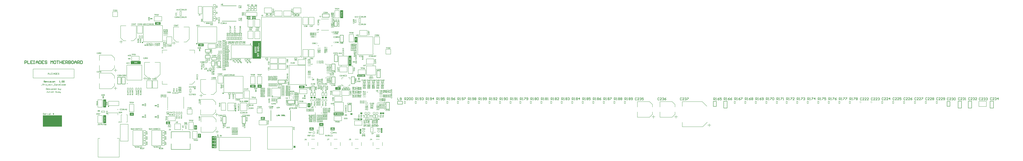
<source format=gto>
G04*
G04 #@! TF.GenerationSoftware,Altium Limited,Altium Designer,23.11.1 (41)*
G04*
G04 Layer_Color=65535*
%FSLAX44Y44*%
%MOMM*%
G71*
G04*
G04 #@! TF.SameCoordinates,6B8C5B76-4EC9-4DBB-A8E1-E51C7E6A7B67*
G04*
G04*
G04 #@! TF.FilePolarity,Positive*
G04*
G01*
G75*
%ADD10C,0.2540*%
%ADD11C,0.1270*%
%ADD12C,0.4000*%
%ADD13C,0.2500*%
%ADD14C,0.1524*%
%ADD15C,0.2000*%
%ADD16C,0.1999*%
%ADD17C,0.0762*%
%ADD18C,0.1520*%
%ADD19C,0.1750*%
%ADD20C,0.1800*%
%ADD21C,0.2286*%
%ADD22C,0.2032*%
%ADD23C,0.3048*%
%ADD24R,1.3500X0.1500*%
%ADD25R,0.5000X0.2500*%
%ADD26R,0.5000X0.2500*%
%ADD27R,0.1500X1.3500*%
%ADD28R,12.9182X7.7030*%
G36*
X1038171Y335126D02*
X1014149D01*
Y343054D01*
X1038171D01*
Y335126D01*
D02*
G37*
G36*
X1152815Y224104D02*
X1125565D01*
Y233122D01*
X1152815D01*
Y224104D01*
D02*
G37*
G36*
Y213918D02*
X1125565D01*
Y224104D01*
X1152815D01*
Y213918D01*
D02*
G37*
G36*
X1957824Y254000D02*
X1945296D01*
Y264160D01*
X1957824D01*
Y254000D01*
D02*
G37*
G36*
X1942584D02*
X1930056D01*
Y264160D01*
X1942584D01*
Y254000D01*
D02*
G37*
G36*
X1809912Y213360D02*
X1778248D01*
Y223520D01*
X1809912D01*
Y213360D01*
D02*
G37*
G36*
X1550584Y360680D02*
X1538056D01*
Y370840D01*
X1550584D01*
Y360680D01*
D02*
G37*
G36*
X268180Y242755D02*
X240929D01*
Y261959D01*
X268180D01*
Y242755D01*
D02*
G37*
G36*
X1055221Y906346D02*
D01*
Y896160D01*
X1031199D01*
Y906346D01*
Y915364D01*
X1055221D01*
Y906346D01*
D02*
G37*
G36*
X1131225Y432358D02*
X1103975D01*
Y451562D01*
X1131225D01*
Y432358D01*
D02*
G37*
G36*
X1481745Y152984D02*
X1454495D01*
Y162002D01*
X1481745D01*
Y152984D01*
D02*
G37*
G36*
Y142798D02*
X1454495D01*
Y152984D01*
X1481745D01*
Y142798D01*
D02*
G37*
G36*
X1830232Y505537D02*
X1776568D01*
Y520623D01*
X1830232D01*
Y505537D01*
D02*
G37*
G36*
X1089956Y433070D02*
X1053804D01*
Y450850D01*
X1089956D01*
Y433070D01*
D02*
G37*
G36*
X1804240Y120736D02*
X1794080D01*
Y152400D01*
X1804240D01*
Y120736D01*
D02*
G37*
G36*
X720802Y93318D02*
X701598D01*
Y120042D01*
X720802D01*
Y93318D01*
D02*
G37*
G36*
X1680922Y902916D02*
X1661718D01*
Y956364D01*
X1680922D01*
Y902916D01*
D02*
G37*
G36*
X1810504Y254000D02*
X1797976D01*
Y264160D01*
X1810504D01*
Y254000D01*
D02*
G37*
G36*
X1420156Y427990D02*
X1384004D01*
Y445770D01*
X1420156D01*
Y427990D01*
D02*
G37*
G36*
X301571Y26516D02*
X277549D01*
Y34444D01*
X301571D01*
Y26516D01*
D02*
G37*
G36*
X1494704Y360680D02*
X1482176D01*
Y370840D01*
X1494704D01*
Y360680D01*
D02*
G37*
G36*
X1474384Y370840D02*
Y360680D01*
X1461856D01*
Y370840D01*
X1474384D01*
D02*
G37*
G36*
X1664490Y418155D02*
X1628338D01*
Y435935D01*
X1664490D01*
Y418155D01*
D02*
G37*
G36*
X512901Y194222D02*
X485650D01*
Y203226D01*
X512901D01*
Y194222D01*
D02*
G37*
G36*
Y184022D02*
X485650D01*
Y194222D01*
X512901D01*
Y184022D01*
D02*
G37*
G36*
X80722Y191716D02*
X61518D01*
Y245164D01*
X80722D01*
Y191716D01*
D02*
G37*
G36*
X80722Y298396D02*
X61518D01*
Y351844D01*
X80722D01*
Y298396D01*
D02*
G37*
G36*
X1776730Y738844D02*
X1758950D01*
Y774996D01*
X1776730D01*
Y738844D01*
D02*
G37*
G36*
X448219Y858054D02*
X412068D01*
Y875834D01*
X448219D01*
Y858054D01*
D02*
G37*
G36*
X826275Y104140D02*
Y22860D01*
X809303D01*
Y22860D01*
X794245D01*
Y104140D01*
X809303D01*
Y104140D01*
X826275D01*
D02*
G37*
G36*
X739436Y730250D02*
Y712470D01*
X703284D01*
Y730250D01*
X739436D01*
D02*
G37*
G36*
X959004Y272469D02*
X951076D01*
Y296491D01*
X959004D01*
Y272469D01*
D02*
G37*
G36*
X1460315Y299349D02*
X1441111D01*
Y326600D01*
X1460315D01*
Y299349D01*
D02*
G37*
G36*
X1570904Y360680D02*
X1558376D01*
Y370840D01*
X1570904D01*
Y360680D01*
D02*
G37*
G36*
X1090781Y906255D02*
Y896160D01*
X1066759D01*
Y906255D01*
D01*
Y915364D01*
X1090781D01*
Y906255D01*
D02*
G37*
G36*
X1097202Y748250D02*
X1126703D01*
Y628430D01*
X1097202D01*
D01*
X1070397D01*
Y748250D01*
X1097202D01*
D01*
D02*
G37*
G36*
X1623985Y152984D02*
X1596735D01*
Y162002D01*
X1623985D01*
Y152984D01*
D02*
G37*
G36*
Y142798D02*
X1596735D01*
Y152984D01*
X1623985D01*
Y142798D01*
D02*
G37*
G36*
X314760Y591402D02*
X248071D01*
Y611415D01*
X314760D01*
Y591402D01*
D02*
G37*
G36*
X779091Y864716D02*
X755069D01*
Y872644D01*
X779091D01*
Y864716D01*
D02*
G37*
G36*
X1743624Y248920D02*
X1731096D01*
Y259080D01*
X1743624D01*
Y248920D01*
D02*
G37*
G36*
X1737207Y581335D02*
X1717193D01*
Y648025D01*
X1737207D01*
Y581335D01*
D02*
G37*
G36*
X1946480Y126408D02*
X1936320D01*
Y158072D01*
X1946480D01*
Y126408D01*
D02*
G37*
G36*
X428571Y34444D02*
Y26516D01*
X404549D01*
Y34444D01*
X428571D01*
D02*
G37*
G36*
X1684344Y243993D02*
X1617655D01*
Y264007D01*
X1684344D01*
Y243993D01*
D02*
G37*
G36*
X694284Y149066D02*
X684098D01*
X675080D01*
Y176317D01*
X684098D01*
X694284D01*
Y149066D01*
D02*
G37*
G36*
X1547785Y173278D02*
X1520535D01*
Y192482D01*
X1547785D01*
Y173278D01*
D02*
G37*
G36*
X1747481Y592662D02*
X1748355D01*
Y592292D01*
X1747481D01*
Y591425D01*
X1747115D01*
Y592292D01*
X1746248D01*
Y592662D01*
X1747115D01*
Y593529D01*
X1747481D01*
Y592662D01*
D02*
G37*
G36*
X410171Y296117D02*
X411045D01*
Y295747D01*
X410171D01*
Y294880D01*
X409805D01*
Y295747D01*
X408938D01*
Y296117D01*
X409805D01*
Y296984D01*
X410171D01*
Y296117D01*
D02*
G37*
G36*
X323811Y301197D02*
X324685D01*
Y300827D01*
X323811D01*
Y299960D01*
X323445D01*
Y300827D01*
X322578D01*
Y301197D01*
X323445D01*
Y302064D01*
X323811D01*
Y301197D01*
D02*
G37*
G36*
X1692985Y232865D02*
X1693859D01*
Y232496D01*
X1692985D01*
Y231628D01*
X1692619D01*
Y232496D01*
X1691752D01*
Y232865D01*
X1692619D01*
Y233732D01*
X1692985D01*
Y232865D01*
D02*
G37*
G36*
X323811Y219917D02*
X324685D01*
Y219547D01*
X323811D01*
Y218680D01*
X323445D01*
Y219547D01*
X322578D01*
Y219917D01*
X323445D01*
Y220784D01*
X323811D01*
Y219917D01*
D02*
G37*
G36*
X1078437Y418235D02*
X1079304D01*
Y417869D01*
X1078437D01*
Y416995D01*
X1078067D01*
Y417869D01*
X1077200D01*
Y418235D01*
X1078067D01*
Y419102D01*
X1078437D01*
Y418235D01*
D02*
G37*
G36*
X410171Y219917D02*
X411045D01*
Y219547D01*
X410171D01*
Y218680D01*
X409805D01*
Y219547D01*
X408938D01*
Y219917D01*
X409805D01*
Y220784D01*
X410171D01*
Y219917D01*
D02*
G37*
G36*
X47197Y373785D02*
X48064D01*
Y373419D01*
X47197D01*
Y372545D01*
X46827D01*
Y373419D01*
X45960D01*
Y373785D01*
X46827D01*
Y374652D01*
X47197D01*
Y373785D01*
D02*
G37*
G36*
X25361Y260557D02*
X26235D01*
Y260187D01*
X25361D01*
Y259320D01*
X24995D01*
Y260187D01*
X24128D01*
Y260557D01*
X24995D01*
Y261424D01*
X25361D01*
Y260557D01*
D02*
G37*
G36*
X379691Y885397D02*
X380565D01*
Y885027D01*
X379691D01*
Y884160D01*
X379325D01*
Y885027D01*
X378458D01*
Y885397D01*
X379325D01*
Y886264D01*
X379691D01*
Y885397D01*
D02*
G37*
G36*
X1408637Y382675D02*
X1409504D01*
Y382309D01*
X1408637D01*
Y381435D01*
X1408267D01*
Y382309D01*
X1407400D01*
Y382675D01*
X1408267D01*
Y383542D01*
X1408637D01*
Y382675D01*
D02*
G37*
G36*
X727238Y680681D02*
X728105D01*
Y680315D01*
X727238D01*
Y679448D01*
X726868D01*
Y680315D01*
X726001D01*
Y680681D01*
X726868D01*
Y681555D01*
X727238D01*
Y680681D01*
D02*
G37*
G36*
X1802293Y486371D02*
X1803160D01*
Y486005D01*
X1802293D01*
Y485138D01*
X1801923D01*
Y486005D01*
X1801056D01*
Y486371D01*
X1801923D01*
Y487245D01*
X1802293D01*
Y486371D01*
D02*
G37*
G36*
X244245Y642148D02*
X245112D01*
Y641778D01*
X244245D01*
Y640911D01*
X243879D01*
Y641778D01*
X243005D01*
Y642148D01*
X243879D01*
Y643015D01*
X244245D01*
Y642148D01*
D02*
G37*
%LPC*%
G36*
X1026688Y340951D02*
X1026617D01*
D01*
X1024598D01*
X1026617D01*
X1026441Y340944D01*
X1026273Y340923D01*
X1026118Y340895D01*
X1025970Y340853D01*
X1025836Y340803D01*
X1025717Y340754D01*
X1025604Y340698D01*
X1025499Y340641D01*
X1025414Y340578D01*
X1025337Y340522D01*
X1025266Y340472D01*
X1025217Y340423D01*
X1025175Y340381D01*
X1025140Y340353D01*
X1025126Y340332D01*
X1025119Y340325D01*
X1025027Y340205D01*
X1024950Y340071D01*
X1024880Y339931D01*
X1024816Y339783D01*
X1024767Y339628D01*
X1024725Y339481D01*
X1024689Y339333D01*
X1024661Y339192D01*
X1024640Y339051D01*
X1024626Y338925D01*
X1024612Y338812D01*
X1024605Y338714D01*
Y338629D01*
X1024598Y338566D01*
Y336131D01*
Y338517D01*
X1024605Y338306D01*
X1024619Y338108D01*
X1024647Y337926D01*
X1024682Y337750D01*
X1024718Y337595D01*
X1024760Y337447D01*
X1024809Y337313D01*
X1024858Y337201D01*
X1024908Y337095D01*
X1024957Y337004D01*
X1024999Y336919D01*
X1025034Y336856D01*
X1025070Y336807D01*
X1025098Y336772D01*
X1025112Y336751D01*
X1025119Y336744D01*
X1025224Y336638D01*
X1025337Y336539D01*
X1025456Y336462D01*
X1025576Y336392D01*
X1025703Y336328D01*
X1025822Y336279D01*
X1025949Y336244D01*
X1026069Y336209D01*
X1026181Y336181D01*
X1026280Y336167D01*
X1026378Y336152D01*
X1026456Y336138D01*
X1026526D01*
X1026575Y336131D01*
X1024598D01*
X1026617D01*
X1026744Y336138D01*
X1026864Y336152D01*
X1026990Y336167D01*
X1027110Y336195D01*
X1027335Y336258D01*
X1027433Y336300D01*
X1027532Y336335D01*
X1027624Y336371D01*
X1027701Y336413D01*
X1027771Y336448D01*
X1027834Y336476D01*
X1027884Y336504D01*
X1027919Y336525D01*
X1027940Y336533D01*
X1027947Y336539D01*
Y337672D01*
Y337644D01*
X1027532D01*
X1027469Y337539D01*
X1027405Y337447D01*
X1027335Y337370D01*
X1027272Y337299D01*
X1027201Y337243D01*
X1027138Y337201D01*
X1027075Y337159D01*
X1027011Y337131D01*
X1026899Y337081D01*
X1026857Y337074D01*
X1026814Y337060D01*
X1026779D01*
X1026758Y337053D01*
X1026737D01*
X1026667Y337060D01*
X1026596Y337067D01*
X1026470Y337109D01*
X1026364Y337173D01*
X1026273Y337243D01*
X1026195Y337313D01*
X1026146Y337377D01*
X1026118Y337419D01*
X1026104Y337426D01*
Y337433D01*
X1026061Y337510D01*
X1026026Y337588D01*
X1025977Y337764D01*
X1025935Y337947D01*
X1025907Y338123D01*
X1025900Y338200D01*
X1025893Y338277D01*
X1025886Y338348D01*
Y338404D01*
X1025879Y338453D01*
Y338495D01*
Y338517D01*
Y338524D01*
Y338657D01*
X1025886Y338784D01*
X1025900Y338896D01*
X1025914Y339009D01*
X1025928Y339108D01*
X1025949Y339199D01*
X1025970Y339283D01*
X1025991Y339361D01*
X1026012Y339424D01*
X1026033Y339481D01*
X1026055Y339530D01*
X1026069Y339572D01*
X1026083Y339600D01*
X1026097Y339621D01*
X1026104Y339635D01*
Y339642D01*
X1026146Y339713D01*
X1026195Y339769D01*
X1026245Y339825D01*
X1026301Y339867D01*
X1026406Y339938D01*
X1026505Y339980D01*
X1026596Y340008D01*
X1026667Y340022D01*
X1026695Y340029D01*
X1026737D01*
X1026821Y340022D01*
X1026906Y340001D01*
X1026983Y339973D01*
X1027054Y339938D01*
X1027187Y339839D01*
X1027307Y339734D01*
X1027398Y339621D01*
X1027476Y339523D01*
X1027497Y339487D01*
X1027518Y339459D01*
X1027525Y339438D01*
X1027532Y339431D01*
X1027947D01*
Y340536D01*
D01*
X1027828Y340606D01*
X1027701Y340677D01*
X1027581Y340726D01*
X1027469Y340775D01*
X1027349Y340817D01*
X1027243Y340853D01*
X1027138Y340881D01*
X1027039Y340902D01*
X1026948Y340916D01*
X1026871Y340930D01*
X1026793Y340937D01*
X1026737Y340944D01*
X1026688Y340951D01*
D02*
G37*
G36*
X1023979Y340874D02*
Y337039D01*
X1022558D01*
X1022508Y337032D01*
X1022459D01*
X1022417Y337025D01*
X1022389D01*
X1022375Y337018D01*
X1022368D01*
X1022276Y336997D01*
X1022192Y336962D01*
X1022164Y336948D01*
X1022135Y336934D01*
X1022122Y336926D01*
X1022114Y336919D01*
X1022030Y337053D01*
X1022086Y337131D01*
X1022129Y337201D01*
X1022164Y337271D01*
X1022185Y337335D01*
X1022199Y337391D01*
X1022206Y337433D01*
Y337461D01*
Y337468D01*
Y337700D01*
X1022199Y337785D01*
X1022178Y337862D01*
X1022150Y337940D01*
X1022122Y337996D01*
X1022086Y338052D01*
X1022058Y338087D01*
X1022037Y338116D01*
X1022030Y338123D01*
X1022122Y338249D01*
X1022192Y338221D01*
X1022262Y338200D01*
X1022290Y338193D01*
X1022311D01*
X1022326Y338186D01*
X1022333D01*
X1022410Y338172D01*
X1022473Y338165D01*
X1023831D01*
Y339016D01*
X1022691D01*
X1022558Y339009D01*
X1022445Y338995D01*
X1022347Y338981D01*
X1022262Y338960D01*
X1022199Y338932D01*
X1022150Y338918D01*
X1022122Y338904D01*
X1022114Y338896D01*
X1022030Y339030D01*
X1022086Y339100D01*
X1022129Y339171D01*
X1022164Y339241D01*
X1022185Y339305D01*
X1022199Y339361D01*
X1022206Y339403D01*
Y339431D01*
Y339438D01*
Y339607D01*
X1022199Y339684D01*
X1022178Y339762D01*
X1022150Y339832D01*
X1022122Y339896D01*
X1022086Y339952D01*
X1022058Y339987D01*
X1022037Y340015D01*
X1022030Y340022D01*
X1022122Y340149D01*
X1022192Y340121D01*
X1022262Y340100D01*
X1022290Y340093D01*
X1022311D01*
X1022326Y340086D01*
X1022333D01*
X1022410Y340071D01*
X1022473Y340064D01*
X1022508Y340057D01*
X1023902D01*
Y340874D01*
X1021017D01*
Y336209D01*
X1023979D01*
Y340874D01*
D02*
G37*
G36*
X1036306D02*
X1032316D01*
X1033724Y338010D01*
Y336209D01*
X1034884D01*
Y338010D01*
X1036306Y340874D01*
D01*
D02*
G37*
G36*
X1032239D02*
X1028285D01*
X1029586D01*
X1028285Y336209D01*
X1029418D01*
X1029530Y336596D01*
X1029551Y336701D01*
X1029558Y336793D01*
X1029565Y336828D01*
Y336856D01*
Y336870D01*
Y336877D01*
Y336912D01*
X1029558Y336948D01*
X1029551Y337039D01*
X1029544Y337081D01*
X1029537Y337116D01*
X1029530Y337138D01*
Y337145D01*
X1029615Y337215D01*
X1029699Y337180D01*
X1029790Y337152D01*
X1029882Y337131D01*
X1029966Y337116D01*
X1030044Y337109D01*
X1030100Y337102D01*
X1030466D01*
X1030529Y337109D01*
X1030593Y337116D01*
X1030621Y337123D01*
X1030642Y337131D01*
X1030663D01*
X1030747Y337159D01*
X1030818Y337187D01*
X1030846Y337194D01*
X1030867Y337208D01*
X1030881Y337215D01*
X1030888D01*
X1030965Y337131D01*
X1030958Y337060D01*
X1030951Y337004D01*
X1030944Y336962D01*
Y336926D01*
X1030937Y336905D01*
Y336891D01*
Y336884D01*
X1030944Y336793D01*
X1030958Y336701D01*
X1030965Y336659D01*
X1030973Y336624D01*
X1030980Y336603D01*
Y336596D01*
X1031064Y336209D01*
X1032239D01*
X1031134Y340874D01*
X1032239D01*
D02*
G37*
G36*
X1020236Y342048D02*
X1016014D01*
Y336209D01*
X1017752D01*
X1017851Y336216D01*
X1018013D01*
X1018062Y336223D01*
X1018104D01*
X1018287Y336244D01*
X1018371Y336258D01*
X1018449Y336272D01*
X1018512Y336279D01*
X1018561Y336293D01*
X1018589Y336300D01*
X1018604D01*
X1018695Y336328D01*
X1018780Y336357D01*
X1018857Y336385D01*
X1018927Y336413D01*
X1018984Y336434D01*
X1019026Y336455D01*
X1019054Y336469D01*
X1019061Y336476D01*
X1019216Y336575D01*
X1019279Y336624D01*
X1019342Y336673D01*
X1019392Y336715D01*
X1019427Y336751D01*
X1019455Y336772D01*
X1019462Y336779D01*
X1019603Y336934D01*
X1019722Y337095D01*
X1019821Y337264D01*
X1019905Y337419D01*
X1019968Y337553D01*
X1019990Y337609D01*
X1020011Y337658D01*
X1020025Y337700D01*
X1020039Y337729D01*
X1020046Y337750D01*
Y337757D01*
X1020109Y337989D01*
X1020158Y338228D01*
X1020187Y338467D01*
X1020215Y338693D01*
X1020222Y338791D01*
X1020229Y338882D01*
Y338967D01*
X1020236Y339037D01*
Y339178D01*
X1020229Y339473D01*
X1020215Y339607D01*
X1020201Y339741D01*
X1020180Y339867D01*
X1020165Y339980D01*
X1020144Y340093D01*
X1020123Y340191D01*
X1020095Y340275D01*
X1020074Y340360D01*
X1020060Y340430D01*
X1020039Y340487D01*
X1020025Y340529D01*
X1020011Y340564D01*
X1020004Y340585D01*
Y340592D01*
X1019905Y340810D01*
X1019800Y341000D01*
X1019687Y341169D01*
X1019638Y341239D01*
X1019582Y341310D01*
X1019532Y341366D01*
X1019483Y341415D01*
X1019441Y341465D01*
X1019406Y341500D01*
X1019378Y341528D01*
X1019356Y341549D01*
X1019342Y341556D01*
X1019335Y341563D01*
X1019209Y341655D01*
X1019082Y341732D01*
X1018955Y341802D01*
X1018836Y341852D01*
X1018730Y341887D01*
X1018681Y341901D01*
X1018646Y341915D01*
X1018611Y341922D01*
X1018589Y341929D01*
X1018575Y341936D01*
X1018568D01*
X1018392Y341971D01*
X1018210Y341999D01*
X1018027Y342020D01*
X1017851Y342034D01*
X1017773Y342042D01*
X1017696D01*
X1017633Y342048D01*
X1020236D01*
D01*
D02*
G37*
%LPD*%
G36*
X1034920Y340304D02*
X1034863Y340163D01*
X1034821Y340043D01*
X1034779Y339938D01*
X1034744Y339853D01*
X1034723Y339783D01*
X1034702Y339741D01*
X1034695Y339706D01*
X1034687Y339699D01*
X1034659Y339614D01*
X1034631Y339530D01*
X1034603Y339438D01*
X1034582Y339354D01*
X1034561Y339276D01*
X1034547Y339220D01*
X1034540Y339178D01*
X1034533Y339171D01*
Y339164D01*
X1034511Y339044D01*
X1034490Y338932D01*
X1034476Y338833D01*
X1034469Y338742D01*
Y338664D01*
X1034462Y338608D01*
Y338573D01*
Y338559D01*
X1034237D01*
Y338594D01*
Y338707D01*
X1034223Y338812D01*
X1034216Y338918D01*
X1034202Y339009D01*
X1034188Y339094D01*
X1034174Y339157D01*
X1034167Y339199D01*
X1034160Y339206D01*
Y339213D01*
X1034132Y339333D01*
X1034103Y339438D01*
X1034082Y339523D01*
X1034061Y339600D01*
X1034040Y339656D01*
X1034033Y339692D01*
X1034019Y339720D01*
Y339727D01*
X1033991Y339804D01*
X1033956Y339896D01*
X1033921Y339994D01*
X1033885Y340086D01*
X1033850Y340177D01*
X1033822Y340247D01*
X1033808Y340275D01*
X1033801Y340297D01*
X1033794Y340311D01*
Y340318D01*
X1033576Y340874D01*
X1035138D01*
X1034920Y340304D01*
D02*
G37*
G36*
X1030396Y340198D02*
X1030417Y340015D01*
X1030431Y339846D01*
X1030445Y339692D01*
X1030459Y339551D01*
X1030473Y339417D01*
X1030487Y339297D01*
X1030501Y339192D01*
X1030508Y339094D01*
X1030522Y339016D01*
X1030529Y338946D01*
X1030536Y338890D01*
X1030543Y338840D01*
Y338812D01*
X1030550Y338791D01*
Y338784D01*
X1030585Y338587D01*
X1030635Y338418D01*
X1030677Y338270D01*
X1030726Y338144D01*
X1030769Y338045D01*
X1030804Y337975D01*
X1030811Y337954D01*
X1030825Y337933D01*
X1030832Y337926D01*
Y337919D01*
X1030733Y337792D01*
X1030663Y337820D01*
X1030585Y337834D01*
X1030508Y337848D01*
X1030438Y337862D01*
X1030375D01*
X1030325Y337869D01*
X1030178D01*
X1030086Y337855D01*
X1030002Y337848D01*
X1029931Y337834D01*
X1029875Y337820D01*
X1029833Y337813D01*
X1029805Y337799D01*
X1029798D01*
X1029706Y337905D01*
X1029776Y338059D01*
X1029833Y338221D01*
X1029882Y338383D01*
X1029924Y338531D01*
X1029959Y338664D01*
X1029973Y338721D01*
X1029980Y338770D01*
X1029987Y338812D01*
X1029995Y338840D01*
X1030002Y338861D01*
Y338868D01*
X1030023Y338981D01*
X1030044Y339100D01*
X1030079Y339354D01*
X1030114Y339607D01*
X1030142Y339846D01*
X1030156Y339959D01*
X1030163Y340064D01*
X1030178Y340156D01*
X1030184Y340233D01*
X1030191Y340297D01*
Y340346D01*
X1030199Y340381D01*
Y340388D01*
X1030381D01*
X1030396Y340198D01*
D02*
G37*
G36*
X1017309Y341120D02*
X1017365Y341113D01*
X1017471Y341092D01*
X1017520Y341085D01*
X1017562D01*
X1017590Y341078D01*
X1017598D01*
X1017759Y341057D01*
X1017837Y341049D01*
X1017900Y341035D01*
X1017956Y341021D01*
X1017999Y341014D01*
X1018027Y341007D01*
X1018034D01*
X1018111Y340986D01*
X1018181Y340965D01*
X1018238Y340944D01*
X1018287Y340916D01*
X1018329Y340895D01*
X1018357Y340874D01*
X1018371Y340867D01*
X1018378Y340859D01*
X1018470Y340768D01*
X1018540Y340684D01*
X1018561Y340648D01*
X1018583Y340620D01*
X1018596Y340599D01*
Y340592D01*
X1018625Y340529D01*
X1018653Y340466D01*
X1018674Y340395D01*
X1018688Y340332D01*
X1018702Y340275D01*
X1018709Y340233D01*
X1018716Y340205D01*
Y340191D01*
X1018730Y340100D01*
X1018744Y340015D01*
X1018751Y339938D01*
X1018758Y339867D01*
Y339811D01*
X1018765Y339762D01*
Y339734D01*
Y339727D01*
Y339635D01*
X1018772Y339537D01*
Y339438D01*
Y339333D01*
Y339248D01*
Y339171D01*
Y339143D01*
Y339129D01*
Y339115D01*
Y339108D01*
Y338693D01*
Y338587D01*
X1018765Y338488D01*
X1018758Y338397D01*
Y338320D01*
X1018751Y338256D01*
X1018744Y338207D01*
X1018737Y338179D01*
Y338165D01*
X1018723Y338080D01*
X1018709Y338010D01*
X1018695Y337947D01*
X1018688Y337897D01*
X1018674Y337855D01*
X1018667Y337827D01*
X1018660Y337813D01*
Y337806D01*
X1018625Y337715D01*
X1018589Y337637D01*
X1018575Y337609D01*
X1018561Y337588D01*
X1018554Y337574D01*
X1018547Y337567D01*
X1018498Y337503D01*
X1018456Y337454D01*
X1018435Y337433D01*
X1018428Y337426D01*
X1018392Y337398D01*
X1018350Y337370D01*
X1018322Y337342D01*
X1018315Y337335D01*
X1018308D01*
X1018203Y337271D01*
X1018097Y337236D01*
X1018055Y337222D01*
X1018020Y337215D01*
X1017991Y337208D01*
X1017984D01*
X1017844Y337187D01*
X1017780Y337180D01*
X1017724D01*
X1017675Y337173D01*
X1017633Y337166D01*
X1017598D01*
X1017527Y337159D01*
X1017464Y337152D01*
X1017408Y337145D01*
X1017358Y337138D01*
X1017323Y337123D01*
X1017288Y337116D01*
X1017274Y337109D01*
X1017267D01*
X1017140Y337236D01*
X1017204Y337327D01*
X1017253Y337412D01*
X1017267Y337447D01*
X1017281Y337475D01*
X1017288Y337489D01*
Y337496D01*
X1017316Y337595D01*
X1017337Y337672D01*
Y337700D01*
X1017344Y337721D01*
Y337729D01*
Y337736D01*
Y337778D01*
X1017351Y337820D01*
Y337911D01*
Y337947D01*
Y337982D01*
Y338003D01*
Y338010D01*
Y340233D01*
Y340297D01*
Y340353D01*
Y340395D01*
Y340437D01*
X1017344Y340466D01*
Y340487D01*
Y340501D01*
Y340508D01*
X1017330Y340585D01*
X1017316Y340662D01*
X1017302Y340691D01*
X1017295Y340719D01*
X1017288Y340733D01*
Y340740D01*
X1017246Y340838D01*
X1017196Y340930D01*
X1017175Y340958D01*
X1017154Y340986D01*
X1017147Y341000D01*
X1017140Y341007D01*
X1017267Y341134D01*
X1017309Y341120D01*
D02*
G37*
%LPC*%
G36*
X1146500Y230035D02*
X1142279D01*
Y224195D01*
X1144017D01*
X1144115Y224202D01*
X1144277D01*
X1144326Y224209D01*
X1144368D01*
X1144551Y224231D01*
X1144636Y224245D01*
X1144713Y224259D01*
X1144776Y224266D01*
X1144826Y224280D01*
X1144854Y224287D01*
X1144868D01*
X1144959Y224315D01*
X1145044Y224343D01*
X1145121Y224371D01*
X1145191Y224400D01*
X1145248Y224421D01*
X1145290Y224442D01*
X1145318Y224456D01*
X1145325Y224463D01*
X1145480Y224561D01*
X1145543Y224611D01*
X1145607Y224660D01*
X1145656Y224702D01*
X1145691Y224737D01*
X1145719Y224758D01*
X1145726Y224765D01*
X1145867Y224920D01*
X1145987Y225082D01*
X1146085Y225251D01*
X1146170Y225406D01*
X1146233Y225539D01*
X1146254Y225596D01*
X1146275Y225645D01*
X1146289Y225687D01*
X1146303Y225715D01*
X1146310Y225736D01*
Y225743D01*
X1146374Y225975D01*
X1146423Y226215D01*
X1146451Y226454D01*
X1146479Y226679D01*
X1146486Y226778D01*
X1146493Y226869D01*
Y226954D01*
X1146500Y227024D01*
Y227165D01*
X1146493Y227460D01*
X1146479Y227594D01*
X1146465Y227727D01*
X1146444Y227854D01*
X1146430Y227967D01*
X1146409Y228079D01*
X1146388Y228178D01*
X1146359Y228262D01*
X1146338Y228347D01*
X1146324Y228417D01*
X1146303Y228473D01*
X1146289Y228515D01*
X1146275Y228551D01*
X1146268Y228572D01*
Y228579D01*
X1146170Y228797D01*
X1146064Y228987D01*
X1145951Y229156D01*
X1145902Y229226D01*
X1145846Y229296D01*
X1145797Y229353D01*
X1145747Y229402D01*
X1145705Y229451D01*
X1145670Y229486D01*
X1145642Y229515D01*
X1145621Y229536D01*
X1145607Y229543D01*
X1145600Y229550D01*
X1145473Y229641D01*
X1145346Y229719D01*
X1145220Y229789D01*
X1145100Y229838D01*
X1144995Y229873D01*
X1144945Y229887D01*
X1144910Y229902D01*
X1144875Y229909D01*
X1144854Y229916D01*
X1144840Y229923D01*
X1144833D01*
X1144657Y229958D01*
X1144474Y229986D01*
X1144291Y230007D01*
X1144115Y230021D01*
X1144038Y230028D01*
X1143960D01*
X1143897Y230035D01*
X1146500D01*
D01*
D02*
G37*
G36*
X1141322D02*
X1137016D01*
Y224195D01*
X1138135D01*
Y225940D01*
X1138121Y226440D01*
X1138092Y226939D01*
X1138078Y227186D01*
X1138057Y227425D01*
X1138029Y227657D01*
X1138008Y227868D01*
X1137987Y228072D01*
X1137959Y228255D01*
X1137938Y228417D01*
X1137924Y228551D01*
X1137909Y228614D01*
X1137902Y228663D01*
X1137895Y228712D01*
Y228748D01*
X1137888Y228776D01*
X1137881Y228797D01*
Y228811D01*
Y228818D01*
X1138261D01*
X1138268Y228614D01*
X1138289Y228417D01*
X1138310Y228220D01*
X1138346Y228037D01*
X1138388Y227854D01*
X1138430Y227678D01*
X1138472Y227516D01*
X1138522Y227369D01*
X1138564Y227228D01*
X1138613Y227101D01*
X1138655Y226996D01*
X1138690Y226904D01*
X1138726Y226827D01*
X1138747Y226771D01*
X1138761Y226742D01*
X1138768Y226728D01*
X1140006Y224195D01*
X1141322D01*
Y230035D01*
D02*
G37*
G36*
X1134427Y230127D02*
X1134342D01*
X1134124Y230120D01*
X1133920Y230091D01*
X1133730Y230056D01*
X1133554Y230007D01*
X1133385Y229944D01*
X1133238Y229880D01*
X1133104Y229810D01*
X1132977Y229740D01*
X1132872Y229662D01*
X1132773Y229592D01*
X1132696Y229529D01*
X1132633Y229465D01*
X1132576Y229416D01*
X1132541Y229381D01*
X1132520Y229353D01*
X1132513Y229346D01*
X1132401Y229191D01*
X1132302Y229029D01*
X1132217Y228846D01*
X1132147Y228663D01*
X1132084Y228473D01*
X1132035Y228283D01*
X1131992Y228100D01*
X1131957Y227917D01*
X1131936Y227742D01*
X1131915Y227587D01*
X1131901Y227439D01*
X1131887Y227312D01*
Y227214D01*
X1131880Y227165D01*
Y227066D01*
X1131887Y226778D01*
X1131908Y226510D01*
X1131943Y226257D01*
X1131985Y226025D01*
X1132035Y225807D01*
X1132091Y225610D01*
X1132154Y225434D01*
X1132217Y225279D01*
X1132274Y225138D01*
X1132337Y225019D01*
X1132393Y224913D01*
X1132443Y224829D01*
X1132485Y224765D01*
X1132520Y224716D01*
X1132541Y224688D01*
X1132548Y224681D01*
X1132640Y224582D01*
X1132731Y224491D01*
X1132823Y224414D01*
X1132900Y224357D01*
X1132970Y224308D01*
X1133027Y224273D01*
X1133062Y224252D01*
X1133076Y224245D01*
X1133188Y224195D01*
X1133294Y224160D01*
X1133392Y224139D01*
X1133484Y224125D01*
X1133561Y224111D01*
X1133618Y224104D01*
X1131880D01*
X1133667D01*
X1133780Y224111D01*
X1133885Y224132D01*
X1133990Y224160D01*
X1134089Y224195D01*
X1134272Y224287D01*
X1134434Y224400D01*
X1134504Y224449D01*
X1134567Y224505D01*
X1134617Y224554D01*
X1134666Y224597D01*
X1134701Y224632D01*
X1134729Y224660D01*
X1134743Y224681D01*
X1134750Y224688D01*
X1134940D01*
Y224195D01*
X1136080D01*
Y224125D01*
Y229641D01*
X1135911Y229726D01*
X1135750Y229803D01*
X1135588Y229866D01*
X1135433Y229923D01*
X1135278Y229972D01*
X1135137Y230007D01*
X1135004Y230042D01*
X1134877Y230063D01*
X1134757Y230084D01*
X1134659Y230098D01*
X1134567Y230113D01*
X1134490Y230120D01*
X1134427Y230127D01*
D02*
G37*
%LPD*%
G36*
X1143573Y229107D02*
X1143630Y229099D01*
X1143735Y229078D01*
X1143784Y229071D01*
X1143827D01*
X1143855Y229064D01*
X1143862D01*
X1144024Y229043D01*
X1144101Y229036D01*
X1144164Y229022D01*
X1144221Y229008D01*
X1144263Y229001D01*
X1144291Y228994D01*
X1144298D01*
X1144375Y228973D01*
X1144446Y228952D01*
X1144502Y228931D01*
X1144551Y228902D01*
X1144594Y228881D01*
X1144622Y228860D01*
X1144636Y228853D01*
X1144643Y228846D01*
X1144734Y228755D01*
X1144805Y228670D01*
X1144826Y228635D01*
X1144847Y228607D01*
X1144861Y228586D01*
Y228579D01*
X1144889Y228515D01*
X1144917Y228452D01*
X1144938Y228382D01*
X1144952Y228318D01*
X1144966Y228262D01*
X1144973Y228220D01*
X1144980Y228192D01*
Y228178D01*
X1144995Y228086D01*
X1145009Y228002D01*
X1145016Y227924D01*
X1145023Y227854D01*
Y227798D01*
X1145030Y227749D01*
Y227720D01*
Y227713D01*
Y227622D01*
X1145037Y227523D01*
Y227425D01*
Y227319D01*
Y227235D01*
Y227157D01*
Y227129D01*
Y227115D01*
Y227101D01*
Y227094D01*
Y226679D01*
Y226574D01*
X1145030Y226475D01*
X1145023Y226384D01*
Y226306D01*
X1145016Y226243D01*
X1145009Y226194D01*
X1145002Y226166D01*
Y226151D01*
X1144987Y226067D01*
X1144973Y225997D01*
X1144959Y225933D01*
X1144952Y225884D01*
X1144938Y225842D01*
X1144931Y225814D01*
X1144924Y225800D01*
Y225793D01*
X1144889Y225701D01*
X1144854Y225624D01*
X1144840Y225596D01*
X1144826Y225574D01*
X1144819Y225560D01*
X1144812Y225553D01*
X1144762Y225490D01*
X1144720Y225441D01*
X1144699Y225420D01*
X1144692Y225413D01*
X1144657Y225385D01*
X1144615Y225356D01*
X1144586Y225328D01*
X1144579Y225321D01*
X1144572D01*
X1144467Y225258D01*
X1144361Y225223D01*
X1144319Y225209D01*
X1144284Y225202D01*
X1144256Y225194D01*
X1144249D01*
X1144108Y225173D01*
X1144045Y225166D01*
X1143988D01*
X1143939Y225159D01*
X1143897Y225152D01*
X1143862D01*
X1143791Y225145D01*
X1143728Y225138D01*
X1143672Y225131D01*
X1143623Y225124D01*
X1143587Y225110D01*
X1143552Y225103D01*
X1143538Y225096D01*
X1143531D01*
X1143404Y225223D01*
X1143468Y225314D01*
X1143517Y225399D01*
X1143531Y225434D01*
X1143545Y225462D01*
X1143552Y225476D01*
Y225483D01*
X1143580Y225581D01*
X1143601Y225659D01*
Y225687D01*
X1143608Y225708D01*
Y225715D01*
Y225722D01*
Y225764D01*
X1143615Y225807D01*
Y225898D01*
Y225933D01*
Y225968D01*
Y225990D01*
Y225997D01*
Y228220D01*
Y228283D01*
Y228340D01*
Y228382D01*
Y228424D01*
X1143608Y228452D01*
Y228473D01*
Y228487D01*
Y228494D01*
X1143594Y228572D01*
X1143580Y228649D01*
X1143566Y228677D01*
X1143559Y228705D01*
X1143552Y228720D01*
Y228727D01*
X1143510Y228825D01*
X1143461Y228916D01*
X1143440Y228945D01*
X1143419Y228973D01*
X1143411Y228987D01*
X1143404Y228994D01*
X1143531Y229121D01*
X1143573Y229107D01*
D02*
G37*
G36*
X1140210Y228480D02*
Y228262D01*
X1140224Y228030D01*
X1140231Y227791D01*
X1140252Y227544D01*
X1140288Y227052D01*
X1140309Y226820D01*
X1140337Y226588D01*
X1140358Y226377D01*
X1140379Y226180D01*
X1140400Y225997D01*
X1140421Y225849D01*
X1140428Y225779D01*
X1140435Y225722D01*
X1140442Y225666D01*
X1140449Y225624D01*
Y225589D01*
X1140456Y225567D01*
Y225553D01*
Y225546D01*
X1140083D01*
X1140070Y225800D01*
X1140041Y226046D01*
X1140013Y226278D01*
X1139992Y226384D01*
X1139978Y226482D01*
X1139957Y226574D01*
X1139943Y226658D01*
X1139929Y226728D01*
X1139915Y226792D01*
X1139901Y226841D01*
X1139894Y226876D01*
X1139886Y226897D01*
Y226904D01*
X1139823Y227150D01*
X1139753Y227376D01*
X1139682Y227580D01*
X1139647Y227671D01*
X1139619Y227756D01*
X1139584Y227833D01*
X1139556Y227903D01*
X1139535Y227960D01*
X1139514Y228009D01*
X1139492Y228051D01*
X1139485Y228079D01*
X1139471Y228093D01*
Y228100D01*
X1138543Y230035D01*
X1140210D01*
Y228480D01*
D02*
G37*
G36*
X1134596Y229085D02*
X1134715Y229057D01*
X1134835Y229022D01*
X1134954Y228973D01*
X1135060Y228916D01*
X1135158Y228853D01*
X1135250Y228790D01*
X1135334Y228720D01*
X1135412Y228649D01*
X1135475Y228579D01*
X1135531Y228515D01*
X1135581Y228459D01*
X1135623Y228410D01*
X1135651Y228375D01*
X1135665Y228347D01*
X1135672Y228340D01*
X1136080D01*
Y227362D01*
X1133990D01*
Y226419D01*
X1134075D01*
X1134230Y226426D01*
X1134370Y226447D01*
X1134497Y226475D01*
X1134617Y226510D01*
X1134708Y226538D01*
X1134779Y226567D01*
X1134807Y226581D01*
X1134828Y226588D01*
X1134835Y226595D01*
X1134842D01*
X1134933Y226489D01*
X1134898Y226405D01*
X1134877Y226306D01*
X1134856Y226208D01*
X1134849Y226109D01*
X1134842Y226025D01*
X1134835Y225961D01*
Y225933D01*
Y225912D01*
Y225905D01*
Y225898D01*
Y225237D01*
X1134722Y225202D01*
X1134631Y225173D01*
X1134546Y225159D01*
X1134476Y225145D01*
X1134420Y225138D01*
X1134385Y225131D01*
X1134349D01*
X1134258Y225138D01*
X1134166Y225152D01*
X1134082Y225173D01*
X1134005Y225202D01*
X1133871Y225279D01*
X1133765Y225363D01*
X1133681Y225441D01*
X1133618Y225518D01*
X1133596Y225546D01*
X1133583Y225567D01*
X1133568Y225581D01*
Y225589D01*
X1133526Y225680D01*
X1133484Y225779D01*
X1133449Y225884D01*
X1133421Y225997D01*
X1133378Y226229D01*
X1133350Y226454D01*
X1133336Y226560D01*
X1133329Y226665D01*
X1133322Y226749D01*
Y226827D01*
X1133315Y226890D01*
Y226939D01*
Y226975D01*
Y226982D01*
Y227179D01*
X1133329Y227369D01*
X1133343Y227537D01*
X1133357Y227692D01*
X1133378Y227840D01*
X1133400Y227974D01*
X1133421Y228093D01*
X1133449Y228199D01*
X1133477Y228290D01*
X1133498Y228368D01*
X1133519Y228438D01*
X1133540Y228487D01*
X1133561Y228529D01*
X1133568Y228565D01*
X1133583Y228579D01*
Y228586D01*
X1133639Y228677D01*
X1133695Y228755D01*
X1133765Y228818D01*
X1133836Y228881D01*
X1133906Y228931D01*
X1133977Y228966D01*
X1134054Y229001D01*
X1134124Y229029D01*
X1134258Y229064D01*
X1134314Y229078D01*
X1134363Y229085D01*
X1134406Y229092D01*
X1134462D01*
X1134596Y229085D01*
D02*
G37*
%LPC*%
G36*
X1135524Y222936D02*
X1131690D01*
Y216913D01*
D01*
Y217307D01*
D01*
D01*
D01*
X1131866Y217237D01*
X1132035Y217181D01*
X1132196Y217125D01*
X1132351Y217082D01*
X1132499Y217040D01*
X1132640Y217012D01*
X1132766Y216984D01*
X1132886Y216963D01*
X1132999Y216949D01*
X1133097Y216935D01*
X1133181Y216928D01*
X1133252Y216920D01*
X1133308Y216913D01*
X1131690D01*
X1135524D01*
X1133385D01*
X1133561Y216920D01*
X1133723Y216935D01*
X1133871Y216956D01*
X1134005Y216984D01*
X1134110Y217005D01*
X1134159Y217019D01*
X1134195Y217026D01*
X1134223Y217033D01*
X1134244Y217040D01*
X1134258Y217047D01*
X1134265D01*
X1134413Y217103D01*
X1134546Y217167D01*
X1134659Y217230D01*
X1134757Y217293D01*
X1134835Y217350D01*
X1134891Y217392D01*
X1134926Y217420D01*
X1134940Y217434D01*
X1135039Y217533D01*
X1135123Y217631D01*
X1135194Y217722D01*
X1135257Y217814D01*
X1135306Y217891D01*
X1135341Y217955D01*
X1135362Y217997D01*
X1135370Y218004D01*
Y218011D01*
X1135419Y218138D01*
X1135461Y218264D01*
X1135489Y218384D01*
X1135503Y218489D01*
X1135517Y218581D01*
X1135524Y218658D01*
Y218820D01*
X1135510Y218912D01*
X1135496Y219003D01*
X1135482Y219080D01*
X1135468Y219144D01*
X1135454Y219193D01*
X1135447Y219221D01*
X1135440Y219235D01*
X1135405Y219327D01*
X1135370Y219404D01*
X1135334Y219474D01*
X1135299Y219538D01*
X1135264Y219587D01*
X1135236Y219629D01*
X1135222Y219650D01*
X1135215Y219657D01*
X1135109Y219784D01*
X1135060Y219833D01*
X1135018Y219883D01*
X1134983Y219918D01*
X1134954Y219946D01*
X1134933Y219960D01*
X1134926Y219967D01*
X1134821Y220058D01*
X1134729Y220122D01*
X1134687Y220143D01*
X1134659Y220157D01*
X1134638Y220171D01*
X1134631D01*
X1134575Y220199D01*
X1134511Y220227D01*
X1134399Y220284D01*
X1134342Y220312D01*
X1134300Y220333D01*
X1134272Y220340D01*
X1134265Y220347D01*
X1134187Y220389D01*
X1134117Y220424D01*
X1134054Y220452D01*
X1134005Y220473D01*
X1133962Y220495D01*
X1133934Y220509D01*
X1133920Y220516D01*
X1133913D01*
X1133815Y220565D01*
X1133723Y220614D01*
X1133688Y220635D01*
X1133653Y220657D01*
X1133632Y220664D01*
X1133625Y220671D01*
X1133568Y220706D01*
X1133519Y220734D01*
X1133477Y220762D01*
X1133435Y220783D01*
X1133407Y220804D01*
X1133385Y220818D01*
X1133378Y220832D01*
X1133371D01*
X1133301Y220889D01*
X1133245Y220938D01*
X1133203Y220980D01*
X1133195Y220987D01*
X1133188Y220994D01*
X1133132Y221064D01*
X1133097Y221128D01*
X1133069Y221177D01*
X1133062Y221184D01*
Y221191D01*
X1133041Y221269D01*
X1133034Y221346D01*
X1133027Y221374D01*
Y221395D01*
Y221409D01*
Y221416D01*
X1133034Y221508D01*
X1133055Y221585D01*
X1133090Y221656D01*
X1133125Y221719D01*
X1133160Y221768D01*
X1133195Y221803D01*
X1133217Y221824D01*
X1133224Y221831D01*
X1133301Y221888D01*
X1133385Y221930D01*
X1133470Y221958D01*
X1133554Y221979D01*
X1133625Y221993D01*
X1133688Y222000D01*
X1133737D01*
X1133843Y221993D01*
X1133948Y221972D01*
X1134047Y221937D01*
X1134131Y221902D01*
X1134202Y221860D01*
X1134258Y221831D01*
X1134293Y221803D01*
X1134307Y221796D01*
X1134406Y221712D01*
X1134497Y221620D01*
X1134582Y221529D01*
X1134652Y221437D01*
X1134701Y221353D01*
X1134743Y221283D01*
X1134757Y221255D01*
X1134771Y221233D01*
X1134779Y221226D01*
Y221219D01*
X1135215D01*
Y222612D01*
X1135067Y222669D01*
X1134919Y222718D01*
X1134638Y222802D01*
X1134504Y222831D01*
X1134378Y222859D01*
X1134265Y222880D01*
X1134159Y222894D01*
X1134061Y222908D01*
X1133969Y222922D01*
X1133892Y222929D01*
X1133829D01*
X1133780Y222936D01*
X1135524D01*
D02*
G37*
G36*
X1140569D02*
X1138353D01*
X1138156Y222929D01*
X1137973Y222901D01*
X1137797Y222866D01*
X1137642Y222816D01*
X1137494Y222760D01*
X1137361Y222697D01*
X1137241Y222633D01*
X1137129Y222563D01*
X1137037Y222493D01*
X1136953Y222422D01*
X1136882Y222359D01*
X1136826Y222303D01*
X1136777Y222254D01*
X1136749Y222218D01*
X1136728Y222190D01*
X1136720Y222183D01*
X1136622Y222036D01*
X1136537Y221874D01*
X1136467Y221698D01*
X1136404Y221515D01*
X1136348Y221325D01*
X1136305Y221142D01*
X1136270Y220952D01*
X1136242Y220776D01*
X1136221Y220607D01*
X1136200Y220445D01*
X1136186Y220305D01*
X1136179Y220178D01*
Y220072D01*
X1136172Y220030D01*
Y222936D01*
D01*
Y216913D01*
D01*
Y219932D01*
X1136179Y219657D01*
X1136200Y219404D01*
X1136228Y219158D01*
X1136263Y218933D01*
X1136319Y218729D01*
X1136376Y218532D01*
X1136439Y218356D01*
X1136516Y218187D01*
X1136594Y218032D01*
X1136678Y217891D01*
X1136770Y217765D01*
X1136868Y217652D01*
X1136967Y217547D01*
X1137065Y217448D01*
X1137164Y217364D01*
X1137269Y217293D01*
X1137375Y217223D01*
X1137473Y217167D01*
X1137572Y217117D01*
X1137670Y217075D01*
X1137860Y217005D01*
X1138022Y216963D01*
X1138100Y216949D01*
X1138163Y216935D01*
X1138226Y216928D01*
X1138275Y216920D01*
X1138310Y216913D01*
X1140569D01*
X1138367D01*
X1138564Y216920D01*
X1138754Y216949D01*
X1138930Y216991D01*
X1139091Y217040D01*
X1139246Y217110D01*
X1139387Y217195D01*
X1139521Y217286D01*
X1139640Y217385D01*
X1139753Y217497D01*
X1139851Y217617D01*
X1139950Y217737D01*
X1140034Y217870D01*
X1140112Y218004D01*
X1140175Y218145D01*
X1140238Y218278D01*
X1140295Y218426D01*
X1140386Y218708D01*
X1140456Y218975D01*
X1140499Y219235D01*
X1140520Y219348D01*
X1140534Y219460D01*
X1140548Y219559D01*
X1140555Y219650D01*
X1140562Y219735D01*
Y219805D01*
X1140569Y219854D01*
Y219932D01*
X1140562Y220206D01*
X1140548Y220459D01*
X1140520Y220699D01*
X1140485Y220917D01*
X1140442Y221121D01*
X1140393Y221304D01*
X1140344Y221473D01*
X1140295Y221620D01*
X1140238Y221754D01*
X1140189Y221867D01*
X1140140Y221965D01*
X1140098Y222043D01*
X1140062Y222106D01*
X1140034Y222148D01*
X1140020Y222176D01*
X1140013Y222183D01*
X1139901Y222317D01*
X1139781Y222430D01*
X1139654Y222535D01*
X1139521Y222619D01*
X1139380Y222690D01*
X1139246Y222753D01*
X1139106Y222802D01*
X1138972Y222845D01*
X1138852Y222873D01*
X1138733Y222894D01*
X1138627Y222915D01*
X1138536Y222922D01*
X1138458Y222929D01*
X1138402Y222936D01*
X1140569D01*
D02*
G37*
G36*
X1144594Y222845D02*
Y217976D01*
X1143369D01*
X1143193Y217969D01*
X1143039Y217962D01*
X1142905Y217948D01*
X1142792Y217927D01*
X1142701Y217906D01*
X1142637Y217891D01*
X1142595Y217884D01*
X1142588Y217877D01*
X1142581D01*
X1142455Y218004D01*
X1142525Y218109D01*
X1142581Y218201D01*
X1142595Y218236D01*
X1142609Y218264D01*
X1142616Y218278D01*
Y218285D01*
X1142630Y218349D01*
X1142645Y218419D01*
X1142659Y218560D01*
X1142666Y218623D01*
Y218672D01*
Y218708D01*
Y218722D01*
Y222845D01*
X1141329D01*
Y217005D01*
X1144594D01*
Y222845D01*
D02*
G37*
G36*
X1147070Y222922D02*
X1147000D01*
X1146831Y222915D01*
X1146669Y222901D01*
X1146521Y222880D01*
X1146381Y222845D01*
X1146254Y222809D01*
X1146134Y222767D01*
X1146022Y222725D01*
X1145930Y222676D01*
X1145839Y222633D01*
X1145761Y222584D01*
X1145698Y222542D01*
X1145649Y222507D01*
X1145607Y222472D01*
X1145572Y222451D01*
X1145557Y222437D01*
X1145550Y222430D01*
X1145459Y222331D01*
X1145381Y222232D01*
X1145311Y222120D01*
X1145255Y222007D01*
X1145206Y221895D01*
X1145163Y221782D01*
X1145128Y221670D01*
X1145100Y221557D01*
X1145079Y221458D01*
X1145065Y221360D01*
X1145051Y221276D01*
X1145044Y221205D01*
Y221142D01*
X1145037Y221100D01*
Y221064D01*
Y221057D01*
Y220966D01*
X1145044Y220896D01*
Y220854D01*
Y220846D01*
Y220839D01*
X1146388D01*
Y220896D01*
Y221001D01*
X1146395Y221100D01*
X1146402Y221184D01*
X1146409Y221269D01*
X1146416Y221346D01*
X1146423Y221409D01*
X1146451Y221522D01*
X1146472Y221613D01*
X1146486Y221670D01*
X1146500Y221705D01*
X1146507Y221719D01*
X1146563Y221803D01*
X1146627Y221860D01*
X1146697Y221902D01*
X1146768Y221937D01*
X1146831Y221951D01*
X1146887Y221958D01*
X1146922Y221965D01*
X1146936D01*
X1147042Y221958D01*
X1147133Y221937D01*
X1147204Y221902D01*
X1147267Y221867D01*
X1147316Y221831D01*
X1147352Y221796D01*
X1147373Y221775D01*
X1147380Y221768D01*
X1147429Y221684D01*
X1147471Y221592D01*
X1147499Y221494D01*
X1147513Y221402D01*
X1147527Y221318D01*
X1147534Y221248D01*
Y221219D01*
Y221198D01*
Y221191D01*
Y221184D01*
Y221093D01*
X1147527Y221015D01*
X1147520Y220980D01*
Y220959D01*
X1147513Y220945D01*
Y220938D01*
X1147499Y220854D01*
X1147478Y220776D01*
X1147464Y220748D01*
X1147457Y220727D01*
X1147450Y220713D01*
Y220706D01*
X1147415Y220628D01*
X1147380Y220565D01*
X1147359Y220516D01*
X1147352Y220509D01*
Y220502D01*
X1147309Y220438D01*
X1147267Y220375D01*
X1147246Y220347D01*
X1147225Y220326D01*
X1147218Y220312D01*
X1147211Y220305D01*
X1147148Y220234D01*
X1147098Y220178D01*
X1147070Y220143D01*
X1147056Y220129D01*
X1147035Y220101D01*
X1147000Y220072D01*
X1146944Y220009D01*
X1146908Y219988D01*
X1146887Y219967D01*
X1146873Y219953D01*
X1146866Y219946D01*
X1146782Y219868D01*
X1146718Y219819D01*
X1146676Y219784D01*
X1146669Y219770D01*
X1146662D01*
X1146627Y219749D01*
X1146592Y219721D01*
X1146514Y219657D01*
X1146479Y219629D01*
X1146451Y219608D01*
X1146430Y219594D01*
X1146423Y219587D01*
X1146367Y219545D01*
X1146324Y219503D01*
X1146282Y219474D01*
X1146247Y219446D01*
X1146226Y219425D01*
X1146205Y219411D01*
X1146198Y219397D01*
X1146191D01*
X1146078Y219306D01*
X1145980Y219214D01*
X1145881Y219123D01*
X1145790Y219031D01*
X1145712Y218947D01*
X1145642Y218869D01*
X1145572Y218792D01*
X1145515Y218722D01*
X1145466Y218658D01*
X1145417Y218595D01*
X1145381Y218546D01*
X1145353Y218503D01*
X1145325Y218468D01*
X1145311Y218440D01*
X1145304Y218426D01*
X1145297Y218419D01*
X1145206Y218229D01*
X1145135Y218039D01*
X1145093Y217842D01*
X1145058Y217666D01*
X1145044Y217582D01*
X1145037Y217504D01*
X1145030Y217434D01*
Y217378D01*
X1145023Y217328D01*
Y217103D01*
X1145030Y217068D01*
Y217040D01*
Y217019D01*
Y217012D01*
Y217005D01*
X1145023D01*
X1148970D01*
Y218067D01*
X1147267D01*
X1147148Y218060D01*
X1147042Y218053D01*
X1146951Y218046D01*
X1146873Y218032D01*
X1146824Y218025D01*
X1146789Y218018D01*
X1146775D01*
X1146683Y217997D01*
X1146592Y217969D01*
X1146500Y217934D01*
X1146430Y217898D01*
X1146359Y217863D01*
X1146310Y217835D01*
X1146282Y217814D01*
X1146268Y217807D01*
X1146099Y217983D01*
X1146275Y218124D01*
X1146458Y218264D01*
X1146641Y218398D01*
X1146817Y218518D01*
X1146894Y218574D01*
X1146965Y218623D01*
X1147035Y218665D01*
X1147091Y218708D01*
X1147133Y218736D01*
X1147169Y218757D01*
X1147190Y218771D01*
X1147197Y218778D01*
X1147316Y218855D01*
X1147422Y218926D01*
X1147513Y218996D01*
X1147605Y219052D01*
X1147682Y219109D01*
X1147746Y219158D01*
X1147809Y219200D01*
X1147858Y219235D01*
X1147900Y219263D01*
X1147935Y219291D01*
X1147992Y219334D01*
X1148020Y219355D01*
X1148027Y219362D01*
X1148182Y219510D01*
X1148323Y219657D01*
X1148435Y219805D01*
X1148541Y219953D01*
X1148625Y220101D01*
X1148695Y220248D01*
X1148759Y220382D01*
X1148801Y220516D01*
X1148836Y220635D01*
X1148864Y220748D01*
X1148885Y220846D01*
X1148899Y220938D01*
X1148906Y221001D01*
X1148913Y221057D01*
Y221086D01*
Y221100D01*
X1148906Y221240D01*
X1148892Y221374D01*
X1148871Y221501D01*
X1148843Y221606D01*
X1148815Y221698D01*
X1148794Y221768D01*
X1148787Y221789D01*
X1148780Y221810D01*
X1148773Y221817D01*
Y221824D01*
X1148717Y221944D01*
X1148653Y222057D01*
X1148590Y222155D01*
X1148527Y222239D01*
X1148470Y222310D01*
X1148428Y222359D01*
X1148400Y222387D01*
X1148386Y222401D01*
X1148287Y222486D01*
X1148189Y222563D01*
X1148083Y222626D01*
X1147992Y222683D01*
X1147907Y222725D01*
X1147844Y222760D01*
X1147795Y222774D01*
X1147788Y222781D01*
X1147781D01*
X1147647Y222831D01*
X1147506Y222866D01*
X1147373Y222887D01*
X1147253Y222908D01*
X1147154Y222915D01*
X1147112D01*
X1147070Y222922D01*
D02*
G37*
G36*
X1130754Y222845D02*
X1129410D01*
Y217005D01*
X1130754D01*
Y222845D01*
D02*
G37*
%LPD*%
G36*
X1133533Y222929D02*
X1133371Y222915D01*
X1133224Y222894D01*
X1133076Y222866D01*
X1132949Y222831D01*
X1132823Y222788D01*
X1132717Y222746D01*
X1132611Y222704D01*
X1132527Y222662D01*
X1132450Y222619D01*
X1132386Y222577D01*
X1132330Y222542D01*
X1132288Y222514D01*
X1132260Y222493D01*
X1132239Y222479D01*
X1132232Y222472D01*
X1132140Y222380D01*
X1132056Y222289D01*
X1131985Y222190D01*
X1131929Y222085D01*
X1131873Y221986D01*
X1131831Y221881D01*
X1131795Y221782D01*
X1131767Y221691D01*
X1131746Y221599D01*
X1131732Y221515D01*
X1131718Y221437D01*
X1131711Y221374D01*
Y221325D01*
X1131704Y221283D01*
Y221255D01*
Y221248D01*
X1131711Y221149D01*
X1131718Y221050D01*
X1131760Y220868D01*
X1131816Y220692D01*
X1131901Y220530D01*
X1131992Y220382D01*
X1132098Y220241D01*
X1132210Y220115D01*
X1132330Y220002D01*
X1132450Y219897D01*
X1132562Y219812D01*
X1132668Y219735D01*
X1132759Y219671D01*
X1132844Y219622D01*
X1132900Y219587D01*
X1132942Y219566D01*
X1132956Y219559D01*
X1133034Y219524D01*
X1133111Y219489D01*
X1133146Y219474D01*
X1133174Y219460D01*
X1133188Y219446D01*
X1133195D01*
X1133301Y219404D01*
X1133343Y219383D01*
X1133378Y219369D01*
X1133407Y219355D01*
X1133428Y219341D01*
X1133435Y219334D01*
X1133442D01*
X1133519Y219298D01*
X1133589Y219263D01*
X1133618Y219249D01*
X1133639Y219242D01*
X1133653Y219228D01*
X1133660D01*
X1133744Y219179D01*
X1133808Y219144D01*
X1133850Y219116D01*
X1133864Y219102D01*
X1133920Y219052D01*
X1133969Y219003D01*
X1133998Y218968D01*
X1134012Y218961D01*
Y218954D01*
X1134061Y218890D01*
X1134096Y218827D01*
X1134110Y218785D01*
X1134117Y218771D01*
Y218764D01*
X1134138Y218686D01*
X1134145Y218616D01*
X1134152Y218581D01*
Y218560D01*
Y218546D01*
Y218539D01*
X1134145Y218440D01*
X1134117Y218349D01*
X1134082Y218271D01*
X1134047Y218201D01*
X1134005Y218152D01*
X1133969Y218109D01*
X1133941Y218081D01*
X1133934Y218074D01*
X1133850Y218011D01*
X1133758Y217969D01*
X1133667Y217934D01*
X1133575Y217913D01*
X1133498Y217898D01*
X1133435Y217891D01*
X1133378D01*
X1133238Y217898D01*
X1133104Y217927D01*
X1132984Y217962D01*
X1132879Y218004D01*
X1132787Y218046D01*
X1132717Y218081D01*
X1132696Y218095D01*
X1132675Y218109D01*
X1132668Y218116D01*
X1132661D01*
X1132541Y218208D01*
X1132436Y218314D01*
X1132344Y218419D01*
X1132274Y218525D01*
X1132210Y218616D01*
X1132168Y218686D01*
X1132154Y218715D01*
X1132140Y218736D01*
X1132133Y218750D01*
Y218757D01*
X1131732D01*
X1131690Y217307D01*
Y222936D01*
X1133709D01*
X1133533Y222929D01*
D02*
G37*
G36*
X1138451Y221951D02*
X1138522Y221937D01*
X1138585Y221916D01*
X1138648Y221888D01*
X1138747Y221817D01*
X1138831Y221740D01*
X1138895Y221656D01*
X1138930Y221585D01*
X1138951Y221557D01*
X1138958Y221536D01*
X1138965Y221522D01*
Y221515D01*
X1138993Y221423D01*
X1139021Y221325D01*
X1139042Y221219D01*
X1139056Y221100D01*
X1139084Y220861D01*
X1139106Y220621D01*
X1139113Y220509D01*
X1139120Y220396D01*
Y220305D01*
X1139127Y220220D01*
Y220150D01*
Y220094D01*
Y220065D01*
Y220051D01*
Y219876D01*
Y219721D01*
X1139120Y219580D01*
Y219460D01*
X1139113Y219369D01*
Y219291D01*
X1139106Y219270D01*
Y219249D01*
Y219242D01*
Y219235D01*
X1139099Y219116D01*
X1139091Y219003D01*
X1139077Y218904D01*
X1139070Y218813D01*
X1139056Y218736D01*
X1139049Y218679D01*
X1139042Y218644D01*
Y218630D01*
X1139021Y218532D01*
X1139007Y218447D01*
X1138979Y218377D01*
X1138958Y218314D01*
X1138937Y218264D01*
X1138923Y218229D01*
X1138916Y218208D01*
X1138909Y218201D01*
X1138838Y218095D01*
X1138803Y218060D01*
X1138768Y218025D01*
X1138740Y217997D01*
X1138712Y217976D01*
X1138698Y217969D01*
X1138690Y217962D01*
X1138641Y217934D01*
X1138585Y217920D01*
X1138472Y217891D01*
X1138430D01*
X1138395Y217884D01*
X1138360D01*
X1138297Y217891D01*
X1138233Y217898D01*
X1138177Y217913D01*
X1138135Y217927D01*
X1138092Y217941D01*
X1138064Y217948D01*
X1138050Y217962D01*
X1138043D01*
X1137959Y218032D01*
X1137888Y218102D01*
X1137860Y218138D01*
X1137839Y218166D01*
X1137832Y218180D01*
X1137825Y218187D01*
X1137797Y218250D01*
X1137769Y218314D01*
X1137748Y218384D01*
X1137727Y218447D01*
X1137712Y218503D01*
X1137698Y218553D01*
X1137691Y218581D01*
Y218595D01*
X1137663Y218792D01*
X1137649Y218890D01*
X1137635Y218975D01*
X1137628Y219052D01*
Y219116D01*
X1137621Y219151D01*
Y219165D01*
X1137614Y219291D01*
Y219418D01*
Y219545D01*
X1137607Y219664D01*
Y219770D01*
Y219812D01*
Y219847D01*
Y219883D01*
Y219904D01*
Y219918D01*
Y219925D01*
Y220058D01*
Y220178D01*
Y220284D01*
X1137614Y220382D01*
Y220452D01*
Y220509D01*
Y220544D01*
Y220558D01*
X1137621Y220657D01*
X1137628Y220755D01*
X1137635Y220839D01*
X1137642Y220917D01*
X1137649Y220980D01*
Y221029D01*
X1137656Y221057D01*
Y221072D01*
X1137670Y221156D01*
X1137684Y221233D01*
X1137698Y221304D01*
X1137712Y221360D01*
X1137727Y221402D01*
X1137741Y221437D01*
X1137748Y221458D01*
Y221466D01*
X1137797Y221578D01*
X1137818Y221620D01*
X1137839Y221663D01*
X1137860Y221698D01*
X1137874Y221719D01*
X1137888Y221733D01*
Y221740D01*
X1137959Y221817D01*
X1138029Y221867D01*
X1138057Y221888D01*
X1138078Y221902D01*
X1138092Y221909D01*
X1138100D01*
X1138191Y221937D01*
X1138282Y221951D01*
X1138318Y221958D01*
X1138374D01*
X1138451Y221951D01*
D02*
G37*
%LPC*%
G36*
X1953291Y261845D02*
Y260515D01*
D01*
Y261845D01*
D02*
G37*
G36*
X1951968D02*
X1951138D01*
Y260515D01*
X1949815D01*
Y258355D01*
Y259685D01*
X1951138D01*
Y258355D01*
X1949815D01*
X1953291D01*
D01*
X1951968D01*
Y259685D01*
X1953291D01*
Y260515D01*
X1951968D01*
Y261845D01*
D02*
G37*
G36*
X1938068Y262010D02*
X1934572D01*
Y260864D01*
X1938068D01*
Y262010D01*
D02*
G37*
G36*
X1790970Y221451D02*
Y220966D01*
X1790801Y221050D01*
X1790639Y221128D01*
X1790478Y221191D01*
X1790323Y221247D01*
X1790168Y221297D01*
X1790027Y221332D01*
X1789894Y221367D01*
X1789767Y221388D01*
X1789647Y221409D01*
X1789549Y221423D01*
X1789458Y221437D01*
X1789380Y221444D01*
X1789317Y221451D01*
X1789232D01*
X1789014Y221444D01*
X1788810Y221416D01*
X1788620Y221381D01*
X1788444Y221332D01*
X1788275Y221268D01*
X1788128Y221205D01*
X1787994Y221135D01*
X1787867Y221064D01*
X1787762Y220987D01*
X1787663Y220917D01*
X1787586Y220853D01*
X1787523Y220790D01*
X1787466Y220741D01*
X1787431Y220706D01*
X1787410Y220677D01*
X1787403Y220670D01*
X1787290Y220516D01*
X1787192Y220354D01*
X1787108Y220171D01*
X1787037Y219988D01*
X1786974Y219798D01*
X1786925Y219608D01*
X1786882Y219425D01*
X1786847Y219242D01*
X1786826Y219066D01*
X1786805Y218911D01*
X1786791Y218764D01*
X1786777Y218637D01*
Y218538D01*
X1786770Y218489D01*
Y218637D01*
Y218391D01*
X1786777Y218102D01*
X1786798Y217835D01*
X1786833Y217582D01*
X1786875Y217349D01*
X1786925Y217131D01*
X1786981Y216934D01*
X1787044Y216758D01*
X1787108Y216604D01*
X1787164Y216463D01*
X1787227Y216343D01*
X1787283Y216238D01*
X1787333Y216153D01*
X1787375Y216090D01*
X1787410Y216041D01*
X1787431Y216013D01*
X1787438Y216006D01*
X1787530Y215907D01*
X1787621Y215816D01*
X1787713Y215738D01*
X1787790Y215682D01*
X1787860Y215633D01*
X1787917Y215597D01*
X1787952Y215576D01*
X1787966Y215569D01*
X1788078Y215520D01*
X1788184Y215485D01*
X1788282Y215464D01*
X1788374Y215450D01*
X1788451Y215436D01*
X1788508Y215429D01*
X1786770D01*
X1788557D01*
X1788669Y215436D01*
X1788775Y215457D01*
X1788880Y215485D01*
X1788979Y215520D01*
X1789162Y215612D01*
X1789324Y215724D01*
X1789394Y215773D01*
X1789458Y215830D01*
X1789507Y215879D01*
X1789556Y215921D01*
X1789591Y215956D01*
X1789619Y215984D01*
X1789633Y216006D01*
X1789640Y216013D01*
X1789830D01*
Y215520D01*
X1790970D01*
Y215429D01*
D01*
D01*
Y221451D01*
D02*
G37*
G36*
X1801390Y221360D02*
X1797169D01*
Y215520D01*
X1798907D01*
X1799005Y215527D01*
X1799167D01*
X1799216Y215534D01*
X1799258D01*
X1799441Y215555D01*
X1799526Y215569D01*
X1799603Y215583D01*
X1799666Y215590D01*
X1799716Y215605D01*
X1799744Y215612D01*
X1799758D01*
X1799849Y215640D01*
X1799934Y215668D01*
X1800011Y215696D01*
X1800081Y215724D01*
X1800138Y215745D01*
X1800180Y215766D01*
X1800208Y215781D01*
X1800215Y215788D01*
X1800370Y215886D01*
X1800433Y215935D01*
X1800497Y215984D01*
X1800546Y216027D01*
X1800581Y216062D01*
X1800609Y216083D01*
X1800616Y216090D01*
X1800757Y216245D01*
X1800877Y216407D01*
X1800975Y216576D01*
X1801060Y216730D01*
X1801123Y216864D01*
X1801144Y216920D01*
X1801165Y216970D01*
X1801179Y217012D01*
X1801193Y217040D01*
X1801200Y217061D01*
Y217068D01*
X1801264Y217300D01*
X1801313Y217539D01*
X1801341Y217779D01*
X1801369Y218004D01*
X1801376Y218102D01*
X1801383Y218194D01*
Y218278D01*
X1801390Y218349D01*
Y218560D01*
Y218489D01*
X1801383Y218785D01*
X1801369Y218918D01*
X1801355Y219052D01*
X1801334Y219179D01*
X1801320Y219291D01*
X1801299Y219404D01*
X1801278Y219502D01*
X1801250Y219587D01*
X1801228Y219671D01*
X1801214Y219742D01*
X1801193Y219798D01*
X1801179Y219840D01*
X1801165Y219875D01*
X1801158Y219896D01*
Y219903D01*
X1801060Y220122D01*
X1800954Y220312D01*
X1800841Y220480D01*
X1800792Y220551D01*
X1800736Y220621D01*
X1800687Y220677D01*
X1800637Y220727D01*
X1800595Y220776D01*
X1800560Y220811D01*
X1800532Y220839D01*
X1800511Y220860D01*
X1800497Y220867D01*
X1800490Y220874D01*
X1800363Y220966D01*
X1800236Y221043D01*
X1800110Y221114D01*
X1799990Y221163D01*
X1799884Y221198D01*
X1799835Y221212D01*
X1799800Y221226D01*
X1799765Y221233D01*
X1799744Y221240D01*
X1799730Y221247D01*
X1799723D01*
X1799547Y221283D01*
X1799364Y221311D01*
X1799181Y221332D01*
X1799005Y221346D01*
X1798928Y221353D01*
X1798850D01*
X1798787Y221360D01*
X1801390D01*
D02*
G37*
G36*
X1796212D02*
X1791906D01*
Y215520D01*
X1793025D01*
Y217265D01*
X1793011Y217765D01*
X1792982Y218264D01*
X1792968Y218510D01*
X1792947Y218750D01*
X1792919Y218982D01*
X1792898Y219193D01*
X1792877Y219397D01*
X1792849Y219580D01*
X1792828Y219742D01*
X1792814Y219875D01*
X1792800Y219939D01*
X1792793Y219988D01*
X1792785Y220037D01*
Y220072D01*
X1792778Y220100D01*
X1792771Y220122D01*
Y220136D01*
Y220143D01*
X1793151D01*
X1793158Y219939D01*
X1793179Y219742D01*
X1793201Y219545D01*
X1793236Y219362D01*
X1793278Y219179D01*
X1793320Y219003D01*
X1793362Y218841D01*
X1793412Y218693D01*
X1793454Y218553D01*
X1793503Y218426D01*
X1793545Y218320D01*
X1793580Y218229D01*
X1793616Y218151D01*
X1793637Y218095D01*
X1793651Y218067D01*
X1793658Y218053D01*
X1794896Y215520D01*
X1796212D01*
Y221360D01*
D02*
G37*
%LPD*%
G36*
X1789486Y220410D02*
X1789605Y220382D01*
X1789725Y220347D01*
X1789845Y220298D01*
X1789950Y220241D01*
X1790049Y220178D01*
X1790140Y220114D01*
X1790224Y220044D01*
X1790302Y219974D01*
X1790365Y219903D01*
X1790421Y219840D01*
X1790471Y219784D01*
X1790513Y219735D01*
X1790541Y219699D01*
X1790555Y219671D01*
X1790562Y219664D01*
X1790970D01*
Y218686D01*
X1788880D01*
Y217743D01*
X1788965D01*
X1789120Y217750D01*
X1789261Y217772D01*
X1789387Y217800D01*
X1789507Y217835D01*
X1789598Y217863D01*
X1789669Y217891D01*
X1789697Y217905D01*
X1789718Y217912D01*
X1789725Y217919D01*
X1789732D01*
X1789823Y217814D01*
X1789788Y217729D01*
X1789767Y217631D01*
X1789746Y217532D01*
X1789739Y217434D01*
X1789732Y217349D01*
X1789725Y217286D01*
Y217258D01*
Y217237D01*
Y217230D01*
Y217223D01*
Y216561D01*
X1789612Y216526D01*
X1789521Y216498D01*
X1789436Y216484D01*
X1789366Y216470D01*
X1789310Y216463D01*
X1789275Y216456D01*
X1789239D01*
X1789148Y216463D01*
X1789056Y216477D01*
X1788972Y216498D01*
X1788895Y216526D01*
X1788761Y216604D01*
X1788655Y216688D01*
X1788571Y216765D01*
X1788508Y216843D01*
X1788486Y216871D01*
X1788472Y216892D01*
X1788458Y216906D01*
Y216913D01*
X1788416Y217005D01*
X1788374Y217103D01*
X1788339Y217209D01*
X1788311Y217321D01*
X1788268Y217554D01*
X1788240Y217779D01*
X1788226Y217884D01*
X1788219Y217990D01*
X1788212Y218074D01*
Y218151D01*
X1788205Y218215D01*
Y218264D01*
Y218299D01*
Y218306D01*
Y218503D01*
X1788219Y218693D01*
X1788233Y218862D01*
X1788247Y219017D01*
X1788268Y219165D01*
X1788289Y219298D01*
X1788311Y219418D01*
X1788339Y219524D01*
X1788367Y219615D01*
X1788388Y219692D01*
X1788409Y219763D01*
X1788430Y219812D01*
X1788451Y219854D01*
X1788458Y219889D01*
X1788472Y219903D01*
Y219911D01*
X1788529Y220002D01*
X1788585Y220079D01*
X1788655Y220143D01*
X1788726Y220206D01*
X1788796Y220255D01*
X1788866Y220290D01*
X1788944Y220326D01*
X1789014Y220354D01*
X1789148Y220389D01*
X1789204Y220403D01*
X1789253Y220410D01*
X1789296Y220417D01*
X1789352D01*
X1789486Y220410D01*
D02*
G37*
G36*
X1798463Y220431D02*
X1798520Y220424D01*
X1798625Y220403D01*
X1798674Y220396D01*
X1798717D01*
X1798745Y220389D01*
X1798752D01*
X1798914Y220368D01*
X1798991Y220361D01*
X1799054Y220347D01*
X1799111Y220333D01*
X1799153Y220326D01*
X1799181Y220319D01*
X1799188D01*
X1799265Y220298D01*
X1799336Y220276D01*
X1799392Y220255D01*
X1799441Y220227D01*
X1799483Y220206D01*
X1799512Y220185D01*
X1799526Y220178D01*
X1799533Y220171D01*
X1799624Y220079D01*
X1799695Y219995D01*
X1799716Y219960D01*
X1799737Y219932D01*
X1799751Y219911D01*
Y219903D01*
X1799779Y219840D01*
X1799807Y219777D01*
X1799828Y219706D01*
X1799842Y219643D01*
X1799856Y219587D01*
X1799863Y219545D01*
X1799870Y219517D01*
Y219502D01*
X1799884Y219411D01*
X1799899Y219326D01*
X1799906Y219249D01*
X1799913Y219179D01*
Y219123D01*
X1799920Y219073D01*
Y219045D01*
Y219038D01*
Y218947D01*
X1799927Y218848D01*
Y218750D01*
Y218644D01*
Y218560D01*
Y218482D01*
Y218454D01*
Y218440D01*
Y218426D01*
Y218419D01*
Y218004D01*
Y217898D01*
X1799920Y217800D01*
X1799913Y217708D01*
Y217631D01*
X1799906Y217568D01*
X1799899Y217518D01*
X1799892Y217490D01*
Y217476D01*
X1799877Y217392D01*
X1799863Y217321D01*
X1799849Y217258D01*
X1799842Y217209D01*
X1799828Y217167D01*
X1799821Y217138D01*
X1799814Y217124D01*
Y217117D01*
X1799779Y217026D01*
X1799744Y216948D01*
X1799730Y216920D01*
X1799716Y216899D01*
X1799709Y216885D01*
X1799702Y216878D01*
X1799652Y216815D01*
X1799610Y216765D01*
X1799589Y216744D01*
X1799582Y216737D01*
X1799547Y216709D01*
X1799505Y216681D01*
X1799476Y216653D01*
X1799469Y216646D01*
X1799462D01*
X1799357Y216583D01*
X1799251Y216547D01*
X1799209Y216533D01*
X1799174Y216526D01*
X1799146Y216519D01*
X1799139D01*
X1798998Y216498D01*
X1798935Y216491D01*
X1798878D01*
X1798829Y216484D01*
X1798787Y216477D01*
X1798752D01*
X1798681Y216470D01*
X1798618Y216463D01*
X1798562Y216456D01*
X1798513Y216449D01*
X1798477Y216435D01*
X1798442Y216428D01*
X1798428Y216421D01*
X1798421D01*
X1798294Y216547D01*
X1798358Y216639D01*
X1798407Y216723D01*
X1798421Y216758D01*
X1798435Y216787D01*
X1798442Y216801D01*
Y216808D01*
X1798470Y216906D01*
X1798491Y216984D01*
Y217012D01*
X1798499Y217033D01*
Y217040D01*
Y217047D01*
Y217089D01*
X1798506Y217131D01*
Y217223D01*
Y217258D01*
Y217293D01*
Y217314D01*
Y217321D01*
Y219545D01*
Y219608D01*
Y219664D01*
Y219706D01*
Y219749D01*
X1798499Y219777D01*
Y219798D01*
Y219812D01*
Y219819D01*
X1798484Y219896D01*
X1798470Y219974D01*
X1798456Y220002D01*
X1798449Y220030D01*
X1798442Y220044D01*
Y220051D01*
X1798400Y220150D01*
X1798351Y220241D01*
X1798330Y220269D01*
X1798309Y220298D01*
X1798302Y220312D01*
X1798294Y220319D01*
X1798421Y220445D01*
X1798463Y220431D01*
D02*
G37*
G36*
X1795100Y219805D02*
Y219587D01*
X1795114Y219355D01*
X1795121Y219115D01*
X1795142Y218869D01*
X1795178Y218377D01*
X1795199Y218144D01*
X1795227Y217912D01*
X1795248Y217701D01*
X1795269Y217504D01*
X1795290Y217321D01*
X1795311Y217174D01*
X1795318Y217103D01*
X1795325Y217047D01*
X1795332Y216991D01*
X1795339Y216948D01*
Y216913D01*
X1795346Y216892D01*
Y216878D01*
Y216871D01*
X1794973D01*
X1794960Y217124D01*
X1794931Y217371D01*
X1794903Y217603D01*
X1794882Y217708D01*
X1794868Y217807D01*
X1794847Y217898D01*
X1794833Y217983D01*
X1794819Y218053D01*
X1794805Y218116D01*
X1794791Y218166D01*
X1794784Y218201D01*
X1794776Y218222D01*
Y218229D01*
X1794713Y218475D01*
X1794643Y218700D01*
X1794572Y218904D01*
X1794537Y218996D01*
X1794509Y219080D01*
X1794474Y219158D01*
X1794446Y219228D01*
X1794425Y219284D01*
X1794404Y219333D01*
X1794382Y219376D01*
X1794375Y219404D01*
X1794361Y219418D01*
Y219425D01*
X1793433Y221360D01*
X1795100D01*
Y219805D01*
D02*
G37*
%LPC*%
G36*
X1546068Y368690D02*
X1542572D01*
Y367544D01*
X1546068D01*
Y368690D01*
D02*
G37*
G36*
X261864Y255277D02*
D01*
Y252407D01*
X261857Y252702D01*
X261843Y252836D01*
X261829Y252969D01*
X261808Y253096D01*
X261794Y253209D01*
X261773Y253321D01*
X261752Y253420D01*
X261724Y253504D01*
X261703Y253589D01*
X261689Y253659D01*
X261667Y253715D01*
X261653Y253757D01*
X261639Y253793D01*
X261632Y253814D01*
Y253821D01*
X261534Y254039D01*
X261428Y254229D01*
X261316Y254398D01*
X261266Y254468D01*
X261210Y254538D01*
X261161Y254595D01*
X261112Y254644D01*
X261070Y254693D01*
X261034Y254728D01*
X261006Y254757D01*
X260985Y254778D01*
X260971Y254785D01*
X260964Y254792D01*
X260837Y254883D01*
X260711Y254961D01*
X260584Y255031D01*
X260464Y255080D01*
X260359Y255115D01*
X260310Y255129D01*
X260274Y255144D01*
X260239Y255151D01*
X260218Y255158D01*
X260204Y255165D01*
X260197D01*
X260021Y255200D01*
X259838Y255228D01*
X259655Y255249D01*
X259479Y255263D01*
X259402Y255270D01*
X259325D01*
X259261Y255277D01*
X257643D01*
Y249438D01*
X261864D01*
Y255277D01*
D02*
G37*
G36*
X256686D02*
X252380D01*
Y249438D01*
X253499D01*
Y251182D01*
X253485Y251682D01*
X253457Y252181D01*
X253443Y252428D01*
X253422Y252667D01*
X253393Y252899D01*
X253372Y253110D01*
X253351Y253314D01*
X253323Y253497D01*
X253302Y253659D01*
X253288Y253793D01*
X253274Y253856D01*
X253267Y253905D01*
X253260Y253955D01*
Y253990D01*
X253253Y254018D01*
X253246Y254039D01*
Y254053D01*
Y254060D01*
X253626D01*
X253633Y253856D01*
X253654Y253659D01*
X253675Y253462D01*
X253710Y253279D01*
X253752Y253096D01*
X253794Y252920D01*
X253837Y252758D01*
X253886Y252611D01*
X253928Y252470D01*
X253977Y252343D01*
X254020Y252238D01*
X254055Y252146D01*
X254090Y252069D01*
X254111Y252013D01*
X254125Y251984D01*
X254132Y251970D01*
X255371Y249438D01*
X256686D01*
Y255277D01*
D02*
G37*
G36*
X249791Y255369D02*
X249707D01*
X249489Y255362D01*
X249284Y255333D01*
X249095Y255298D01*
X248919Y255249D01*
X248750Y255186D01*
X248602Y255122D01*
X248468Y255052D01*
X248342Y254982D01*
X248236Y254904D01*
X248138Y254834D01*
X248060Y254771D01*
X247997Y254707D01*
X247941Y254658D01*
X247906Y254623D01*
X247884Y254595D01*
X247877Y254588D01*
X247765Y254433D01*
X247666Y254271D01*
X247582Y254088D01*
X247512Y253905D01*
X247448Y253715D01*
X247399Y253525D01*
X247357Y253342D01*
X247321Y253159D01*
X247300Y252983D01*
X247279Y252829D01*
X247265Y252681D01*
X247251Y252554D01*
Y252456D01*
X247244Y252407D01*
Y252308D01*
X247251Y252020D01*
X247272Y251752D01*
X247307Y251499D01*
X247350Y251267D01*
X247399Y251049D01*
X247455Y250852D01*
X247519Y250676D01*
X247582Y250521D01*
X247638Y250380D01*
X247701Y250261D01*
X247758Y250155D01*
X247807Y250071D01*
X247849Y250007D01*
X247884Y249958D01*
X247906Y249930D01*
X247913Y249923D01*
X248004Y249824D01*
X248095Y249733D01*
X248187Y249656D01*
X248264Y249599D01*
X248335Y249550D01*
X248391Y249515D01*
X248426Y249494D01*
X248440Y249487D01*
X248553Y249438D01*
X248658Y249402D01*
X248757Y249381D01*
X248848Y249367D01*
X248926Y249353D01*
X248982Y249346D01*
X247244D01*
D01*
X251444D01*
Y254883D01*
X251276Y254968D01*
X251114Y255045D01*
X250952Y255108D01*
X250797Y255165D01*
X250642Y255214D01*
X250502Y255249D01*
X250368Y255284D01*
X250241Y255305D01*
X250122Y255326D01*
X250023Y255340D01*
X249932Y255355D01*
X249854Y255362D01*
X249791Y255369D01*
D02*
G37*
%LPD*%
G36*
X258938Y254349D02*
X258994Y254341D01*
X259100Y254320D01*
X259149Y254313D01*
X259191D01*
X259219Y254306D01*
X259226D01*
X259388Y254285D01*
X259465Y254278D01*
X259529Y254264D01*
X259585Y254250D01*
X259627Y254243D01*
X259655Y254236D01*
X259662D01*
X259740Y254215D01*
X259810Y254194D01*
X259866Y254173D01*
X259916Y254144D01*
X259958Y254123D01*
X259986Y254102D01*
X260000Y254095D01*
X260007Y254088D01*
X260098Y253997D01*
X260169Y253912D01*
X260190Y253877D01*
X260211Y253849D01*
X260225Y253828D01*
Y253821D01*
X260253Y253757D01*
X260282Y253694D01*
X260303Y253624D01*
X260317Y253561D01*
X260331Y253504D01*
X260338Y253462D01*
X260345Y253434D01*
Y253420D01*
X260359Y253328D01*
X260373Y253244D01*
X260380Y253166D01*
X260387Y253096D01*
Y253040D01*
X260394Y252991D01*
Y252962D01*
Y252955D01*
Y252864D01*
X260401Y252765D01*
Y252667D01*
Y252561D01*
Y252477D01*
Y252400D01*
Y252371D01*
Y252357D01*
Y252343D01*
Y252336D01*
Y251921D01*
Y251816D01*
X260394Y251717D01*
X260387Y251626D01*
Y251548D01*
X260380Y251485D01*
X260373Y251436D01*
X260366Y251408D01*
Y251393D01*
X260352Y251309D01*
X260338Y251239D01*
X260324Y251175D01*
X260317Y251126D01*
X260303Y251084D01*
X260296Y251056D01*
X260289Y251042D01*
Y251035D01*
X260253Y250943D01*
X260218Y250866D01*
X260204Y250838D01*
X260190Y250816D01*
X260183Y250802D01*
X260176Y250795D01*
X260127Y250732D01*
X260084Y250683D01*
X260063Y250662D01*
X260056Y250655D01*
X260021Y250627D01*
X259979Y250598D01*
X259951Y250570D01*
X259944Y250563D01*
X259937D01*
X259831Y250500D01*
X259726Y250465D01*
X259683Y250451D01*
X259648Y250444D01*
X259620Y250437D01*
X259613D01*
X259472Y250415D01*
X259409Y250408D01*
X259353D01*
X259303Y250401D01*
X259261Y250394D01*
X259226D01*
X259156Y250387D01*
X259092Y250380D01*
X259036Y250373D01*
X258987Y250366D01*
X258952Y250352D01*
X258916Y250345D01*
X258902Y250338D01*
X258895D01*
X258769Y250465D01*
X258832Y250556D01*
X258881Y250641D01*
X258895Y250676D01*
X258909Y250704D01*
X258916Y250718D01*
Y250725D01*
X258945Y250823D01*
X258966Y250901D01*
Y250929D01*
X258973Y250950D01*
Y250957D01*
Y250964D01*
Y251007D01*
X258980Y251049D01*
Y251140D01*
Y251175D01*
Y251210D01*
Y251232D01*
Y251239D01*
Y253462D01*
Y253525D01*
Y253582D01*
Y253624D01*
Y253666D01*
X258973Y253694D01*
Y253715D01*
Y253729D01*
Y253736D01*
X258959Y253814D01*
X258945Y253891D01*
X258931Y253919D01*
X258924Y253947D01*
X258916Y253962D01*
Y253969D01*
X258874Y254067D01*
X258825Y254158D01*
X258804Y254187D01*
X258783Y254215D01*
X258776Y254229D01*
X258769Y254236D01*
X258895Y254363D01*
X258938Y254349D01*
D02*
G37*
G36*
X261864Y249438D02*
X259381D01*
X259479Y249445D01*
X259641D01*
X259690Y249452D01*
X259733D01*
X259916Y249473D01*
X260000Y249487D01*
X260077Y249501D01*
X260141Y249508D01*
X260190Y249522D01*
X260218Y249529D01*
X260232D01*
X260324Y249557D01*
X260408Y249585D01*
X260485Y249613D01*
X260556Y249641D01*
X260612Y249663D01*
X260654Y249684D01*
X260683Y249698D01*
X260690Y249705D01*
X260844Y249803D01*
X260908Y249853D01*
X260971Y249902D01*
X261020Y249944D01*
X261055Y249979D01*
X261084Y250000D01*
X261091Y250007D01*
X261231Y250162D01*
X261351Y250324D01*
X261449Y250493D01*
X261534Y250648D01*
X261597Y250781D01*
X261618Y250838D01*
X261639Y250887D01*
X261653Y250929D01*
X261667Y250957D01*
X261675Y250978D01*
Y250985D01*
X261738Y251217D01*
X261787Y251457D01*
X261815Y251696D01*
X261843Y251921D01*
X261850Y252020D01*
X261857Y252111D01*
Y252195D01*
X261864Y252266D01*
Y249438D01*
D02*
G37*
G36*
X255574Y253722D02*
Y253504D01*
X255589Y253272D01*
X255596Y253033D01*
X255617Y252787D01*
X255652Y252294D01*
X255673Y252062D01*
X255701Y251830D01*
X255722Y251619D01*
X255743Y251422D01*
X255765Y251239D01*
X255786Y251091D01*
X255793Y251021D01*
X255800Y250964D01*
X255807Y250908D01*
X255814Y250866D01*
Y250831D01*
X255821Y250809D01*
Y250795D01*
Y250788D01*
X255448D01*
X255434Y251042D01*
X255406Y251288D01*
X255378Y251520D01*
X255356Y251626D01*
X255342Y251724D01*
X255321Y251816D01*
X255307Y251900D01*
X255293Y251970D01*
X255279Y252034D01*
X255265Y252083D01*
X255258Y252118D01*
X255251Y252139D01*
Y252146D01*
X255188Y252393D01*
X255117Y252618D01*
X255047Y252822D01*
X255012Y252913D01*
X254984Y252998D01*
X254948Y253075D01*
X254920Y253145D01*
X254899Y253202D01*
X254878Y253251D01*
X254857Y253293D01*
X254850Y253321D01*
X254836Y253335D01*
Y253342D01*
X253907Y255277D01*
X255574D01*
Y253722D01*
D02*
G37*
G36*
X249960Y254327D02*
X250080Y254299D01*
X250199Y254264D01*
X250319Y254215D01*
X250424Y254158D01*
X250523Y254095D01*
X250614Y254032D01*
X250699Y253962D01*
X250776Y253891D01*
X250839Y253821D01*
X250896Y253757D01*
X250945Y253701D01*
X250987Y253652D01*
X251015Y253617D01*
X251029Y253589D01*
X251036Y253582D01*
X251444D01*
Y252604D01*
X249355D01*
Y251661D01*
X249439D01*
X249594Y251668D01*
X249735Y251689D01*
X249862Y251717D01*
X249981Y251752D01*
X250072Y251780D01*
X250143Y251808D01*
X250171Y251823D01*
X250192Y251830D01*
X250199Y251837D01*
X250206D01*
X250298Y251731D01*
X250263Y251647D01*
X250241Y251548D01*
X250220Y251450D01*
X250213Y251351D01*
X250206Y251267D01*
X250199Y251203D01*
Y251175D01*
Y251154D01*
Y251147D01*
Y251140D01*
Y250479D01*
X250087Y250444D01*
X249995Y250415D01*
X249911Y250401D01*
X249840Y250387D01*
X249784Y250380D01*
X249749Y250373D01*
X249714D01*
X249622Y250380D01*
X249531Y250394D01*
X249446Y250415D01*
X249369Y250444D01*
X249235Y250521D01*
X249130Y250605D01*
X249045Y250683D01*
X248982Y250760D01*
X248961Y250788D01*
X248947Y250809D01*
X248933Y250823D01*
Y250831D01*
X248890Y250922D01*
X248848Y251021D01*
X248813Y251126D01*
X248785Y251239D01*
X248743Y251471D01*
X248715Y251696D01*
X248701Y251801D01*
X248694Y251907D01*
X248687Y251992D01*
Y252069D01*
X248679Y252132D01*
Y252181D01*
Y252217D01*
Y252224D01*
Y252421D01*
X248694Y252611D01*
X248708Y252780D01*
X248722Y252934D01*
X248743Y253082D01*
X248764Y253216D01*
X248785Y253335D01*
X248813Y253441D01*
X248841Y253532D01*
X248862Y253610D01*
X248883Y253680D01*
X248905Y253729D01*
X248926Y253771D01*
X248933Y253807D01*
X248947Y253821D01*
Y253828D01*
X249003Y253919D01*
X249059Y253997D01*
X249130Y254060D01*
X249200Y254123D01*
X249270Y254173D01*
X249341Y254208D01*
X249418Y254243D01*
X249489Y254271D01*
X249622Y254306D01*
X249678Y254320D01*
X249728Y254327D01*
X249770Y254334D01*
X249826D01*
X249960Y254327D01*
D02*
G37*
G36*
X250305Y249438D02*
X251444D01*
Y249346D01*
X249031D01*
X249144Y249353D01*
X249249Y249374D01*
X249355Y249402D01*
X249453Y249438D01*
X249636Y249529D01*
X249798Y249641D01*
X249869Y249691D01*
X249932Y249747D01*
X249981Y249796D01*
X250030Y249839D01*
X250065Y249874D01*
X250094Y249902D01*
X250108Y249923D01*
X250115Y249930D01*
X250305D01*
Y249438D01*
D02*
G37*
%LPC*%
G36*
X1040582Y912277D02*
X1037219D01*
Y906437D01*
X1040582D01*
D01*
X1038556D01*
Y908246D01*
X1038549Y908379D01*
X1038521Y908499D01*
X1038493Y908604D01*
X1038450Y908696D01*
X1038415Y908773D01*
X1038380Y908830D01*
X1038352Y908865D01*
X1038345Y908879D01*
X1038471Y909006D01*
X1038591Y908970D01*
X1038718Y908949D01*
X1038844Y908928D01*
X1038971Y908921D01*
X1039083Y908914D01*
X1039133Y908907D01*
X1040498D01*
Y909899D01*
X1039259D01*
X1039098Y909892D01*
X1038943Y909885D01*
X1038809Y909871D01*
X1038697Y909850D01*
X1038598Y909829D01*
X1038528Y909815D01*
X1038507Y909808D01*
X1038485D01*
X1038478Y909800D01*
X1038471D01*
X1038345Y909920D01*
X1038415Y910033D01*
X1038464Y910138D01*
X1038507Y910237D01*
X1038528Y910321D01*
X1038542Y910391D01*
X1038556Y910441D01*
Y910476D01*
Y910490D01*
Y910701D01*
X1038549Y910814D01*
X1038521Y910919D01*
X1038493Y911025D01*
X1038450Y911109D01*
X1038415Y911187D01*
X1038380Y911243D01*
X1038352Y911278D01*
X1038345Y911292D01*
X1038471Y911419D01*
X1038591Y911384D01*
X1038725Y911355D01*
X1038858Y911341D01*
X1038985Y911327D01*
X1039090Y911320D01*
X1039140Y911313D01*
X1040582D01*
Y912277D01*
D02*
G37*
G36*
X1049891Y912369D02*
Y908253D01*
X1049876Y908344D01*
X1049862Y908436D01*
X1049848Y908513D01*
X1049834Y908576D01*
X1049820Y908625D01*
X1049813Y908654D01*
X1049806Y908668D01*
X1049771Y908759D01*
X1049736Y908837D01*
X1049700Y908907D01*
X1049665Y908970D01*
X1049630Y909019D01*
X1049602Y909062D01*
X1049588Y909083D01*
X1049581Y909090D01*
X1049475Y909217D01*
X1049426Y909266D01*
X1049384Y909315D01*
X1049349Y909350D01*
X1049321Y909378D01*
X1049299Y909392D01*
X1049292Y909399D01*
X1049187Y909491D01*
X1049095Y909554D01*
X1049053Y909575D01*
X1049025Y909589D01*
X1049004Y909604D01*
X1048997D01*
X1048941Y909632D01*
X1048877Y909660D01*
X1048765Y909716D01*
X1048708Y909744D01*
X1048666Y909765D01*
X1048638Y909772D01*
X1048631Y909779D01*
X1048554Y909822D01*
X1048483Y909857D01*
X1048420Y909885D01*
X1048371Y909906D01*
X1048328Y909927D01*
X1048300Y909941D01*
X1048286Y909948D01*
X1048279D01*
X1048181Y909997D01*
X1048089Y910047D01*
X1048054Y910068D01*
X1048019Y910089D01*
X1047998Y910096D01*
X1047991Y910103D01*
X1047934Y910138D01*
X1047885Y910166D01*
X1047843Y910194D01*
X1047801Y910216D01*
X1047773Y910237D01*
X1047752Y910251D01*
X1047745Y910265D01*
X1047738D01*
X1047667Y910321D01*
X1047611Y910370D01*
X1047569Y910413D01*
X1047562Y910420D01*
X1047555Y910427D01*
X1047498Y910497D01*
X1047463Y910560D01*
X1047435Y910610D01*
X1047428Y910617D01*
Y910624D01*
X1047407Y910701D01*
X1047400Y910779D01*
X1047393Y910807D01*
Y910828D01*
Y910842D01*
Y910849D01*
X1047400Y910940D01*
X1047421Y911018D01*
X1047456Y911088D01*
X1047491Y911151D01*
X1047526Y911201D01*
X1047562Y911236D01*
X1047583Y911257D01*
X1047590Y911264D01*
X1047667Y911320D01*
X1047752Y911363D01*
X1047836Y911391D01*
X1047921Y911412D01*
X1047991Y911426D01*
X1048054Y911433D01*
X1048103D01*
X1048209Y911426D01*
X1048315Y911405D01*
X1048413Y911369D01*
X1048497Y911334D01*
X1048568Y911292D01*
X1048624Y911264D01*
X1048659Y911236D01*
X1048673Y911229D01*
X1048772Y911144D01*
X1048863Y911053D01*
X1048948Y910961D01*
X1049018Y910870D01*
X1049067Y910786D01*
X1049109Y910715D01*
X1049124Y910687D01*
X1049138Y910666D01*
X1049145Y910659D01*
Y910652D01*
X1049581D01*
Y912045D01*
X1049433Y912101D01*
X1049285Y912150D01*
X1049004Y912235D01*
X1048870Y912263D01*
X1048744Y912291D01*
X1048631Y912312D01*
X1048525Y912326D01*
X1048427Y912340D01*
X1048336Y912355D01*
X1048258Y912362D01*
X1048195D01*
X1048146Y912369D01*
X1049891D01*
X1046056D01*
X1048075D01*
X1047899Y912362D01*
X1047738Y912347D01*
X1047590Y912326D01*
X1047442Y912298D01*
X1047315Y912263D01*
X1047189Y912221D01*
X1047083Y912179D01*
X1046978Y912136D01*
X1046893Y912094D01*
X1046816Y912052D01*
X1046752Y912010D01*
X1046696Y911975D01*
X1046654Y911946D01*
X1046626Y911925D01*
X1046605Y911911D01*
X1046598Y911904D01*
X1046506Y911813D01*
X1046422Y911721D01*
X1046351Y911623D01*
X1046295Y911517D01*
X1046239Y911419D01*
X1046197Y911313D01*
X1046161Y911215D01*
X1046133Y911123D01*
X1046112Y911032D01*
X1046098Y910947D01*
X1046084Y910870D01*
X1046077Y910807D01*
Y910757D01*
X1046070Y910715D01*
Y910687D01*
Y910680D01*
X1046077Y910582D01*
X1046084Y910483D01*
X1046126Y910300D01*
X1046183Y910124D01*
X1046267Y909962D01*
X1046358Y909815D01*
X1046464Y909674D01*
X1046577Y909547D01*
X1046696Y909435D01*
X1046816Y909329D01*
X1046928Y909245D01*
X1047034Y909167D01*
X1047125Y909104D01*
X1047210Y909055D01*
X1047266Y909019D01*
X1047308Y908998D01*
X1047322Y908991D01*
X1047400Y908956D01*
X1047477Y908921D01*
X1047512Y908907D01*
X1047541Y908893D01*
X1047555Y908879D01*
X1047562D01*
X1047667Y908837D01*
X1047709Y908816D01*
X1047745Y908801D01*
X1047773Y908787D01*
X1047794Y908773D01*
X1047801Y908766D01*
X1047808D01*
X1047885Y908731D01*
X1047956Y908696D01*
X1047984Y908682D01*
X1048005Y908675D01*
X1048019Y908661D01*
X1048026D01*
X1048110Y908612D01*
X1048174Y908576D01*
X1048216Y908548D01*
X1048230Y908534D01*
X1048286Y908485D01*
X1048336Y908436D01*
X1048364Y908400D01*
X1048378Y908393D01*
Y908386D01*
X1048427Y908323D01*
X1048462Y908260D01*
X1048476Y908217D01*
X1048483Y908203D01*
Y908196D01*
X1048504Y908119D01*
X1048512Y908049D01*
X1048519Y908013D01*
Y907992D01*
Y907978D01*
Y907971D01*
X1048512Y907873D01*
X1048483Y907781D01*
X1048448Y907704D01*
X1048413Y907634D01*
X1048371Y907584D01*
X1048336Y907542D01*
X1048307Y907514D01*
X1048300Y907507D01*
X1048216Y907443D01*
X1048124Y907401D01*
X1048033Y907366D01*
X1047942Y907345D01*
X1047864Y907331D01*
X1047801Y907324D01*
X1047745D01*
X1047604Y907331D01*
X1047470Y907359D01*
X1047351Y907394D01*
X1047245Y907437D01*
X1047154Y907479D01*
X1047083Y907514D01*
X1047062Y907528D01*
X1047041Y907542D01*
X1047034Y907549D01*
X1047027D01*
X1046907Y907641D01*
X1046802Y907746D01*
X1046710Y907852D01*
X1046640Y907957D01*
X1046577Y908049D01*
X1046534Y908119D01*
X1046520Y908147D01*
X1046506Y908168D01*
X1046499Y908182D01*
Y908189D01*
X1046098D01*
X1046056Y906740D01*
D01*
X1046232Y906670D01*
X1046401Y906613D01*
X1046562Y906557D01*
X1046717Y906515D01*
X1046865Y906473D01*
X1047006Y906444D01*
X1047132Y906416D01*
X1047252Y906395D01*
X1047365Y906381D01*
X1047463Y906367D01*
X1047548Y906360D01*
X1047618Y906353D01*
X1047674Y906346D01*
X1046056D01*
X1049891D01*
Y912369D01*
D02*
G37*
G36*
X1045261Y912277D02*
X1042981D01*
X1043924D01*
Y908492D01*
Y908386D01*
X1043917Y908281D01*
X1043910Y908189D01*
X1043896Y908098D01*
X1043889Y908020D01*
X1043875Y907950D01*
X1043861Y907880D01*
X1043847Y907823D01*
X1043812Y907725D01*
X1043790Y907662D01*
X1043769Y907619D01*
X1043762Y907605D01*
X1043692Y907507D01*
X1043607Y907437D01*
X1043509Y907387D01*
X1043418Y907352D01*
X1043333Y907331D01*
X1043256Y907324D01*
X1043235Y907317D01*
X1043192D01*
X1043059Y907331D01*
X1042946Y907359D01*
X1042855Y907401D01*
X1042777Y907458D01*
X1042721Y907507D01*
X1042679Y907549D01*
X1042658Y907577D01*
X1042651Y907591D01*
X1042623Y907648D01*
X1042594Y907711D01*
X1042559Y907845D01*
X1042531Y907985D01*
X1042510Y908126D01*
X1042496Y908253D01*
Y908309D01*
X1042489Y908358D01*
Y908400D01*
Y908428D01*
Y908450D01*
Y908457D01*
Y912277D01*
X1041145D01*
Y908386D01*
X1041152Y908239D01*
X1041159Y908112D01*
X1041166Y907999D01*
Y907908D01*
X1041173Y907845D01*
X1041180Y907802D01*
Y907795D01*
Y907788D01*
X1041201Y907676D01*
X1041222Y907577D01*
X1041251Y907479D01*
X1041272Y907394D01*
X1041300Y907331D01*
X1041314Y907275D01*
X1041328Y907246D01*
X1041335Y907233D01*
X1041426Y907071D01*
X1041532Y906930D01*
X1041637Y906817D01*
X1041750Y906719D01*
X1041849Y906648D01*
X1041926Y906599D01*
X1041961Y906578D01*
X1041982Y906564D01*
X1041996Y906557D01*
X1042003D01*
X1042186Y906487D01*
X1042390Y906437D01*
X1042587Y906395D01*
X1042777Y906374D01*
X1042869Y906367D01*
X1042946Y906360D01*
X1043024Y906353D01*
X1043087D01*
X1043136Y906346D01*
X1045261D01*
Y912277D01*
D02*
G37*
G36*
X1054175D02*
X1050721D01*
Y906437D01*
X1054175D01*
Y912277D01*
D02*
G37*
G36*
X1034158D02*
X1032245D01*
Y906437D01*
X1036712D01*
X1035256Y909132D01*
X1035284Y909287D01*
X1035439Y909329D01*
X1035580Y909385D01*
X1035699Y909456D01*
X1035798Y909533D01*
X1035875Y909596D01*
X1035931Y909653D01*
X1035967Y909695D01*
X1035981Y909702D01*
Y909709D01*
X1036065Y909843D01*
X1036128Y909990D01*
X1036171Y910145D01*
X1036206Y910286D01*
X1036220Y910413D01*
X1036227Y910469D01*
Y910518D01*
X1036234Y910553D01*
Y910589D01*
Y910603D01*
Y910610D01*
X1036227Y910779D01*
X1036206Y910933D01*
X1036171Y911074D01*
X1036143Y911194D01*
X1036107Y911292D01*
X1036072Y911369D01*
X1036065Y911398D01*
X1036051Y911419D01*
X1036044Y911426D01*
Y911433D01*
X1035967Y911560D01*
X1035875Y911679D01*
X1035784Y911778D01*
X1035692Y911862D01*
X1035615Y911925D01*
X1035552Y911975D01*
X1035502Y912003D01*
X1035495Y912010D01*
X1035488D01*
X1035383Y912066D01*
X1035277Y912108D01*
X1035172Y912150D01*
X1035073Y912179D01*
X1034989Y912200D01*
X1034918Y912214D01*
X1034876Y912221D01*
X1034862D01*
X1034721Y912242D01*
X1034574Y912256D01*
X1034426Y912263D01*
X1034285Y912270D01*
X1034158Y912277D01*
D02*
G37*
G36*
X1037908Y905087D02*
D01*
Y903257D01*
X1037902Y903447D01*
X1037873Y903623D01*
X1037845Y903778D01*
X1037803Y903919D01*
X1037768Y904031D01*
X1037747Y904073D01*
X1037733Y904116D01*
X1037719Y904144D01*
X1037704Y904165D01*
X1037697Y904179D01*
Y904186D01*
X1037613Y904334D01*
X1037522Y904460D01*
X1037423Y904566D01*
X1037332Y904657D01*
X1037247Y904728D01*
X1037177Y904777D01*
X1037149Y904798D01*
X1037128Y904812D01*
X1037121Y904819D01*
X1037113D01*
X1037008Y904875D01*
X1036902Y904918D01*
X1036797Y904960D01*
X1036705Y904988D01*
X1036621Y905009D01*
X1036551Y905023D01*
X1036508Y905030D01*
X1036494D01*
X1036354Y905051D01*
X1036206Y905065D01*
X1036058Y905072D01*
X1035910Y905079D01*
X1035784Y905087D01*
X1033870D01*
Y899247D01*
X1037908D01*
Y905087D01*
D02*
G37*
G36*
X1043031D02*
D01*
Y899247D01*
X1041574Y901942D01*
X1041602Y902096D01*
X1041757Y902139D01*
X1041898Y902195D01*
X1042017Y902265D01*
X1042116Y902343D01*
X1042193Y902406D01*
X1042250Y902462D01*
X1042285Y902504D01*
X1042299Y902511D01*
Y902518D01*
X1042383Y902652D01*
X1042447Y902800D01*
X1042489Y902955D01*
X1042524Y903095D01*
X1042538Y903222D01*
X1042545Y903278D01*
Y903328D01*
X1042552Y903363D01*
Y903398D01*
Y903412D01*
Y903419D01*
X1042545Y903588D01*
X1042524Y903743D01*
X1042489Y903883D01*
X1042461Y904003D01*
X1042426Y904101D01*
X1042390Y904179D01*
X1042383Y904207D01*
X1042369Y904228D01*
X1042362Y904235D01*
Y904242D01*
X1042285Y904369D01*
X1042193Y904489D01*
X1042102Y904587D01*
X1042010Y904671D01*
X1041933Y904735D01*
X1041870Y904784D01*
X1041820Y904812D01*
X1041813Y904819D01*
X1041806D01*
X1041701Y904875D01*
X1041595Y904918D01*
X1041490Y904960D01*
X1041391Y904988D01*
X1041307Y905009D01*
X1041236Y905023D01*
X1041194Y905030D01*
X1041180D01*
X1041039Y905051D01*
X1040892Y905065D01*
X1040744Y905072D01*
X1040603Y905079D01*
X1040477Y905087D01*
X1038563D01*
Y899247D01*
X1043031D01*
Y905087D01*
D02*
G37*
G36*
X1050897Y905178D02*
X1050812D01*
X1050594Y905171D01*
X1050390Y905143D01*
X1050200Y905108D01*
X1050024Y905058D01*
X1049855Y904995D01*
X1049708Y904932D01*
X1049574Y904861D01*
X1049447Y904791D01*
X1049342Y904714D01*
X1049243Y904643D01*
X1049166Y904580D01*
X1049102Y904517D01*
X1049046Y904467D01*
X1049011Y904432D01*
X1048990Y904404D01*
X1048983Y904397D01*
X1048870Y904242D01*
X1048772Y904080D01*
X1048687Y903897D01*
X1048617Y903715D01*
X1048554Y903525D01*
X1048504Y903335D01*
X1048462Y903152D01*
X1048427Y902969D01*
X1048406Y902793D01*
X1048385Y902638D01*
X1048371Y902490D01*
X1048357Y902364D01*
Y902265D01*
X1048350Y902216D01*
Y902117D01*
X1048357Y901829D01*
X1048378Y901562D01*
X1048413Y901308D01*
X1048455Y901076D01*
X1048504Y900858D01*
X1048561Y900661D01*
X1048624Y900485D01*
X1048687Y900330D01*
X1048744Y900190D01*
X1048807Y900070D01*
X1048863Y899965D01*
X1048913Y899880D01*
X1048955Y899817D01*
X1048990Y899768D01*
X1049011Y899739D01*
X1049018Y899732D01*
X1049109Y899634D01*
X1049201Y899542D01*
X1049292Y899465D01*
X1049370Y899409D01*
X1049440Y899359D01*
X1049497Y899324D01*
X1049532Y899303D01*
X1049546Y899296D01*
X1049658Y899247D01*
X1049764Y899212D01*
X1049862Y899191D01*
X1049954Y899176D01*
X1050031Y899162D01*
X1050088Y899155D01*
X1048350D01*
X1050137D01*
X1050249Y899162D01*
X1050355Y899184D01*
X1050460Y899212D01*
X1050559Y899247D01*
X1050742Y899338D01*
X1050904Y899451D01*
X1050974Y899500D01*
X1051037Y899556D01*
X1051087Y899606D01*
X1051136Y899648D01*
X1051171Y899683D01*
X1051199Y899711D01*
X1051213Y899732D01*
X1051220Y899739D01*
X1051410D01*
Y899247D01*
X1052550D01*
Y899176D01*
Y904693D01*
X1052381Y904777D01*
X1052219Y904854D01*
X1052057Y904918D01*
X1051903Y904974D01*
X1051748Y905023D01*
X1051607Y905058D01*
X1051473Y905094D01*
X1051347Y905115D01*
X1051227Y905136D01*
X1051129Y905150D01*
X1051037Y905164D01*
X1050960Y905171D01*
X1050897Y905178D01*
D02*
G37*
G36*
X1047752D02*
X1045535D01*
X1045338Y905171D01*
X1045155Y905143D01*
X1044979Y905108D01*
X1044825Y905058D01*
X1044677Y905002D01*
X1044543Y904939D01*
X1044424Y904875D01*
X1044311Y904805D01*
X1044220Y904735D01*
X1044135Y904664D01*
X1044065Y904601D01*
X1044009Y904545D01*
X1043959Y904495D01*
X1043931Y904460D01*
X1043910Y904432D01*
X1043903Y904425D01*
X1043804Y904277D01*
X1043720Y904116D01*
X1043650Y903940D01*
X1043586Y903757D01*
X1043530Y903567D01*
X1043488Y903384D01*
X1043453Y903194D01*
X1043425Y903018D01*
X1043403Y902849D01*
X1043382Y902687D01*
X1043368Y902547D01*
X1043361Y902420D01*
Y902314D01*
X1043354Y902272D01*
Y902174D01*
X1043361Y901899D01*
X1043382Y901646D01*
X1043410Y901400D01*
X1043446Y901175D01*
X1043502Y900971D01*
X1043558Y900774D01*
X1043622Y900598D01*
X1043699Y900429D01*
X1043776Y900274D01*
X1043861Y900133D01*
X1043952Y900007D01*
X1044051Y899894D01*
X1044149Y899789D01*
X1044248Y899690D01*
X1044346Y899606D01*
X1044452Y899535D01*
X1044557Y899465D01*
X1044656Y899409D01*
X1044754Y899359D01*
X1044853Y899317D01*
X1045043Y899247D01*
X1045205Y899205D01*
X1045282Y899191D01*
X1045345Y899176D01*
X1045409Y899169D01*
X1045458Y899162D01*
X1045493Y899155D01*
X1047752D01*
Y902174D01*
X1047745Y902448D01*
X1047730Y902701D01*
X1047702Y902941D01*
X1047667Y903159D01*
X1047625Y903363D01*
X1047576Y903546D01*
X1047526Y903715D01*
X1047477Y903862D01*
X1047421Y903996D01*
X1047372Y904109D01*
X1047322Y904207D01*
X1047280Y904284D01*
X1047245Y904348D01*
X1047217Y904390D01*
X1047203Y904418D01*
X1047196Y904425D01*
X1047083Y904559D01*
X1046964Y904671D01*
X1046837Y904777D01*
X1046703Y904861D01*
X1046562Y904932D01*
X1046429Y904995D01*
X1046288Y905044D01*
X1046154Y905087D01*
X1046035Y905115D01*
X1045915Y905136D01*
X1045810Y905157D01*
X1045718Y905164D01*
X1045641Y905171D01*
X1045585Y905178D01*
X1047752D01*
D02*
G37*
%LPD*%
G36*
X1049891Y906346D02*
X1047752D01*
X1047927Y906353D01*
X1048089Y906367D01*
X1048237Y906388D01*
X1048371Y906416D01*
X1048476Y906437D01*
X1048525Y906451D01*
X1048561Y906459D01*
X1048589Y906466D01*
X1048610Y906473D01*
X1048624Y906480D01*
X1048631D01*
X1048779Y906536D01*
X1048913Y906599D01*
X1049025Y906663D01*
X1049124Y906726D01*
X1049201Y906782D01*
X1049257Y906824D01*
X1049292Y906852D01*
X1049306Y906867D01*
X1049405Y906965D01*
X1049489Y907064D01*
X1049560Y907155D01*
X1049623Y907246D01*
X1049672Y907324D01*
X1049708Y907387D01*
X1049729Y907430D01*
X1049736Y907437D01*
Y907443D01*
X1049785Y907570D01*
X1049827Y907697D01*
X1049855Y907816D01*
X1049869Y907922D01*
X1049883Y908013D01*
X1049891Y908091D01*
Y906346D01*
D02*
G37*
G36*
X1045261D02*
X1043206D01*
X1043403Y906353D01*
X1043593Y906367D01*
X1043762Y906388D01*
X1043917Y906416D01*
X1044065Y906451D01*
X1044192Y906494D01*
X1044304Y906536D01*
X1044410Y906578D01*
X1044501Y906620D01*
X1044578Y906663D01*
X1044642Y906705D01*
X1044691Y906740D01*
X1044733Y906768D01*
X1044761Y906789D01*
X1044775Y906803D01*
X1044782Y906810D01*
X1044867Y906909D01*
X1044937Y907014D01*
X1045008Y907127D01*
X1045057Y907254D01*
X1045106Y907380D01*
X1045141Y907507D01*
X1045205Y907767D01*
X1045219Y907887D01*
X1045233Y907999D01*
X1045247Y908098D01*
X1045254Y908189D01*
X1045261Y908260D01*
Y906346D01*
D02*
G37*
G36*
X1054175Y907408D02*
X1052761D01*
X1052585Y907401D01*
X1052430Y907394D01*
X1052297Y907380D01*
X1052184Y907359D01*
X1052093Y907338D01*
X1052029Y907324D01*
X1051987Y907317D01*
X1051980Y907310D01*
X1051973D01*
X1051846Y907437D01*
X1051917Y907542D01*
X1051966Y907648D01*
X1052008Y907746D01*
X1052029Y907831D01*
X1052043Y907908D01*
X1052057Y907964D01*
Y907999D01*
Y908013D01*
Y908260D01*
X1052050Y908386D01*
X1052022Y908506D01*
X1051994Y908612D01*
X1051952Y908703D01*
X1051917Y908780D01*
X1051882Y908837D01*
X1051853Y908872D01*
X1051846Y908886D01*
X1051973Y909019D01*
X1052086Y908984D01*
X1052212Y908956D01*
X1052346Y908942D01*
X1052473Y908928D01*
X1052585Y908921D01*
X1052634Y908914D01*
X1053999D01*
Y909906D01*
X1052761D01*
X1052599Y909899D01*
X1052451Y909892D01*
X1052311Y909878D01*
X1052198Y909857D01*
X1052107Y909836D01*
X1052036Y909822D01*
X1052008Y909815D01*
X1051987D01*
X1051980Y909808D01*
X1051973D01*
X1051846Y909934D01*
X1051917Y910047D01*
X1051966Y910152D01*
X1052008Y910244D01*
X1052029Y910328D01*
X1052043Y910399D01*
X1052057Y910455D01*
Y910483D01*
Y910497D01*
Y910715D01*
X1052050Y910828D01*
X1052022Y910933D01*
X1051994Y911032D01*
X1051952Y911123D01*
X1051917Y911194D01*
X1051882Y911250D01*
X1051853Y911285D01*
X1051846Y911299D01*
X1051973Y911426D01*
X1052086Y911391D01*
X1052212Y911369D01*
X1052346Y911348D01*
X1052473Y911341D01*
X1052585Y911334D01*
X1052634Y911327D01*
X1054084D01*
Y912277D01*
X1054175D01*
Y907408D01*
D02*
G37*
G36*
X1033497Y911348D02*
X1033588Y911327D01*
X1033673Y911313D01*
X1033764Y911306D01*
X1033835Y911292D01*
X1033898D01*
X1033940Y911285D01*
X1033954D01*
X1034074Y911278D01*
X1034173Y911264D01*
X1034257Y911257D01*
X1034320Y911243D01*
X1034370Y911229D01*
X1034405Y911222D01*
X1034426Y911215D01*
X1034433D01*
X1034524Y911172D01*
X1034602Y911130D01*
X1034672Y911081D01*
X1034728Y911032D01*
X1034771Y910990D01*
X1034799Y910954D01*
X1034820Y910926D01*
X1034827Y910919D01*
X1034876Y910842D01*
X1034911Y910757D01*
X1034932Y910680D01*
X1034954Y910603D01*
X1034960Y910532D01*
X1034968Y910483D01*
Y910448D01*
Y910434D01*
X1034960Y910328D01*
X1034946Y910237D01*
X1034918Y910152D01*
X1034890Y910082D01*
X1034862Y910019D01*
X1034834Y909976D01*
X1034820Y909941D01*
X1034813Y909934D01*
X1034749Y909864D01*
X1034686Y909800D01*
X1034616Y909758D01*
X1034552Y909716D01*
X1034496Y909688D01*
X1034454Y909674D01*
X1034426Y909660D01*
X1034412D01*
X1034341Y909646D01*
X1034264Y909632D01*
X1034180Y909625D01*
X1034095Y909611D01*
X1034025Y909604D01*
X1033961D01*
X1033919Y909596D01*
X1033905D01*
X1033785Y909589D01*
X1033680Y909582D01*
X1033588Y909568D01*
X1033518Y909561D01*
X1033462Y909554D01*
X1033427D01*
X1033399Y909547D01*
X1033391D01*
X1033279Y909667D01*
X1033321Y909723D01*
X1033356Y909772D01*
X1033384Y909822D01*
X1033406Y909871D01*
X1033427Y909906D01*
X1033434Y909934D01*
X1033441Y909955D01*
Y909962D01*
X1033455Y910026D01*
X1033462Y910096D01*
X1033469Y910159D01*
Y910230D01*
X1033476Y910286D01*
Y910335D01*
Y910363D01*
Y910378D01*
Y910659D01*
X1033469Y910786D01*
X1033462Y910849D01*
X1033448Y910898D01*
X1033441Y910940D01*
X1033427Y910975D01*
X1033420Y910997D01*
Y911004D01*
X1033399Y911067D01*
X1033378Y911116D01*
X1033356Y911158D01*
X1033335Y911194D01*
X1033321Y911222D01*
X1033307Y911243D01*
X1033300Y911257D01*
X1033293D01*
X1033420Y911369D01*
X1033497Y911348D01*
D02*
G37*
G36*
X1033617Y908900D02*
X1033715Y908872D01*
X1033814Y908851D01*
X1033905Y908837D01*
X1033976Y908830D01*
X1034039Y908822D01*
X1034088D01*
X1035157Y906437D01*
X1033588D01*
Y907774D01*
Y907880D01*
Y907964D01*
Y908042D01*
Y908105D01*
X1033581Y908147D01*
Y908182D01*
Y908203D01*
Y908210D01*
X1033575Y908323D01*
X1033553Y908421D01*
X1033546Y908464D01*
X1033539Y908499D01*
X1033532Y908520D01*
Y908527D01*
X1033497Y908640D01*
X1033476Y908689D01*
X1033455Y908731D01*
X1033434Y908766D01*
X1033420Y908787D01*
X1033413Y908801D01*
X1033406Y908809D01*
X1033511Y908935D01*
X1033617Y908900D01*
D02*
G37*
G36*
X1035221Y904214D02*
X1035312Y904193D01*
X1035411Y904172D01*
X1035509Y904151D01*
X1035594Y904137D01*
X1035671Y904123D01*
X1035699D01*
X1035713Y904116D01*
X1035734D01*
X1035854Y904094D01*
X1035960Y904052D01*
X1036051Y904010D01*
X1036128Y903961D01*
X1036192Y903919D01*
X1036241Y903876D01*
X1036269Y903848D01*
X1036276Y903841D01*
X1036347Y903750D01*
X1036396Y903644D01*
X1036438Y903539D01*
X1036459Y903440D01*
X1036473Y903349D01*
X1036487Y903271D01*
Y903250D01*
Y903229D01*
Y903215D01*
Y903208D01*
X1036480Y903088D01*
X1036466Y902976D01*
X1036438Y902877D01*
X1036417Y902793D01*
X1036389Y902722D01*
X1036361Y902666D01*
X1036347Y902638D01*
X1036339Y902624D01*
X1036283Y902540D01*
X1036220Y902476D01*
X1036157Y902420D01*
X1036100Y902378D01*
X1036051Y902350D01*
X1036009Y902328D01*
X1035974Y902321D01*
X1035967Y902314D01*
X1035910Y902300D01*
X1035840Y902286D01*
X1035699Y902258D01*
X1035636Y902251D01*
X1035587Y902244D01*
X1035552Y902237D01*
X1035537D01*
X1035439Y902230D01*
X1035355Y902216D01*
X1035277Y902209D01*
X1035221Y902202D01*
X1035179Y902195D01*
X1035143Y902188D01*
X1035129Y902181D01*
X1035122D01*
X1035024Y902321D01*
X1035059Y902385D01*
X1035094Y902441D01*
X1035115Y902504D01*
X1035136Y902554D01*
X1035151Y902603D01*
X1035157Y902638D01*
X1035165Y902659D01*
Y902666D01*
X1035179Y902737D01*
X1035186Y902821D01*
X1035193Y902898D01*
Y902976D01*
X1035200Y903046D01*
Y903102D01*
Y903138D01*
Y903152D01*
Y903419D01*
X1035193Y903567D01*
X1035186Y903630D01*
X1035179Y903693D01*
X1035165Y903743D01*
X1035157Y903778D01*
X1035151Y903806D01*
Y903813D01*
X1035136Y903883D01*
X1035115Y903940D01*
X1035094Y903989D01*
X1035080Y904031D01*
X1035066Y904059D01*
X1035052Y904087D01*
X1035038Y904094D01*
Y904101D01*
X1035143Y904235D01*
X1035221Y904214D01*
D02*
G37*
G36*
X1037908Y899247D02*
X1035207D01*
Y900387D01*
Y900513D01*
X1035200Y900633D01*
X1035193Y900731D01*
Y900809D01*
X1035186Y900872D01*
X1035179Y900921D01*
X1035172Y900949D01*
Y900956D01*
X1035157Y901034D01*
X1035136Y901097D01*
X1035115Y901161D01*
X1035094Y901210D01*
X1035066Y901259D01*
X1035052Y901287D01*
X1035038Y901308D01*
X1035031Y901315D01*
X1035136Y901456D01*
X1035157Y901449D01*
X1035186Y901442D01*
X1035249Y901421D01*
X1035277Y901414D01*
X1035298Y901407D01*
X1035312Y901400D01*
X1035319D01*
X1035404Y901379D01*
X1035467Y901365D01*
X1035502Y901350D01*
X1035516D01*
X1035573Y901336D01*
X1035636Y901329D01*
X1035678Y901322D01*
X1035692Y901315D01*
X1035699D01*
X1035777Y901308D01*
X1035847Y901301D01*
X1035910D01*
X1036079Y901308D01*
X1036241Y901322D01*
X1036396Y901350D01*
X1036536Y901379D01*
X1036663Y901421D01*
X1036783Y901463D01*
X1036895Y901512D01*
X1036994Y901562D01*
X1037078Y901604D01*
X1037156Y901653D01*
X1037226Y901695D01*
X1037275Y901738D01*
X1037318Y901766D01*
X1037353Y901794D01*
X1037367Y901808D01*
X1037374Y901815D01*
X1037465Y901920D01*
X1037550Y902026D01*
X1037620Y902139D01*
X1037683Y902258D01*
X1037733Y902378D01*
X1037775Y902497D01*
X1037817Y902617D01*
X1037845Y902729D01*
X1037866Y902842D01*
X1037880Y902941D01*
X1037894Y903025D01*
X1037902Y903102D01*
X1037908Y903166D01*
Y899247D01*
D02*
G37*
G36*
X1039815Y904158D02*
X1039907Y904137D01*
X1039991Y904123D01*
X1040083Y904116D01*
X1040153Y904101D01*
X1040216D01*
X1040258Y904094D01*
X1040273D01*
X1040392Y904087D01*
X1040491Y904073D01*
X1040575Y904066D01*
X1040638Y904052D01*
X1040688Y904038D01*
X1040723Y904031D01*
X1040744Y904024D01*
X1040751D01*
X1040842Y903982D01*
X1040920Y903940D01*
X1040990Y903890D01*
X1041047Y903841D01*
X1041089Y903799D01*
X1041117Y903764D01*
X1041138Y903736D01*
X1041145Y903729D01*
X1041194Y903651D01*
X1041229Y903567D01*
X1041251Y903489D01*
X1041272Y903412D01*
X1041279Y903342D01*
X1041286Y903292D01*
Y903257D01*
Y903243D01*
X1041279Y903138D01*
X1041265Y903046D01*
X1041236Y902962D01*
X1041208Y902891D01*
X1041180Y902828D01*
X1041152Y902786D01*
X1041138Y902751D01*
X1041131Y902744D01*
X1041068Y902673D01*
X1041004Y902610D01*
X1040934Y902568D01*
X1040871Y902525D01*
X1040814Y902497D01*
X1040772Y902483D01*
X1040744Y902469D01*
X1040730D01*
X1040659Y902455D01*
X1040582Y902441D01*
X1040498Y902434D01*
X1040413Y902420D01*
X1040343Y902413D01*
X1040280D01*
X1040237Y902406D01*
X1040223D01*
X1040104Y902399D01*
X1039998Y902392D01*
X1039907Y902378D01*
X1039836Y902371D01*
X1039780Y902364D01*
X1039745D01*
X1039717Y902357D01*
X1039710D01*
X1039597Y902476D01*
X1039639Y902533D01*
X1039675Y902582D01*
X1039703Y902631D01*
X1039724Y902680D01*
X1039745Y902716D01*
X1039752Y902744D01*
X1039759Y902765D01*
Y902772D01*
X1039773Y902835D01*
X1039780Y902905D01*
X1039787Y902969D01*
Y903039D01*
X1039794Y903095D01*
Y903145D01*
Y903173D01*
Y903187D01*
Y903468D01*
X1039787Y903595D01*
X1039780Y903658D01*
X1039766Y903708D01*
X1039759Y903750D01*
X1039745Y903785D01*
X1039738Y903806D01*
Y903813D01*
X1039717Y903876D01*
X1039696Y903926D01*
X1039675Y903968D01*
X1039653Y904003D01*
X1039639Y904031D01*
X1039625Y904052D01*
X1039618Y904066D01*
X1039611D01*
X1039738Y904179D01*
X1039815Y904158D01*
D02*
G37*
G36*
X1039935Y901709D02*
X1040033Y901681D01*
X1040132Y901660D01*
X1040223Y901646D01*
X1040294Y901639D01*
X1040357Y901632D01*
X1040406D01*
X1041476Y899247D01*
X1039907D01*
Y900584D01*
Y900689D01*
Y900774D01*
Y900851D01*
Y900914D01*
X1039900Y900956D01*
Y900992D01*
Y901013D01*
Y901020D01*
X1039893Y901132D01*
X1039872Y901231D01*
X1039865Y901273D01*
X1039857Y901308D01*
X1039850Y901329D01*
Y901336D01*
X1039815Y901449D01*
X1039794Y901498D01*
X1039773Y901541D01*
X1039752Y901576D01*
X1039738Y901597D01*
X1039731Y901611D01*
X1039724Y901618D01*
X1039829Y901745D01*
X1039935Y901709D01*
D02*
G37*
G36*
X1051066Y904137D02*
X1051185Y904109D01*
X1051305Y904073D01*
X1051424Y904024D01*
X1051530Y903968D01*
X1051628Y903904D01*
X1051720Y903841D01*
X1051804Y903771D01*
X1051882Y903700D01*
X1051945Y903630D01*
X1052001Y903567D01*
X1052050Y903511D01*
X1052093Y903461D01*
X1052121Y903426D01*
X1052135Y903398D01*
X1052142Y903391D01*
X1052550D01*
Y902413D01*
X1050460D01*
Y901470D01*
X1050545D01*
X1050700Y901477D01*
X1050840Y901498D01*
X1050967Y901526D01*
X1051087Y901562D01*
X1051178Y901590D01*
X1051248Y901618D01*
X1051276Y901632D01*
X1051298Y901639D01*
X1051305Y901646D01*
X1051312D01*
X1051403Y901541D01*
X1051368Y901456D01*
X1051347Y901358D01*
X1051326Y901259D01*
X1051319Y901161D01*
X1051312Y901076D01*
X1051305Y901013D01*
Y900985D01*
Y900964D01*
Y900956D01*
Y900949D01*
Y900288D01*
X1051192Y900253D01*
X1051101Y900225D01*
X1051016Y900211D01*
X1050946Y900197D01*
X1050890Y900190D01*
X1050854Y900183D01*
X1050819D01*
X1050728Y900190D01*
X1050636Y900204D01*
X1050552Y900225D01*
X1050474Y900253D01*
X1050341Y900330D01*
X1050235Y900415D01*
X1050151Y900492D01*
X1050088Y900570D01*
X1050066Y900598D01*
X1050052Y900619D01*
X1050038Y900633D01*
Y900640D01*
X1049996Y900731D01*
X1049954Y900830D01*
X1049919Y900935D01*
X1049891Y901048D01*
X1049848Y901280D01*
X1049820Y901505D01*
X1049806Y901611D01*
X1049799Y901716D01*
X1049792Y901801D01*
Y901878D01*
X1049785Y901942D01*
Y901991D01*
Y902026D01*
Y902033D01*
Y902230D01*
X1049799Y902420D01*
X1049813Y902589D01*
X1049827Y902744D01*
X1049848Y902891D01*
X1049869Y903025D01*
X1049891Y903145D01*
X1049919Y903250D01*
X1049947Y903342D01*
X1049968Y903419D01*
X1049989Y903489D01*
X1050010Y903539D01*
X1050031Y903581D01*
X1050038Y903616D01*
X1050052Y903630D01*
Y903637D01*
X1050109Y903729D01*
X1050165Y903806D01*
X1050235Y903869D01*
X1050306Y903933D01*
X1050376Y903982D01*
X1050446Y904017D01*
X1050524Y904052D01*
X1050594Y904080D01*
X1050728Y904116D01*
X1050784Y904130D01*
X1050833Y904137D01*
X1050875Y904144D01*
X1050932D01*
X1051066Y904137D01*
D02*
G37*
G36*
X1045634Y904193D02*
X1045704Y904179D01*
X1045768Y904158D01*
X1045831Y904130D01*
X1045929Y904059D01*
X1046014Y903982D01*
X1046077Y903897D01*
X1046112Y903827D01*
X1046133Y903799D01*
X1046140Y903778D01*
X1046147Y903764D01*
Y903757D01*
X1046176Y903665D01*
X1046204Y903567D01*
X1046225Y903461D01*
X1046239Y903342D01*
X1046267Y903102D01*
X1046288Y902863D01*
X1046295Y902751D01*
X1046302Y902638D01*
Y902547D01*
X1046309Y902462D01*
Y902392D01*
Y902336D01*
Y902307D01*
Y902293D01*
Y902117D01*
Y901963D01*
X1046302Y901822D01*
Y901702D01*
X1046295Y901611D01*
Y901534D01*
X1046288Y901512D01*
Y901491D01*
Y901484D01*
Y901477D01*
X1046281Y901358D01*
X1046274Y901245D01*
X1046260Y901146D01*
X1046253Y901055D01*
X1046239Y900978D01*
X1046232Y900921D01*
X1046225Y900886D01*
Y900872D01*
X1046204Y900774D01*
X1046190Y900689D01*
X1046161Y900619D01*
X1046140Y900555D01*
X1046119Y900506D01*
X1046105Y900471D01*
X1046098Y900450D01*
X1046091Y900443D01*
X1046021Y900337D01*
X1045986Y900302D01*
X1045950Y900267D01*
X1045922Y900239D01*
X1045894Y900218D01*
X1045880Y900211D01*
X1045873Y900204D01*
X1045824Y900175D01*
X1045768Y900162D01*
X1045655Y900133D01*
X1045613D01*
X1045577Y900126D01*
X1045542D01*
X1045479Y900133D01*
X1045416Y900140D01*
X1045359Y900154D01*
X1045317Y900169D01*
X1045275Y900183D01*
X1045247Y900190D01*
X1045233Y900204D01*
X1045226D01*
X1045141Y900274D01*
X1045071Y900344D01*
X1045043Y900380D01*
X1045022Y900408D01*
X1045015Y900422D01*
X1045008Y900429D01*
X1044979Y900492D01*
X1044951Y900555D01*
X1044930Y900626D01*
X1044909Y900689D01*
X1044895Y900745D01*
X1044881Y900795D01*
X1044874Y900823D01*
Y900837D01*
X1044846Y901034D01*
X1044832Y901132D01*
X1044818Y901217D01*
X1044811Y901294D01*
Y901358D01*
X1044804Y901393D01*
Y901407D01*
X1044797Y901534D01*
Y901660D01*
Y901787D01*
X1044790Y901906D01*
Y902012D01*
Y902054D01*
Y902089D01*
Y902124D01*
Y902146D01*
Y902160D01*
Y902167D01*
Y902300D01*
Y902420D01*
Y902525D01*
X1044797Y902624D01*
Y902694D01*
Y902751D01*
Y902786D01*
Y902800D01*
X1044804Y902898D01*
X1044811Y902997D01*
X1044818Y903081D01*
X1044825Y903159D01*
X1044832Y903222D01*
Y903271D01*
X1044839Y903299D01*
Y903314D01*
X1044853Y903398D01*
X1044867Y903475D01*
X1044881Y903546D01*
X1044895Y903602D01*
X1044909Y903644D01*
X1044923Y903679D01*
X1044930Y903700D01*
Y903708D01*
X1044979Y903820D01*
X1045001Y903862D01*
X1045022Y903904D01*
X1045043Y903940D01*
X1045057Y903961D01*
X1045071Y903975D01*
Y903982D01*
X1045141Y904059D01*
X1045212Y904109D01*
X1045240Y904130D01*
X1045261Y904144D01*
X1045275Y904151D01*
X1045282D01*
X1045374Y904179D01*
X1045465Y904193D01*
X1045500Y904200D01*
X1045556D01*
X1045634Y904193D01*
D02*
G37*
G36*
X1047752Y899155D02*
X1045549D01*
X1045746Y899162D01*
X1045936Y899191D01*
X1046112Y899233D01*
X1046274Y899282D01*
X1046429Y899352D01*
X1046570Y899437D01*
X1046703Y899528D01*
X1046823Y899627D01*
X1046935Y899739D01*
X1047034Y899859D01*
X1047132Y899978D01*
X1047217Y900112D01*
X1047294Y900246D01*
X1047358Y900387D01*
X1047421Y900520D01*
X1047477Y900668D01*
X1047569Y900949D01*
X1047639Y901217D01*
X1047681Y901477D01*
X1047702Y901590D01*
X1047716Y901702D01*
X1047730Y901801D01*
X1047738Y901892D01*
X1047745Y901977D01*
Y902047D01*
X1047752Y902096D01*
Y899155D01*
D02*
G37*
%LPC*%
G36*
X1112837Y444971D02*
X1112752D01*
X1112534Y444964D01*
X1112330Y444936D01*
X1112140Y444901D01*
X1111964Y444852D01*
X1111796Y444788D01*
X1111648Y444725D01*
X1111514Y444655D01*
X1111387Y444584D01*
X1111282Y444507D01*
X1111183Y444437D01*
X1111106Y444373D01*
X1111043Y444310D01*
X1110986Y444261D01*
X1110951Y444226D01*
X1110930Y444197D01*
X1110923Y444190D01*
X1110810Y444036D01*
X1110712Y443874D01*
X1110628Y443691D01*
X1110557Y443508D01*
X1110494Y443318D01*
X1110445Y443128D01*
X1110402Y442945D01*
X1110367Y442762D01*
X1110346Y442586D01*
X1110325Y442431D01*
X1110311Y442284D01*
X1110297Y442157D01*
Y442058D01*
X1110290Y442009D01*
Y444971D01*
D01*
Y438949D01*
D01*
Y441911D01*
X1110297Y441622D01*
X1110318Y441355D01*
X1110353Y441102D01*
X1110395Y440869D01*
X1110445Y440651D01*
X1110501Y440454D01*
X1110564Y440278D01*
X1110628Y440124D01*
X1110684Y439983D01*
X1110747Y439863D01*
X1110803Y439758D01*
X1110853Y439673D01*
X1110895Y439610D01*
X1110930Y439561D01*
X1110951Y439533D01*
X1110958Y439526D01*
X1111050Y439427D01*
X1111141Y439336D01*
X1111233Y439258D01*
X1111310Y439202D01*
X1111380Y439153D01*
X1111437Y439118D01*
X1111472Y439096D01*
X1111486Y439089D01*
X1111599Y439040D01*
X1111704Y439005D01*
X1111803Y438984D01*
X1111894Y438970D01*
X1111971Y438956D01*
X1112028Y438949D01*
X1110290D01*
X1112077D01*
X1112189Y438956D01*
X1112295Y438977D01*
X1112401Y439005D01*
X1112499Y439040D01*
X1112682Y439132D01*
X1112844Y439244D01*
X1112914Y439293D01*
X1112978Y439350D01*
X1113027Y439399D01*
X1113076Y439441D01*
X1113111Y439476D01*
X1113139Y439505D01*
X1113153Y439526D01*
X1113160Y439533D01*
X1113350D01*
Y439040D01*
X1114490D01*
Y442206D01*
X1112401D01*
Y441264D01*
X1112485D01*
X1112640Y441270D01*
X1112781Y441292D01*
X1112907Y441320D01*
X1113027Y441355D01*
X1113118Y441383D01*
X1113189Y441411D01*
X1113217Y441425D01*
X1113238Y441432D01*
X1113245Y441439D01*
X1113252D01*
X1113343Y441334D01*
X1113308Y441249D01*
X1113287Y441151D01*
X1113266Y441052D01*
X1113259Y440954D01*
X1113252Y440869D01*
X1113245Y440806D01*
Y440778D01*
Y440757D01*
Y440750D01*
Y440743D01*
Y440081D01*
X1113132Y440046D01*
X1113041Y440018D01*
X1112956Y440004D01*
X1112886Y439990D01*
X1112830Y439983D01*
X1112794Y439976D01*
X1112759D01*
X1112668Y439983D01*
X1112576Y439997D01*
X1112492Y440018D01*
X1112415Y440046D01*
X1112281Y440124D01*
X1112175Y440208D01*
X1112091Y440285D01*
X1112028Y440363D01*
X1112007Y440391D01*
X1111992Y440412D01*
X1111978Y440426D01*
Y440433D01*
X1111936Y440525D01*
X1111894Y440623D01*
X1111859Y440729D01*
X1111831Y440841D01*
X1111788Y441073D01*
X1111760Y441299D01*
X1111746Y441404D01*
X1111739Y441510D01*
X1111732Y441594D01*
Y441671D01*
X1111725Y441735D01*
Y441784D01*
Y441819D01*
Y441826D01*
Y442023D01*
X1111739Y442213D01*
X1111753Y442382D01*
X1111767Y442537D01*
X1111788Y442685D01*
X1111809Y442818D01*
X1111831Y442938D01*
X1111859Y443044D01*
X1111887Y443135D01*
X1111908Y443212D01*
X1111929Y443283D01*
X1111950Y443332D01*
X1111971Y443374D01*
X1111978Y443409D01*
X1111992Y443423D01*
Y443430D01*
X1112049Y443522D01*
X1112105Y443599D01*
X1112175Y443663D01*
X1112246Y443726D01*
X1112316Y443775D01*
X1112386Y443810D01*
X1112464Y443846D01*
X1112534Y443874D01*
X1112668Y443909D01*
X1112724Y443923D01*
X1112773Y443930D01*
X1112816Y443937D01*
X1112872D01*
X1113006Y443930D01*
X1113125Y443902D01*
X1113245Y443867D01*
X1113364Y443817D01*
X1113470Y443761D01*
X1113568Y443698D01*
X1113660Y443634D01*
X1113744Y443564D01*
X1113822Y443494D01*
X1113885Y443423D01*
X1113941Y443360D01*
X1113991Y443304D01*
X1114033Y443255D01*
X1114061Y443219D01*
X1114075Y443191D01*
X1114082Y443184D01*
X1114490D01*
Y444486D01*
X1114321Y444570D01*
X1114159Y444648D01*
X1113998Y444711D01*
X1113843Y444767D01*
X1113688Y444817D01*
X1113547Y444852D01*
X1113414Y444887D01*
X1113287Y444908D01*
X1113167Y444929D01*
X1113069Y444943D01*
X1112978Y444957D01*
X1112900Y444964D01*
X1112837Y444971D01*
D02*
G37*
G36*
X1122307Y444880D02*
X1120689D01*
Y439040D01*
X1124910D01*
X1122427D01*
X1122525Y439047D01*
X1122687D01*
X1122736Y439054D01*
X1122778D01*
X1122961Y439075D01*
X1123046Y439089D01*
X1123123Y439104D01*
X1123186Y439110D01*
X1123236Y439125D01*
X1123264Y439132D01*
X1123278D01*
X1123369Y439160D01*
X1123454Y439188D01*
X1123531Y439216D01*
X1123602Y439244D01*
X1123658Y439265D01*
X1123700Y439286D01*
X1123728Y439300D01*
X1123735Y439308D01*
X1123890Y439406D01*
X1123953Y439455D01*
X1124017Y439505D01*
X1124066Y439547D01*
X1124101Y439582D01*
X1124129Y439603D01*
X1124136Y439610D01*
X1124277Y439765D01*
X1124397Y439927D01*
X1124495Y440095D01*
X1124579Y440250D01*
X1124643Y440384D01*
X1124664Y440440D01*
X1124685Y440490D01*
X1124699Y440532D01*
X1124713Y440560D01*
X1124720Y440581D01*
Y440588D01*
X1124784Y440820D01*
X1124833Y441059D01*
X1124861Y441299D01*
X1124889Y441524D01*
X1124896Y441622D01*
X1124903Y441714D01*
Y441798D01*
X1124910Y441869D01*
Y442009D01*
X1124903Y442305D01*
X1124889Y442438D01*
X1124875Y442572D01*
X1124854Y442699D01*
X1124840Y442811D01*
X1124819Y442924D01*
X1124798Y443022D01*
X1124770Y443107D01*
X1124748Y443191D01*
X1124734Y443262D01*
X1124713Y443318D01*
X1124699Y443360D01*
X1124685Y443395D01*
X1124678Y443416D01*
Y443423D01*
X1124579Y443642D01*
X1124474Y443831D01*
X1124361Y444000D01*
X1124312Y444071D01*
X1124256Y444141D01*
X1124207Y444197D01*
X1124157Y444247D01*
X1124115Y444296D01*
X1124080Y444331D01*
X1124052Y444359D01*
X1124031Y444380D01*
X1124017Y444387D01*
X1124010Y444394D01*
X1123883Y444486D01*
X1123756Y444563D01*
X1123630Y444634D01*
X1123510Y444683D01*
X1123404Y444718D01*
X1123355Y444732D01*
X1123320Y444746D01*
X1123285Y444753D01*
X1123264Y444760D01*
X1123250Y444767D01*
X1123243D01*
X1123067Y444803D01*
X1122884Y444831D01*
X1122701Y444852D01*
X1122525Y444866D01*
X1122448Y444873D01*
X1122370D01*
X1122307Y444880D01*
D02*
G37*
G36*
X1119732D02*
X1115426D01*
Y439040D01*
X1116545D01*
Y440785D01*
X1116531Y441285D01*
X1116502Y441784D01*
X1116488Y442030D01*
X1116467Y442270D01*
X1116439Y442502D01*
X1116418Y442713D01*
X1116397Y442917D01*
X1116369Y443100D01*
X1116348Y443262D01*
X1116334Y443395D01*
X1116320Y443459D01*
X1116312Y443508D01*
X1116305Y443557D01*
Y443592D01*
X1116298Y443620D01*
X1116291Y443642D01*
Y443656D01*
Y443663D01*
X1116671D01*
X1116678Y443459D01*
X1116699Y443262D01*
X1116721Y443065D01*
X1116756Y442882D01*
X1116798Y442699D01*
X1116840Y442523D01*
X1116882Y442361D01*
X1116932Y442213D01*
X1116974Y442073D01*
X1117023Y441946D01*
X1117065Y441840D01*
X1117101Y441749D01*
X1117136Y441671D01*
X1117157Y441615D01*
X1117171Y441587D01*
X1117178Y441573D01*
X1118416Y439040D01*
X1119732D01*
Y444880D01*
D02*
G37*
%LPD*%
G36*
X1121983Y443951D02*
X1122040Y443944D01*
X1122145Y443923D01*
X1122194Y443916D01*
X1122237D01*
X1122265Y443909D01*
X1122272D01*
X1122434Y443888D01*
X1122511Y443881D01*
X1122574Y443867D01*
X1122631Y443853D01*
X1122673Y443846D01*
X1122701Y443839D01*
X1122708D01*
X1122785Y443817D01*
X1122856Y443796D01*
X1122912Y443775D01*
X1122961Y443747D01*
X1123003Y443726D01*
X1123032Y443705D01*
X1123046Y443698D01*
X1123053Y443691D01*
X1123144Y443599D01*
X1123215Y443515D01*
X1123236Y443480D01*
X1123257Y443452D01*
X1123271Y443430D01*
Y443423D01*
X1123299Y443360D01*
X1123327Y443297D01*
X1123348Y443226D01*
X1123362Y443163D01*
X1123376Y443107D01*
X1123383Y443065D01*
X1123391Y443036D01*
Y443022D01*
X1123404Y442931D01*
X1123419Y442846D01*
X1123426Y442769D01*
X1123433Y442699D01*
Y442643D01*
X1123440Y442593D01*
Y442565D01*
Y442558D01*
Y442467D01*
X1123447Y442368D01*
Y442270D01*
Y442164D01*
Y442080D01*
Y442002D01*
Y441974D01*
Y441960D01*
Y441946D01*
Y441939D01*
Y441524D01*
Y441418D01*
X1123440Y441320D01*
X1123433Y441228D01*
Y441151D01*
X1123426Y441088D01*
X1123419Y441038D01*
X1123412Y441010D01*
Y440996D01*
X1123398Y440912D01*
X1123383Y440841D01*
X1123369Y440778D01*
X1123362Y440729D01*
X1123348Y440686D01*
X1123341Y440658D01*
X1123334Y440644D01*
Y440637D01*
X1123299Y440546D01*
X1123264Y440468D01*
X1123250Y440440D01*
X1123236Y440419D01*
X1123229Y440405D01*
X1123222Y440398D01*
X1123172Y440335D01*
X1123130Y440285D01*
X1123109Y440264D01*
X1123102Y440257D01*
X1123067Y440229D01*
X1123025Y440201D01*
X1122997Y440173D01*
X1122989Y440166D01*
X1122982D01*
X1122877Y440103D01*
X1122771Y440067D01*
X1122729Y440053D01*
X1122694Y440046D01*
X1122666Y440039D01*
X1122659D01*
X1122518Y440018D01*
X1122455Y440011D01*
X1122398D01*
X1122349Y440004D01*
X1122307Y439997D01*
X1122272D01*
X1122201Y439990D01*
X1122138Y439983D01*
X1122082Y439976D01*
X1122033Y439969D01*
X1121997Y439955D01*
X1121962Y439948D01*
X1121948Y439941D01*
X1121941D01*
X1121814Y440067D01*
X1121878Y440159D01*
X1121927Y440243D01*
X1121941Y440278D01*
X1121955Y440307D01*
X1121962Y440321D01*
Y440328D01*
X1121990Y440426D01*
X1122011Y440504D01*
Y440532D01*
X1122019Y440553D01*
Y440560D01*
Y440567D01*
Y440609D01*
X1122026Y440651D01*
Y440743D01*
Y440778D01*
Y440813D01*
Y440834D01*
Y440841D01*
Y443065D01*
Y443128D01*
Y443184D01*
Y443226D01*
Y443269D01*
X1122019Y443297D01*
Y443318D01*
Y443332D01*
Y443339D01*
X1122004Y443416D01*
X1121990Y443494D01*
X1121976Y443522D01*
X1121969Y443550D01*
X1121962Y443564D01*
Y443571D01*
X1121920Y443670D01*
X1121871Y443761D01*
X1121850Y443789D01*
X1121829Y443817D01*
X1121822Y443831D01*
X1121814Y443839D01*
X1121941Y443965D01*
X1121983Y443951D01*
D02*
G37*
G36*
X1118620Y443325D02*
Y443107D01*
X1118634Y442875D01*
X1118641Y442635D01*
X1118662Y442389D01*
X1118698Y441897D01*
X1118719Y441665D01*
X1118747Y441432D01*
X1118768Y441221D01*
X1118789Y441024D01*
X1118810Y440841D01*
X1118831Y440694D01*
X1118838Y440623D01*
X1118845Y440567D01*
X1118852Y440511D01*
X1118859Y440468D01*
Y440433D01*
X1118866Y440412D01*
Y440398D01*
Y440391D01*
X1118493D01*
X1118480Y440644D01*
X1118451Y440891D01*
X1118423Y441123D01*
X1118402Y441228D01*
X1118388Y441327D01*
X1118367Y441418D01*
X1118353Y441503D01*
X1118339Y441573D01*
X1118325Y441636D01*
X1118311Y441686D01*
X1118304Y441721D01*
X1118297Y441742D01*
Y441749D01*
X1118233Y441995D01*
X1118163Y442220D01*
X1118092Y442424D01*
X1118057Y442516D01*
X1118029Y442600D01*
X1117994Y442678D01*
X1117966Y442748D01*
X1117945Y442804D01*
X1117924Y442854D01*
X1117903Y442896D01*
X1117896Y442924D01*
X1117881Y442938D01*
Y442945D01*
X1116953Y444880D01*
X1118620D01*
Y443325D01*
D02*
G37*
%LPC*%
G36*
X1473552Y159007D02*
X1473474D01*
X1473270Y159000D01*
X1473073Y158972D01*
X1472897Y158936D01*
X1472728Y158887D01*
X1472574Y158831D01*
X1472433Y158760D01*
X1472299Y158690D01*
X1472187Y158620D01*
X1472081Y158549D01*
X1471990Y158479D01*
X1471912Y158416D01*
X1471849Y158352D01*
X1471800Y158303D01*
X1471765Y158268D01*
X1471743Y158240D01*
X1471736Y158233D01*
X1471631Y158078D01*
X1471532Y157916D01*
X1471455Y157740D01*
X1471385Y157557D01*
X1471321Y157374D01*
X1471272Y157184D01*
X1471237Y157001D01*
X1471202Y156826D01*
X1471174Y156657D01*
X1471160Y156502D01*
X1471145Y156361D01*
X1471131Y156235D01*
Y156136D01*
X1471124Y156059D01*
Y155995D01*
X1471131Y155728D01*
X1471152Y155482D01*
X1471181Y155250D01*
X1471216Y155031D01*
X1471265Y154834D01*
X1471314Y154644D01*
X1471371Y154483D01*
X1471427Y154328D01*
X1471483Y154201D01*
X1471539Y154082D01*
X1471589Y153983D01*
X1471638Y153906D01*
X1471673Y153842D01*
X1471701Y153793D01*
X1471722Y153765D01*
X1471729Y153758D01*
X1471849Y153624D01*
X1471976Y153505D01*
X1472109Y153399D01*
X1472250Y153308D01*
X1472391Y153237D01*
X1472531Y153174D01*
X1472665Y153125D01*
X1472799Y153083D01*
X1472926Y153047D01*
X1473038Y153026D01*
X1473144Y153005D01*
X1473235Y152998D01*
X1473305Y152991D01*
X1473362Y152984D01*
X1471124D01*
X1475029D01*
Y157072D01*
Y154813D01*
X1474593D01*
X1474516Y154680D01*
X1474438Y154567D01*
X1474361Y154469D01*
X1474283Y154384D01*
X1474199Y154307D01*
X1474122Y154250D01*
X1474044Y154201D01*
X1473967Y154159D01*
X1473903Y154131D01*
X1473840Y154110D01*
X1473777Y154089D01*
X1473735Y154082D01*
X1473692Y154074D01*
X1473664Y154067D01*
X1473636D01*
X1473545Y154074D01*
X1473460Y154089D01*
X1473376Y154110D01*
X1473298Y154145D01*
X1473165Y154222D01*
X1473052Y154314D01*
X1472961Y154398D01*
X1472897Y154476D01*
X1472869Y154511D01*
X1472855Y154532D01*
X1472848Y154546D01*
X1472841Y154553D01*
X1472792Y154651D01*
X1472750Y154757D01*
X1472679Y154982D01*
X1472630Y155221D01*
X1472595Y155447D01*
X1472581Y155552D01*
X1472574Y155658D01*
X1472567Y155742D01*
Y155819D01*
X1472560Y155883D01*
Y155932D01*
Y155967D01*
Y155974D01*
Y156150D01*
X1472574Y156312D01*
X1472588Y156467D01*
X1472602Y156607D01*
X1472623Y156734D01*
X1472651Y156854D01*
X1472672Y156966D01*
X1472700Y157065D01*
X1472728Y157149D01*
X1472750Y157219D01*
X1472778Y157283D01*
X1472799Y157339D01*
X1472813Y157381D01*
X1472827Y157409D01*
X1472841Y157424D01*
Y157431D01*
X1472897Y157522D01*
X1472954Y157592D01*
X1473017Y157663D01*
X1473087Y157719D01*
X1473151Y157768D01*
X1473221Y157811D01*
X1473284Y157839D01*
X1473348Y157867D01*
X1473467Y157902D01*
X1473517Y157916D01*
X1473559Y157923D01*
X1473594Y157930D01*
X1473643D01*
X1473749Y157923D01*
X1473847Y157895D01*
X1473939Y157860D01*
X1474030Y157811D01*
X1474115Y157754D01*
X1474192Y157691D01*
X1474333Y157557D01*
X1474389Y157487D01*
X1474438Y157417D01*
X1474487Y157353D01*
X1474523Y157297D01*
X1474551Y157248D01*
X1474579Y157212D01*
X1474586Y157184D01*
X1474593Y157177D01*
X1475029D01*
Y157072D01*
Y157177D01*
Y158507D01*
X1474881Y158599D01*
X1474741Y158669D01*
X1474593Y158739D01*
X1474459Y158796D01*
X1474326Y158845D01*
X1474192Y158887D01*
X1474072Y158915D01*
X1473960Y158943D01*
X1473854Y158964D01*
X1473763Y158979D01*
X1473678Y158993D01*
X1473608Y159000D01*
X1473552Y159007D01*
D02*
G37*
G36*
X1467937Y158915D02*
X1466319D01*
Y153076D01*
X1470540D01*
D01*
X1468057D01*
X1468155Y153083D01*
X1468317D01*
X1468366Y153090D01*
X1468409D01*
X1468591Y153111D01*
X1468676Y153125D01*
X1468753Y153139D01*
X1468817Y153146D01*
X1468866Y153160D01*
X1468894Y153167D01*
X1468908D01*
X1468999Y153195D01*
X1469084Y153223D01*
X1469161Y153251D01*
X1469232Y153279D01*
X1469288Y153301D01*
X1469330Y153322D01*
X1469358Y153336D01*
X1469365Y153343D01*
X1469520Y153441D01*
X1469583Y153491D01*
X1469647Y153540D01*
X1469696Y153582D01*
X1469731Y153617D01*
X1469759Y153638D01*
X1469766Y153645D01*
X1469907Y153800D01*
X1470027Y153962D01*
X1470125Y154131D01*
X1470210Y154286D01*
X1470273Y154419D01*
X1470294Y154476D01*
X1470315Y154525D01*
X1470329Y154567D01*
X1470343Y154595D01*
X1470350Y154616D01*
Y154623D01*
X1470414Y154855D01*
X1470463Y155095D01*
X1470491Y155334D01*
X1470519Y155559D01*
X1470526Y155658D01*
X1470533Y155749D01*
Y155834D01*
X1470540Y155904D01*
Y156045D01*
X1470533Y156340D01*
X1470519Y156474D01*
X1470505Y156607D01*
X1470484Y156734D01*
X1470470Y156847D01*
X1470449Y156959D01*
X1470428Y157058D01*
X1470400Y157142D01*
X1470379Y157227D01*
X1470364Y157297D01*
X1470343Y157353D01*
X1470329Y157395D01*
X1470315Y157431D01*
X1470308Y157452D01*
Y157459D01*
X1470210Y157677D01*
X1470104Y157867D01*
X1469991Y158036D01*
X1469942Y158106D01*
X1469886Y158176D01*
X1469837Y158233D01*
X1469787Y158282D01*
X1469745Y158331D01*
X1469710Y158366D01*
X1469682Y158394D01*
X1469661Y158416D01*
X1469647Y158423D01*
X1469640Y158430D01*
X1469513Y158521D01*
X1469386Y158599D01*
X1469260Y158669D01*
X1469140Y158718D01*
X1469035Y158753D01*
X1468985Y158767D01*
X1468950Y158781D01*
X1468915Y158788D01*
X1468894Y158796D01*
X1468880Y158803D01*
X1468873D01*
X1468697Y158838D01*
X1468514Y158866D01*
X1468331Y158887D01*
X1468155Y158901D01*
X1468078Y158908D01*
X1468000D01*
X1467937Y158915D01*
D02*
G37*
G36*
X1464532D02*
X1462702D01*
X1461197Y153076D01*
D01*
X1465791D01*
D01*
X1464532Y158915D01*
D02*
G37*
%LPD*%
G36*
X1475029Y152984D02*
X1473411D01*
X1473573Y152991D01*
X1473728Y153005D01*
X1473868Y153019D01*
X1473988Y153047D01*
X1474093Y153068D01*
X1474136Y153076D01*
X1474171Y153083D01*
X1474199Y153090D01*
X1474220Y153097D01*
X1474227Y153104D01*
X1474234D01*
X1474382Y153153D01*
X1474523Y153216D01*
X1474656Y153279D01*
X1474776Y153336D01*
X1474881Y153392D01*
X1474924Y153420D01*
X1474959Y153441D01*
X1474987Y153462D01*
X1475008Y153469D01*
X1475022Y153483D01*
X1475029D01*
Y152984D01*
D02*
G37*
G36*
X1467613Y157986D02*
X1467670Y157979D01*
X1467775Y157958D01*
X1467825Y157951D01*
X1467867D01*
X1467895Y157944D01*
X1467902D01*
X1468064Y157923D01*
X1468141Y157916D01*
X1468204Y157902D01*
X1468261Y157888D01*
X1468303Y157881D01*
X1468331Y157874D01*
X1468338D01*
X1468416Y157853D01*
X1468486Y157832D01*
X1468542Y157811D01*
X1468591Y157782D01*
X1468634Y157761D01*
X1468662Y157740D01*
X1468676Y157733D01*
X1468683Y157726D01*
X1468774Y157635D01*
X1468845Y157550D01*
X1468866Y157515D01*
X1468887Y157487D01*
X1468901Y157466D01*
Y157459D01*
X1468929Y157395D01*
X1468957Y157332D01*
X1468978Y157262D01*
X1468992Y157198D01*
X1469007Y157142D01*
X1469014Y157100D01*
X1469021Y157072D01*
Y157058D01*
X1469035Y156966D01*
X1469049Y156882D01*
X1469056Y156804D01*
X1469063Y156734D01*
Y156678D01*
X1469070Y156629D01*
Y156600D01*
Y156593D01*
Y156502D01*
X1469077Y156403D01*
Y156305D01*
Y156199D01*
Y156115D01*
Y156038D01*
Y156009D01*
Y155995D01*
Y155981D01*
Y155974D01*
Y155559D01*
Y155454D01*
X1469070Y155355D01*
X1469063Y155264D01*
Y155186D01*
X1469056Y155123D01*
X1469049Y155074D01*
X1469042Y155045D01*
Y155031D01*
X1469028Y154947D01*
X1469014Y154877D01*
X1468999Y154813D01*
X1468992Y154764D01*
X1468978Y154722D01*
X1468971Y154694D01*
X1468964Y154680D01*
Y154673D01*
X1468929Y154581D01*
X1468894Y154504D01*
X1468880Y154476D01*
X1468866Y154454D01*
X1468859Y154440D01*
X1468852Y154433D01*
X1468802Y154370D01*
X1468760Y154321D01*
X1468739Y154300D01*
X1468732Y154293D01*
X1468697Y154264D01*
X1468655Y154236D01*
X1468627Y154208D01*
X1468620Y154201D01*
X1468613D01*
X1468507Y154138D01*
X1468401Y154103D01*
X1468359Y154089D01*
X1468324Y154082D01*
X1468296Y154074D01*
X1468289D01*
X1468148Y154053D01*
X1468085Y154046D01*
X1468029D01*
X1467979Y154039D01*
X1467937Y154032D01*
X1467902D01*
X1467832Y154025D01*
X1467768Y154018D01*
X1467712Y154011D01*
X1467663Y154004D01*
X1467628Y153990D01*
X1467592Y153983D01*
X1467578Y153976D01*
X1467571D01*
X1467445Y154103D01*
X1467508Y154194D01*
X1467557Y154279D01*
X1467571Y154314D01*
X1467585Y154342D01*
X1467592Y154356D01*
Y154363D01*
X1467621Y154461D01*
X1467642Y154539D01*
Y154567D01*
X1467649Y154588D01*
Y154595D01*
Y154602D01*
Y154644D01*
X1467656Y154687D01*
Y154778D01*
Y154813D01*
Y154848D01*
Y154870D01*
Y154877D01*
Y157100D01*
Y157163D01*
Y157219D01*
Y157262D01*
Y157304D01*
X1467649Y157332D01*
Y157353D01*
Y157367D01*
Y157374D01*
X1467634Y157452D01*
X1467621Y157529D01*
X1467606Y157557D01*
X1467599Y157585D01*
X1467592Y157599D01*
Y157606D01*
X1467550Y157705D01*
X1467501Y157796D01*
X1467480Y157825D01*
X1467459Y157853D01*
X1467452Y157867D01*
X1467445Y157874D01*
X1467571Y158000D01*
X1467613Y157986D01*
D02*
G37*
G36*
X1463666Y158050D02*
X1463680Y157853D01*
X1463701Y157663D01*
X1463716Y157480D01*
X1463737Y157311D01*
X1463751Y157149D01*
X1463772Y157001D01*
X1463786Y156868D01*
X1463807Y156741D01*
X1463821Y156636D01*
X1463835Y156544D01*
X1463849Y156467D01*
X1463856Y156403D01*
X1463863Y156354D01*
X1463870Y156326D01*
Y156319D01*
X1463898Y156171D01*
X1463927Y156038D01*
X1463955Y155911D01*
X1463983Y155791D01*
X1464011Y155686D01*
X1464039Y155587D01*
X1464060Y155503D01*
X1464088Y155425D01*
X1464110Y155355D01*
X1464131Y155299D01*
X1464152Y155250D01*
X1464166Y155207D01*
X1464180Y155179D01*
X1464187Y155158D01*
X1464194Y155144D01*
Y155137D01*
X1464110Y155024D01*
X1464018Y155052D01*
X1463920Y155067D01*
X1463821Y155081D01*
X1463730Y155095D01*
X1463645D01*
X1463582Y155102D01*
X1463392D01*
X1463265Y155088D01*
X1463160Y155081D01*
X1463061Y155067D01*
X1462984Y155052D01*
X1462928Y155038D01*
X1462892Y155031D01*
X1462878Y155024D01*
X1462801Y155137D01*
X1462836Y155221D01*
X1462871Y155313D01*
X1462906Y155411D01*
X1462935Y155517D01*
X1462998Y155742D01*
X1463054Y155981D01*
X1463111Y156235D01*
X1463160Y156495D01*
X1463202Y156755D01*
X1463244Y157015D01*
X1463279Y157262D01*
X1463307Y157494D01*
X1463336Y157705D01*
X1463343Y157803D01*
X1463357Y157895D01*
X1463364Y157972D01*
X1463371Y158043D01*
X1463378Y158106D01*
X1463385Y158162D01*
Y158205D01*
X1463392Y158233D01*
Y158254D01*
Y158261D01*
X1463652D01*
X1463666Y158050D01*
D02*
G37*
G36*
X1464349Y154236D02*
X1464328Y154138D01*
X1464314Y154039D01*
Y153948D01*
Y153870D01*
Y153800D01*
X1464321Y153751D01*
X1464328Y153723D01*
Y153709D01*
X1464476Y153076D01*
X1462463D01*
X1462604Y153638D01*
X1462618Y153723D01*
X1462625Y153821D01*
Y153927D01*
Y154025D01*
X1462618Y154110D01*
X1462611Y154187D01*
Y154215D01*
X1462604Y154236D01*
Y154243D01*
Y154250D01*
X1462681Y154314D01*
X1462815Y154271D01*
X1462871Y154257D01*
X1462921Y154250D01*
X1462963Y154236D01*
X1462991D01*
X1463012Y154229D01*
X1463019D01*
X1463089Y154222D01*
X1463160Y154215D01*
X1463244D01*
X1463322Y154208D01*
X1463497D01*
X1463652Y154215D01*
X1463800Y154222D01*
X1463934Y154243D01*
X1464046Y154264D01*
X1464138Y154279D01*
X1464208Y154300D01*
X1464236Y154307D01*
X1464257D01*
X1464264Y154314D01*
X1464271D01*
X1464349Y154236D01*
D02*
G37*
%LPC*%
G36*
X1465161Y151725D02*
X1463100D01*
X1463818D01*
Y150085D01*
Y150022D01*
Y149966D01*
Y149923D01*
X1463825Y149881D01*
Y149853D01*
Y149832D01*
Y149818D01*
Y149811D01*
X1463839Y149733D01*
X1463853Y149663D01*
X1463867Y149628D01*
X1463874Y149600D01*
X1463881Y149586D01*
Y149579D01*
X1463923Y149480D01*
X1463972Y149396D01*
X1463994Y149368D01*
X1464015Y149340D01*
X1464022Y149325D01*
X1464029Y149318D01*
X1463902Y149185D01*
X1463775Y149220D01*
X1463642Y149248D01*
X1463508Y149262D01*
X1463381Y149276D01*
X1463262Y149283D01*
X1463212Y149290D01*
X1463086D01*
X1462924Y149283D01*
X1462776Y149276D01*
X1462643Y149255D01*
X1462523Y149241D01*
X1462432Y149220D01*
X1462361Y149199D01*
X1462333Y149192D01*
X1462312D01*
X1462305Y149185D01*
X1462298D01*
X1462178Y149318D01*
X1462227Y149382D01*
X1462263Y149438D01*
X1462291Y149494D01*
X1462312Y149544D01*
X1462326Y149586D01*
X1462340Y149614D01*
X1462347Y149635D01*
Y149642D01*
X1462368Y149769D01*
X1462375Y149839D01*
Y149902D01*
X1462382Y149952D01*
Y150001D01*
Y150029D01*
Y150036D01*
Y151725D01*
X1461039D01*
Y145885D01*
X1462382D01*
D01*
X1463100D01*
X1462382D01*
Y147510D01*
Y147573D01*
Y147630D01*
Y147672D01*
Y147707D01*
X1462375Y147742D01*
Y147763D01*
Y147771D01*
Y147778D01*
X1462361Y147855D01*
X1462347Y147932D01*
X1462333Y147968D01*
X1462326Y147996D01*
X1462319Y148010D01*
Y148017D01*
X1462277Y148115D01*
X1462235Y148207D01*
X1462213Y148235D01*
X1462192Y148263D01*
X1462185Y148277D01*
X1462178Y148284D01*
X1462298Y148411D01*
X1462417Y148376D01*
X1462551Y148354D01*
X1462685Y148333D01*
X1462811Y148326D01*
X1462924Y148319D01*
X1462973Y148312D01*
X1463100D01*
X1463276Y148319D01*
X1463431Y148326D01*
X1463571Y148340D01*
X1463684Y148362D01*
X1463775Y148383D01*
X1463846Y148397D01*
X1463888Y148404D01*
X1463902Y148411D01*
X1464029Y148284D01*
X1463965Y148193D01*
X1463916Y148101D01*
X1463902Y148066D01*
X1463888Y148038D01*
X1463881Y148024D01*
Y148017D01*
X1463853Y147918D01*
X1463832Y147848D01*
Y147820D01*
X1463825Y147799D01*
Y147785D01*
Y147778D01*
Y147742D01*
X1463818Y147700D01*
Y147609D01*
Y147573D01*
Y147538D01*
Y147517D01*
Y147510D01*
Y145885D01*
X1465161D01*
Y151725D01*
D02*
G37*
G36*
X1458794Y151816D02*
X1458717D01*
X1458513Y151809D01*
X1458316Y151781D01*
X1458140Y151746D01*
X1457971Y151696D01*
X1457816Y151640D01*
X1457675Y151570D01*
X1457542Y151499D01*
X1457429Y151429D01*
X1457324Y151359D01*
X1457232Y151288D01*
X1457155Y151225D01*
X1457091Y151162D01*
X1457042Y151112D01*
X1457007Y151077D01*
X1456986Y151049D01*
X1456979Y151042D01*
X1456873Y150887D01*
X1456775Y150725D01*
X1456697Y150550D01*
X1456627Y150367D01*
X1456564Y150184D01*
X1456514Y149994D01*
X1456479Y149811D01*
X1456444Y149635D01*
X1456416Y149466D01*
X1456402Y149311D01*
X1456388Y149171D01*
X1456374Y149044D01*
Y148945D01*
X1456367Y148868D01*
Y151816D01*
D01*
Y145793D01*
D01*
Y148805D01*
X1456374Y148537D01*
X1456395Y148291D01*
X1456423Y148059D01*
X1456458Y147841D01*
X1456507Y147644D01*
X1456557Y147454D01*
X1456613Y147292D01*
X1456669Y147137D01*
X1456725Y147011D01*
X1456782Y146891D01*
X1456831Y146792D01*
X1456880Y146715D01*
X1456915Y146652D01*
X1456944Y146602D01*
X1456965Y146574D01*
X1456972Y146567D01*
X1457091Y146434D01*
X1457218Y146314D01*
X1457352Y146208D01*
X1457492Y146117D01*
X1457633Y146047D01*
X1457774Y145983D01*
X1457908Y145934D01*
X1458041Y145892D01*
X1458168Y145857D01*
X1458280Y145836D01*
X1458386Y145815D01*
X1458477Y145808D01*
X1458548Y145800D01*
X1458604Y145793D01*
X1456367D01*
X1460272D01*
X1458653D01*
X1458815Y145800D01*
X1458970Y145815D01*
X1459111Y145829D01*
X1459230Y145857D01*
X1459336Y145878D01*
X1459378Y145885D01*
X1459413Y145892D01*
X1459441Y145899D01*
X1459462Y145906D01*
X1459469Y145913D01*
X1459476D01*
X1459624Y145962D01*
X1459765Y146026D01*
X1459899Y146089D01*
X1460018Y146145D01*
X1460124Y146201D01*
X1460166Y146230D01*
X1460201Y146251D01*
X1460229Y146272D01*
X1460251Y146279D01*
X1460264Y146293D01*
X1460272D01*
Y147672D01*
Y147623D01*
X1459835D01*
X1459758Y147489D01*
X1459681Y147376D01*
X1459603Y147278D01*
X1459526Y147193D01*
X1459441Y147116D01*
X1459364Y147060D01*
X1459287Y147011D01*
X1459209Y146968D01*
X1459146Y146940D01*
X1459082Y146919D01*
X1459019Y146898D01*
X1458977Y146891D01*
X1458935Y146884D01*
X1458907Y146877D01*
X1458878D01*
X1458787Y146884D01*
X1458703Y146898D01*
X1458618Y146919D01*
X1458541Y146954D01*
X1458407Y147032D01*
X1458295Y147123D01*
X1458203Y147208D01*
X1458140Y147285D01*
X1458112Y147320D01*
X1458098Y147341D01*
X1458091Y147355D01*
X1458083Y147362D01*
X1458034Y147461D01*
X1457992Y147566D01*
X1457922Y147792D01*
X1457872Y148031D01*
X1457837Y148256D01*
X1457823Y148362D01*
X1457816Y148467D01*
X1457809Y148551D01*
Y148629D01*
X1457802Y148692D01*
Y148741D01*
Y148777D01*
Y148784D01*
Y148960D01*
X1457816Y149121D01*
X1457830Y149276D01*
X1457844Y149417D01*
X1457865Y149544D01*
X1457894Y149663D01*
X1457915Y149776D01*
X1457943Y149874D01*
X1457971Y149959D01*
X1457992Y150029D01*
X1458020Y150092D01*
X1458041Y150149D01*
X1458055Y150191D01*
X1458069Y150219D01*
X1458083Y150233D01*
Y150240D01*
X1458140Y150331D01*
X1458196Y150402D01*
X1458259Y150472D01*
X1458330Y150528D01*
X1458393Y150578D01*
X1458463Y150620D01*
X1458527Y150648D01*
X1458590Y150676D01*
X1458710Y150711D01*
X1458759Y150725D01*
X1458801Y150732D01*
X1458836Y150740D01*
X1458885D01*
X1458991Y150732D01*
X1459090Y150704D01*
X1459181Y150669D01*
X1459272Y150620D01*
X1459357Y150564D01*
X1459434Y150500D01*
X1459575Y150367D01*
X1459631Y150296D01*
X1459681Y150226D01*
X1459730Y150163D01*
X1459765Y150106D01*
X1459793Y150057D01*
X1459821Y150022D01*
X1459828Y149994D01*
X1459835Y149987D01*
X1460272D01*
Y151316D01*
X1460124Y151408D01*
X1459983Y151478D01*
X1459835Y151549D01*
X1459702Y151605D01*
X1459568Y151654D01*
X1459434Y151696D01*
X1459315Y151725D01*
X1459202Y151753D01*
X1459097Y151774D01*
X1459005Y151788D01*
X1458921Y151802D01*
X1458850Y151809D01*
X1458794Y151816D01*
D02*
G37*
G36*
X1475110Y151725D02*
X1473998D01*
Y150170D01*
Y149952D01*
X1474012Y149719D01*
X1474019Y149480D01*
X1474041Y149234D01*
X1474076Y148741D01*
X1474097Y148509D01*
X1474125Y148277D01*
X1474146Y148066D01*
X1474167Y147869D01*
X1474188Y147686D01*
X1474209Y147538D01*
X1474216Y147468D01*
X1474224Y147412D01*
X1474231Y147355D01*
X1474238Y147313D01*
Y147278D01*
X1474245Y147257D01*
Y147243D01*
Y147236D01*
X1473872D01*
X1473858Y147489D01*
X1473830Y147735D01*
X1473801Y147968D01*
X1473780Y148073D01*
X1473766Y148172D01*
X1473745Y148263D01*
X1473731Y148347D01*
X1473717Y148418D01*
X1473703Y148481D01*
X1473689Y148530D01*
X1473682Y148566D01*
X1473675Y148587D01*
Y148594D01*
X1473611Y148840D01*
X1473541Y149065D01*
X1473471Y149269D01*
X1473436Y149361D01*
X1473407Y149445D01*
X1473372Y149522D01*
X1473344Y149593D01*
X1473323Y149649D01*
X1473302Y149698D01*
X1473281Y149740D01*
X1473274Y149769D01*
X1473260Y149783D01*
Y149790D01*
X1472331Y151725D01*
X1470804D01*
Y145885D01*
X1475110D01*
Y151725D01*
D02*
G37*
G36*
X1477974Y151802D02*
X1477903D01*
X1477734Y151795D01*
X1477573Y151781D01*
X1477425Y151760D01*
X1477284Y151725D01*
X1477157Y151689D01*
X1477038Y151647D01*
X1476925Y151605D01*
X1476834Y151556D01*
X1476742Y151514D01*
X1476665Y151464D01*
X1476602Y151422D01*
X1476552Y151387D01*
X1476510Y151352D01*
X1476475Y151331D01*
X1476461Y151316D01*
X1476454Y151309D01*
X1476362Y151211D01*
X1476285Y151112D01*
X1476215Y151000D01*
X1476158Y150887D01*
X1476109Y150775D01*
X1476067Y150662D01*
X1476032Y150550D01*
X1476004Y150437D01*
X1475983Y150338D01*
X1475968Y150240D01*
X1475954Y150156D01*
X1475947Y150085D01*
Y150022D01*
X1475940Y149980D01*
Y149944D01*
Y149937D01*
Y149846D01*
X1475947Y149776D01*
Y149733D01*
Y149726D01*
Y149719D01*
X1477291D01*
Y149776D01*
Y149881D01*
X1477298Y149980D01*
X1477305Y150064D01*
X1477312Y150149D01*
X1477319Y150226D01*
X1477326Y150289D01*
X1477354Y150402D01*
X1477376Y150493D01*
X1477390Y150550D01*
X1477404Y150585D01*
X1477411Y150599D01*
X1477467Y150683D01*
X1477530Y150740D01*
X1477601Y150782D01*
X1477671Y150817D01*
X1477734Y150831D01*
X1477791Y150838D01*
X1477826Y150845D01*
X1477840D01*
X1477946Y150838D01*
X1478037Y150817D01*
X1478107Y150782D01*
X1478171Y150747D01*
X1478220Y150711D01*
X1478255Y150676D01*
X1478276Y150655D01*
X1478283Y150648D01*
X1478333Y150564D01*
X1478375Y150472D01*
X1478403Y150374D01*
X1478417Y150282D01*
X1478431Y150198D01*
X1478438Y150127D01*
Y150099D01*
Y150078D01*
Y150071D01*
Y150064D01*
Y149973D01*
X1478431Y149895D01*
X1478424Y149860D01*
Y149839D01*
X1478417Y149825D01*
Y149818D01*
X1478403Y149733D01*
X1478382Y149656D01*
X1478368Y149628D01*
X1478361Y149607D01*
X1478354Y149593D01*
Y149586D01*
X1478318Y149508D01*
X1478283Y149445D01*
X1478262Y149396D01*
X1478255Y149389D01*
Y149382D01*
X1478213Y149318D01*
X1478171Y149255D01*
X1478150Y149227D01*
X1478128Y149206D01*
X1478121Y149192D01*
X1478114Y149185D01*
X1478051Y149114D01*
X1478002Y149058D01*
X1477974Y149023D01*
X1477960Y149009D01*
X1477939Y148981D01*
X1477903Y148953D01*
X1477847Y148889D01*
X1477812Y148868D01*
X1477791Y148847D01*
X1477777Y148833D01*
X1477770Y148826D01*
X1477685Y148748D01*
X1477622Y148699D01*
X1477580Y148664D01*
X1477573Y148650D01*
X1477566D01*
X1477530Y148629D01*
X1477495Y148601D01*
X1477418Y148537D01*
X1477383Y148509D01*
X1477354Y148488D01*
X1477333Y148474D01*
X1477326Y148467D01*
X1477270Y148425D01*
X1477228Y148383D01*
X1477186Y148354D01*
X1477151Y148326D01*
X1477129Y148305D01*
X1477108Y148291D01*
X1477101Y148277D01*
X1477094D01*
X1476982Y148186D01*
X1476883Y148094D01*
X1476785Y148003D01*
X1476693Y147911D01*
X1476616Y147827D01*
X1476545Y147749D01*
X1476475Y147672D01*
X1476419Y147602D01*
X1476369Y147538D01*
X1476320Y147475D01*
X1476285Y147426D01*
X1476257Y147383D01*
X1476229Y147348D01*
X1476215Y147320D01*
X1476208Y147306D01*
X1476201Y147299D01*
X1476109Y147109D01*
X1476039Y146919D01*
X1475997Y146722D01*
X1475961Y146546D01*
X1475947Y146462D01*
X1475940Y146384D01*
X1475933Y146314D01*
Y146258D01*
X1475926Y146208D01*
Y145983D01*
X1475933Y145948D01*
Y145920D01*
Y145899D01*
Y145892D01*
Y145885D01*
X1475926D01*
X1479873D01*
Y146947D01*
X1478171D01*
X1478051Y146940D01*
X1477946Y146933D01*
X1477854Y146926D01*
X1477777Y146912D01*
X1477727Y146905D01*
X1477692Y146898D01*
X1477678D01*
X1477587Y146877D01*
X1477495Y146849D01*
X1477404Y146814D01*
X1477333Y146778D01*
X1477263Y146743D01*
X1477214Y146715D01*
X1477186Y146694D01*
X1477172Y146687D01*
X1477003Y146863D01*
X1477179Y147004D01*
X1477361Y147144D01*
X1477545Y147278D01*
X1477720Y147398D01*
X1477798Y147454D01*
X1477868Y147503D01*
X1477939Y147545D01*
X1477995Y147587D01*
X1478037Y147616D01*
X1478072Y147637D01*
X1478093Y147651D01*
X1478100Y147658D01*
X1478220Y147735D01*
X1478325Y147806D01*
X1478417Y147876D01*
X1478508Y147932D01*
X1478586Y147989D01*
X1478649Y148038D01*
X1478712Y148080D01*
X1478762Y148115D01*
X1478804Y148143D01*
X1478839Y148172D01*
X1478895Y148214D01*
X1478923Y148235D01*
X1478931Y148242D01*
X1479085Y148390D01*
X1479226Y148537D01*
X1479339Y148685D01*
X1479444Y148833D01*
X1479529Y148981D01*
X1479599Y149128D01*
X1479662Y149262D01*
X1479704Y149396D01*
X1479740Y149515D01*
X1479768Y149628D01*
X1479789Y149726D01*
X1479803Y149818D01*
X1479810Y149881D01*
X1479817Y149937D01*
Y149966D01*
Y149980D01*
X1479810Y150120D01*
X1479796Y150254D01*
X1479775Y150381D01*
X1479747Y150486D01*
X1479718Y150578D01*
X1479697Y150648D01*
X1479690Y150669D01*
X1479683Y150690D01*
X1479676Y150697D01*
Y150704D01*
X1479620Y150824D01*
X1479557Y150937D01*
X1479493Y151035D01*
X1479430Y151119D01*
X1479374Y151190D01*
X1479332Y151239D01*
X1479303Y151267D01*
X1479289Y151281D01*
X1479191Y151366D01*
X1479092Y151443D01*
X1478987Y151507D01*
X1478895Y151563D01*
X1478811Y151605D01*
X1478748Y151640D01*
X1478698Y151654D01*
X1478691Y151661D01*
X1478684D01*
X1478551Y151711D01*
X1478410Y151746D01*
X1478276Y151767D01*
X1478157Y151788D01*
X1478058Y151795D01*
X1478016D01*
X1477974Y151802D01*
D02*
G37*
G36*
X1469017Y151725D02*
X1467188D01*
X1465682Y145885D01*
D01*
X1470276D01*
D01*
X1469017Y151725D01*
D02*
G37*
%LPD*%
G36*
X1472056Y150303D02*
X1472078Y150106D01*
X1472099Y149909D01*
X1472134Y149726D01*
X1472176Y149544D01*
X1472218Y149368D01*
X1472261Y149206D01*
X1472310Y149058D01*
X1472352Y148917D01*
X1472401Y148791D01*
X1472444Y148685D01*
X1472479Y148594D01*
X1472514Y148516D01*
X1472535Y148460D01*
X1472549Y148432D01*
X1472556Y148418D01*
X1473794Y145885D01*
X1471923D01*
Y147630D01*
X1471909Y148129D01*
X1471881Y148629D01*
X1471867Y148875D01*
X1471846Y149114D01*
X1471817Y149347D01*
X1471796Y149558D01*
X1471775Y149762D01*
X1471747Y149944D01*
X1471726Y150106D01*
X1471712Y150240D01*
X1471698Y150303D01*
X1471691Y150353D01*
X1471684Y150402D01*
Y150437D01*
X1471677Y150465D01*
X1471670Y150486D01*
Y150500D01*
Y150507D01*
X1472050D01*
X1472056Y150303D01*
D02*
G37*
G36*
X1468152Y150859D02*
X1468166Y150662D01*
X1468187Y150472D01*
X1468201Y150289D01*
X1468222Y150120D01*
X1468236Y149959D01*
X1468257Y149811D01*
X1468271Y149677D01*
X1468292Y149551D01*
X1468306Y149445D01*
X1468320Y149354D01*
X1468335Y149276D01*
X1468342Y149213D01*
X1468349Y149164D01*
X1468356Y149135D01*
Y149128D01*
X1468384Y148981D01*
X1468412Y148847D01*
X1468440Y148720D01*
X1468468Y148601D01*
X1468496Y148495D01*
X1468525Y148397D01*
X1468546Y148312D01*
X1468574Y148235D01*
X1468595Y148165D01*
X1468616Y148108D01*
X1468637Y148059D01*
X1468651Y148017D01*
X1468665Y147989D01*
X1468672Y147968D01*
X1468679Y147953D01*
Y147946D01*
X1468595Y147834D01*
X1468504Y147862D01*
X1468405Y147876D01*
X1468306Y147890D01*
X1468215Y147904D01*
X1468131D01*
X1468067Y147911D01*
X1467877D01*
X1467751Y147897D01*
X1467645Y147890D01*
X1467547Y147876D01*
X1467469Y147862D01*
X1467413Y147848D01*
X1467378Y147841D01*
X1467364Y147834D01*
X1467286Y147946D01*
X1467321Y148031D01*
X1467357Y148122D01*
X1467392Y148221D01*
X1467420Y148326D01*
X1467483Y148551D01*
X1467540Y148791D01*
X1467596Y149044D01*
X1467645Y149304D01*
X1467687Y149565D01*
X1467729Y149825D01*
X1467765Y150071D01*
X1467793Y150303D01*
X1467821Y150514D01*
X1467828Y150613D01*
X1467842Y150704D01*
X1467849Y150782D01*
X1467856Y150852D01*
X1467863Y150915D01*
X1467870Y150972D01*
Y151014D01*
X1467877Y151042D01*
Y151063D01*
Y151070D01*
X1468138D01*
X1468152Y150859D01*
D02*
G37*
G36*
X1468834Y147046D02*
X1468813Y146947D01*
X1468799Y146849D01*
Y146757D01*
Y146680D01*
Y146610D01*
X1468806Y146560D01*
X1468813Y146532D01*
Y146518D01*
X1468961Y145885D01*
X1466949D01*
X1467089Y146448D01*
X1467103Y146532D01*
X1467110Y146631D01*
Y146736D01*
Y146835D01*
X1467103Y146919D01*
X1467096Y146996D01*
Y147025D01*
X1467089Y147046D01*
Y147053D01*
Y147060D01*
X1467167Y147123D01*
X1467300Y147081D01*
X1467357Y147067D01*
X1467406Y147060D01*
X1467448Y147046D01*
X1467476D01*
X1467497Y147039D01*
X1467504D01*
X1467575Y147032D01*
X1467645Y147025D01*
X1467729D01*
X1467807Y147018D01*
X1467983D01*
X1468138Y147025D01*
X1468285Y147032D01*
X1468419Y147053D01*
X1468532Y147074D01*
X1468623Y147088D01*
X1468693Y147109D01*
X1468722Y147116D01*
X1468743D01*
X1468750Y147123D01*
X1468757D01*
X1468834Y147046D01*
D02*
G37*
%LPC*%
G36*
X1825700Y517602D02*
D01*
Y516852D01*
X1825479Y516990D01*
X1825267Y517095D01*
X1825045Y517201D01*
X1824845Y517285D01*
X1824644Y517359D01*
X1824443Y517423D01*
X1824263Y517465D01*
X1824094Y517507D01*
X1823936Y517539D01*
X1823798Y517560D01*
X1823672Y517581D01*
X1823566Y517592D01*
X1823481Y517602D01*
X1825700D01*
X1819836D01*
D01*
X1823365D01*
X1823059Y517592D01*
X1822763Y517550D01*
X1822499Y517497D01*
X1822245Y517423D01*
X1822013Y517338D01*
X1821801Y517233D01*
X1821601Y517127D01*
X1821432Y517021D01*
X1821273Y516916D01*
X1821136Y516810D01*
X1821019Y516715D01*
X1820924Y516620D01*
X1820850Y516546D01*
X1820798Y516493D01*
X1820766Y516451D01*
X1820755Y516440D01*
X1820597Y516208D01*
X1820449Y515965D01*
X1820333Y515700D01*
X1820227Y515426D01*
X1820132Y515151D01*
X1820058Y514866D01*
X1820005Y514591D01*
X1819952Y514327D01*
X1819910Y514073D01*
X1819889Y513841D01*
X1819868Y513629D01*
X1819847Y513439D01*
Y513291D01*
X1819836Y513175D01*
Y513080D01*
X1819847Y512678D01*
X1819878Y512309D01*
X1819921Y511960D01*
X1819973Y511632D01*
X1820047Y511337D01*
X1820121Y511051D01*
X1820206Y510808D01*
X1820290Y510576D01*
X1820375Y510386D01*
X1820459Y510206D01*
X1820533Y510058D01*
X1820607Y509942D01*
X1820660Y509847D01*
X1820703Y509773D01*
X1820734Y509730D01*
X1820745Y509720D01*
X1820924Y509519D01*
X1821115Y509339D01*
X1821315Y509181D01*
X1821527Y509044D01*
X1821738Y508938D01*
X1821949Y508843D01*
X1822150Y508769D01*
X1822351Y508705D01*
X1822541Y508653D01*
X1822710Y508621D01*
X1822869Y508589D01*
X1823006Y508579D01*
X1823112Y508568D01*
X1823196Y508558D01*
X1823270D01*
X1823513Y508568D01*
X1823746Y508589D01*
X1823957Y508610D01*
X1824137Y508653D01*
X1824295Y508684D01*
X1824359Y508695D01*
X1824411Y508705D01*
X1824454Y508716D01*
X1824485Y508727D01*
X1824496Y508737D01*
X1824506D01*
X1824728Y508811D01*
X1824940Y508906D01*
X1825140Y509001D01*
X1825320Y509086D01*
X1825479Y509170D01*
X1825542Y509213D01*
X1825595Y509244D01*
X1825637Y509276D01*
X1825669Y509287D01*
X1825690Y509308D01*
X1825700D01*
Y508589D01*
Y517602D01*
D02*
G37*
G36*
X1800785Y517581D02*
X1795058D01*
X1797837D01*
X1797594Y517571D01*
X1797351Y517560D01*
X1796875Y517497D01*
X1796643Y517454D01*
X1796431Y517412D01*
X1796231Y517359D01*
X1796040Y517317D01*
X1795861Y517264D01*
X1795702Y517211D01*
X1795565Y517169D01*
X1795449Y517127D01*
X1795354Y517095D01*
X1795290Y517063D01*
X1795237Y517053D01*
X1795227Y517042D01*
Y515056D01*
X1795956D01*
X1796062Y515267D01*
X1796167Y515447D01*
X1796262Y515595D01*
X1796358Y515711D01*
X1796442Y515796D01*
X1796505Y515859D01*
X1796558Y515901D01*
X1796569Y515912D01*
X1796706Y515996D01*
X1796854Y516060D01*
X1797013Y516113D01*
X1797150Y516144D01*
X1797287Y516165D01*
X1797382Y516176D01*
X1797478D01*
X1797657Y516165D01*
X1797816Y516134D01*
X1797964Y516081D01*
X1798080Y516028D01*
X1798175Y515965D01*
X1798249Y515922D01*
X1798291Y515880D01*
X1798302Y515869D01*
X1798407Y515753D01*
X1798492Y515626D01*
X1798545Y515500D01*
X1798587Y515373D01*
X1798608Y515267D01*
X1798629Y515183D01*
Y515119D01*
Y515109D01*
Y515098D01*
X1798608Y514919D01*
X1798566Y514760D01*
X1798481Y514623D01*
X1798386Y514496D01*
X1798259Y514401D01*
X1798133Y514316D01*
X1797985Y514242D01*
X1797837Y514189D01*
X1797689Y514147D01*
X1797541Y514115D01*
X1797414Y514094D01*
X1797287Y514084D01*
X1797192Y514073D01*
X1797108Y514063D01*
X1796812D01*
Y512604D01*
X1797192D01*
X1797340Y512594D01*
X1797488Y512573D01*
X1797615Y512562D01*
X1797731Y512541D01*
X1797837Y512509D01*
X1797943Y512488D01*
X1798027Y512457D01*
X1798101Y512425D01*
X1798164Y512404D01*
X1798270Y512351D01*
X1798323Y512319D01*
X1798344Y512309D01*
X1798481Y512182D01*
X1798587Y512034D01*
X1798661Y511875D01*
X1798703Y511727D01*
X1798735Y511580D01*
X1798746Y511463D01*
X1798756Y511421D01*
Y511389D01*
Y511368D01*
Y511358D01*
X1798735Y511157D01*
X1798693Y510967D01*
X1798640Y510808D01*
X1798566Y510671D01*
X1798492Y510565D01*
X1798439Y510481D01*
X1798397Y510438D01*
X1798376Y510417D01*
X1798228Y510290D01*
X1798069Y510206D01*
X1797911Y510143D01*
X1797763Y510090D01*
X1797625Y510069D01*
X1797520Y510058D01*
X1797478Y510047D01*
X1797425D01*
X1797224Y510058D01*
X1797044Y510100D01*
X1796875Y510143D01*
X1796717Y510206D01*
X1796600Y510259D01*
X1796505Y510312D01*
X1796442Y510343D01*
X1796431Y510354D01*
X1796421D01*
X1796262Y510481D01*
X1796125Y510618D01*
X1796009Y510755D01*
X1795914Y510893D01*
X1795850Y511009D01*
X1795797Y511115D01*
X1795766Y511178D01*
X1795755Y511189D01*
Y511199D01*
X1795058D01*
Y509170D01*
X1795290Y509054D01*
X1795502Y508959D01*
X1795713Y508875D01*
X1795893Y508811D01*
X1796040Y508769D01*
X1796157Y508727D01*
X1796199Y508716D01*
X1796241D01*
X1796252Y508705D01*
X1796262D01*
X1796484Y508663D01*
X1796717Y508632D01*
X1796939Y508610D01*
X1797139Y508600D01*
X1797319Y508589D01*
X1797393Y508579D01*
X1797573D01*
X1797847Y508589D01*
X1798112Y508610D01*
X1798354Y508642D01*
X1798576Y508684D01*
X1798788Y508737D01*
X1798978Y508801D01*
X1799158Y508864D01*
X1799316Y508927D01*
X1799464Y508991D01*
X1799580Y509054D01*
X1799686Y509118D01*
X1799770Y509170D01*
X1799844Y509213D01*
X1799887Y509244D01*
X1799918Y509266D01*
X1799929Y509276D01*
X1800077Y509413D01*
X1800214Y509561D01*
X1800331Y509720D01*
X1800426Y509868D01*
X1800510Y510026D01*
X1800573Y510185D01*
X1800637Y510343D01*
X1800679Y510491D01*
X1800711Y510629D01*
X1800743Y510766D01*
X1800764Y510882D01*
X1800774Y510977D01*
Y511062D01*
X1800785Y511125D01*
Y508579D01*
D01*
Y511178D01*
X1800774Y511337D01*
X1800764Y511495D01*
X1800711Y511770D01*
X1800626Y512013D01*
X1800531Y512224D01*
X1800489Y512309D01*
X1800436Y512383D01*
X1800394Y512446D01*
X1800362Y512509D01*
X1800320Y512552D01*
X1800299Y512583D01*
X1800288Y512594D01*
X1800278Y512604D01*
X1800182Y512710D01*
X1800077Y512795D01*
X1799844Y512953D01*
X1799601Y513080D01*
X1799358Y513186D01*
X1799147Y513260D01*
X1799062Y513281D01*
X1798978Y513312D01*
X1798915Y513323D01*
X1798862Y513334D01*
X1798830Y513344D01*
X1798819D01*
Y513545D01*
X1799137Y513629D01*
X1799401Y513735D01*
X1799633Y513851D01*
X1799834Y513957D01*
X1799982Y514063D01*
X1800035Y514105D01*
X1800087Y514147D01*
X1800119Y514179D01*
X1800151Y514200D01*
X1800172Y514221D01*
X1800257Y514316D01*
X1800331Y514411D01*
X1800436Y514602D01*
X1800521Y514792D01*
X1800584Y514971D01*
X1800616Y515130D01*
X1800626Y515204D01*
Y515257D01*
X1800637Y515309D01*
Y515341D01*
Y515362D01*
Y515373D01*
X1800626Y515521D01*
X1800616Y515658D01*
X1800552Y515933D01*
X1800457Y516165D01*
X1800362Y516377D01*
X1800309Y516472D01*
X1800257Y516546D01*
X1800204Y516620D01*
X1800161Y516683D01*
X1800130Y516725D01*
X1800098Y516757D01*
X1800087Y516778D01*
X1800077Y516789D01*
X1799929Y516937D01*
X1799770Y517063D01*
X1799622Y517169D01*
X1799475Y517254D01*
X1799348Y517317D01*
X1799253Y517359D01*
X1799210Y517370D01*
X1799179Y517380D01*
X1799168Y517391D01*
X1799158D01*
X1798946Y517454D01*
X1798724Y517497D01*
X1798503Y517539D01*
X1798291Y517560D01*
X1798112Y517571D01*
X1798038D01*
X1797964Y517581D01*
X1800785D01*
D01*
D02*
G37*
G36*
X1786827D02*
X1781100D01*
X1783879D01*
X1783636Y517571D01*
X1783392Y517560D01*
X1782917Y517497D01*
X1782685Y517454D01*
X1782473Y517412D01*
X1782272Y517359D01*
X1782082Y517317D01*
X1781903Y517264D01*
X1781744Y517211D01*
X1781607Y517169D01*
X1781491Y517127D01*
X1781396Y517095D01*
X1781332Y517063D01*
X1781279Y517053D01*
X1781269Y517042D01*
Y515056D01*
X1781998D01*
X1782103Y515267D01*
X1782209Y515447D01*
X1782304Y515595D01*
X1782399Y515711D01*
X1782484Y515796D01*
X1782547Y515859D01*
X1782600Y515901D01*
X1782611Y515912D01*
X1782748Y515996D01*
X1782896Y516060D01*
X1783054Y516113D01*
X1783192Y516144D01*
X1783329Y516165D01*
X1783424Y516176D01*
X1783519D01*
X1783699Y516165D01*
X1783857Y516134D01*
X1784005Y516081D01*
X1784122Y516028D01*
X1784217Y515965D01*
X1784291Y515922D01*
X1784333Y515880D01*
X1784344Y515869D01*
X1784449Y515753D01*
X1784534Y515626D01*
X1784586Y515500D01*
X1784629Y515373D01*
X1784650Y515267D01*
X1784671Y515183D01*
Y515119D01*
Y515109D01*
Y515098D01*
X1784650Y514919D01*
X1784608Y514760D01*
X1784523Y514623D01*
X1784428Y514496D01*
X1784301Y514401D01*
X1784174Y514316D01*
X1784026Y514242D01*
X1783879Y514189D01*
X1783731Y514147D01*
X1783583Y514115D01*
X1783456Y514094D01*
X1783329Y514084D01*
X1783234Y514073D01*
X1783150Y514063D01*
X1782854D01*
Y512604D01*
X1783234D01*
X1783382Y512594D01*
X1783530Y512573D01*
X1783657Y512562D01*
X1783773Y512541D01*
X1783879Y512509D01*
X1783984Y512488D01*
X1784069Y512457D01*
X1784143Y512425D01*
X1784206Y512404D01*
X1784312Y512351D01*
X1784365Y512319D01*
X1784386Y512309D01*
X1784523Y512182D01*
X1784629Y512034D01*
X1784703Y511875D01*
X1784745Y511727D01*
X1784777Y511580D01*
X1784787Y511463D01*
X1784798Y511421D01*
Y511389D01*
Y511368D01*
Y511358D01*
X1784777Y511157D01*
X1784734Y510967D01*
X1784682Y510808D01*
X1784608Y510671D01*
X1784534Y510565D01*
X1784481Y510481D01*
X1784439Y510438D01*
X1784418Y510417D01*
X1784270Y510290D01*
X1784111Y510206D01*
X1783952Y510143D01*
X1783805Y510090D01*
X1783667Y510069D01*
X1783562Y510058D01*
X1783519Y510047D01*
X1783466D01*
X1783266Y510058D01*
X1783086Y510100D01*
X1782917Y510143D01*
X1782758Y510206D01*
X1782642Y510259D01*
X1782547Y510312D01*
X1782484Y510343D01*
X1782473Y510354D01*
X1782463D01*
X1782304Y510481D01*
X1782167Y510618D01*
X1782051Y510755D01*
X1781956Y510893D01*
X1781892Y511009D01*
X1781839Y511115D01*
X1781808Y511178D01*
X1781797Y511189D01*
Y511199D01*
X1781100D01*
Y509170D01*
X1781332Y509054D01*
X1781543Y508959D01*
X1781755Y508875D01*
X1781934Y508811D01*
X1782082Y508769D01*
X1782198Y508727D01*
X1782241Y508716D01*
X1782283D01*
X1782294Y508705D01*
X1782304D01*
X1782526Y508663D01*
X1782758Y508632D01*
X1782980Y508610D01*
X1783181Y508600D01*
X1783361Y508589D01*
X1783435Y508579D01*
X1783614D01*
X1783889Y508589D01*
X1784153Y508610D01*
X1784396Y508642D01*
X1784618Y508684D01*
X1784830Y508737D01*
X1785020Y508801D01*
X1785199Y508864D01*
X1785358Y508927D01*
X1785506Y508991D01*
X1785622Y509054D01*
X1785728Y509118D01*
X1785812Y509170D01*
X1785886Y509213D01*
X1785928Y509244D01*
X1785960Y509266D01*
X1785971Y509276D01*
X1786119Y509413D01*
X1786256Y509561D01*
X1786372Y509720D01*
X1786467Y509868D01*
X1786552Y510026D01*
X1786615Y510185D01*
X1786679Y510343D01*
X1786721Y510491D01*
X1786753Y510629D01*
X1786784Y510766D01*
X1786806Y510882D01*
X1786816Y510977D01*
Y511062D01*
X1786827Y511125D01*
Y508579D01*
D01*
Y511178D01*
X1786816Y511337D01*
X1786806Y511495D01*
X1786753Y511770D01*
X1786668Y512013D01*
X1786573Y512224D01*
X1786531Y512309D01*
X1786478Y512383D01*
X1786436Y512446D01*
X1786404Y512509D01*
X1786362Y512552D01*
X1786340Y512583D01*
X1786330Y512594D01*
X1786319Y512604D01*
X1786224Y512710D01*
X1786119Y512795D01*
X1785886Y512953D01*
X1785643Y513080D01*
X1785400Y513186D01*
X1785189Y513260D01*
X1785104Y513281D01*
X1785020Y513312D01*
X1784956Y513323D01*
X1784904Y513334D01*
X1784872Y513344D01*
X1784861D01*
Y513545D01*
X1785178Y513629D01*
X1785442Y513735D01*
X1785675Y513851D01*
X1785876Y513957D01*
X1786024Y514063D01*
X1786076Y514105D01*
X1786129Y514147D01*
X1786161Y514179D01*
X1786193Y514200D01*
X1786214Y514221D01*
X1786298Y514316D01*
X1786372Y514411D01*
X1786478Y514602D01*
X1786562Y514792D01*
X1786626Y514971D01*
X1786658Y515130D01*
X1786668Y515204D01*
Y515257D01*
X1786679Y515309D01*
Y515341D01*
Y515362D01*
Y515373D01*
X1786668Y515521D01*
X1786658Y515658D01*
X1786594Y515933D01*
X1786499Y516165D01*
X1786404Y516377D01*
X1786351Y516472D01*
X1786298Y516546D01*
X1786245Y516620D01*
X1786203Y516683D01*
X1786172Y516725D01*
X1786140Y516757D01*
X1786129Y516778D01*
X1786119Y516789D01*
X1785971Y516937D01*
X1785812Y517063D01*
X1785664Y517169D01*
X1785516Y517254D01*
X1785390Y517317D01*
X1785294Y517359D01*
X1785252Y517370D01*
X1785220Y517380D01*
X1785210Y517391D01*
X1785199D01*
X1784988Y517454D01*
X1784766Y517497D01*
X1784544Y517539D01*
X1784333Y517560D01*
X1784153Y517571D01*
X1784079D01*
X1784005Y517581D01*
X1786827D01*
D01*
D02*
G37*
G36*
X1819297Y517465D02*
X1814445D01*
X1814659D01*
X1812397Y508695D01*
D01*
X1816251D01*
X1814299D01*
X1814511Y509540D01*
X1814532Y509667D01*
X1814542Y509815D01*
Y509973D01*
Y510121D01*
X1814532Y510248D01*
X1814521Y510364D01*
Y510407D01*
X1814511Y510438D01*
Y510449D01*
Y510460D01*
X1814627Y510555D01*
X1814828Y510491D01*
X1814912Y510470D01*
X1814986Y510460D01*
X1815049Y510438D01*
X1815092D01*
X1815123Y510428D01*
X1815134D01*
X1815240Y510417D01*
X1815345Y510407D01*
X1815472D01*
X1815588Y510396D01*
X1815853D01*
X1816085Y510407D01*
X1816307Y510417D01*
X1816508Y510449D01*
X1816677Y510481D01*
X1816814Y510502D01*
X1816920Y510533D01*
X1816962Y510544D01*
X1816994D01*
X1817004Y510555D01*
X1817015D01*
X1817131Y510438D01*
X1817099Y510290D01*
X1817078Y510143D01*
Y510005D01*
Y509889D01*
Y509783D01*
X1817089Y509709D01*
X1817099Y509667D01*
Y509646D01*
X1817321Y508695D01*
X1819297D01*
X1817406Y517465D01*
X1819297D01*
D02*
G37*
G36*
X1808002D02*
X1805571D01*
Y508695D01*
X1811911D01*
X1808181D01*
X1808329Y508705D01*
X1808572D01*
X1808646Y508716D01*
X1808710D01*
X1808984Y508748D01*
X1809111Y508769D01*
X1809227Y508790D01*
X1809323Y508801D01*
X1809396Y508822D01*
X1809439Y508832D01*
X1809460D01*
X1809597Y508875D01*
X1809724Y508917D01*
X1809840Y508959D01*
X1809946Y509001D01*
X1810030Y509033D01*
X1810094Y509065D01*
X1810136Y509086D01*
X1810147Y509096D01*
X1810379Y509244D01*
X1810474Y509318D01*
X1810569Y509392D01*
X1810643Y509456D01*
X1810696Y509509D01*
X1810738Y509540D01*
X1810749Y509551D01*
X1810960Y509783D01*
X1811140Y510026D01*
X1811288Y510280D01*
X1811415Y510512D01*
X1811510Y510713D01*
X1811541Y510798D01*
X1811573Y510872D01*
X1811594Y510935D01*
X1811615Y510977D01*
X1811626Y511009D01*
Y511020D01*
X1811721Y511368D01*
X1811795Y511727D01*
X1811837Y512087D01*
X1811879Y512425D01*
X1811890Y512573D01*
X1811901Y512710D01*
Y512837D01*
X1811911Y512943D01*
Y513175D01*
Y513154D01*
X1811901Y513598D01*
X1811879Y513798D01*
X1811858Y513999D01*
X1811827Y514189D01*
X1811806Y514358D01*
X1811774Y514528D01*
X1811742Y514675D01*
X1811700Y514802D01*
X1811668Y514929D01*
X1811647Y515035D01*
X1811615Y515119D01*
X1811594Y515183D01*
X1811573Y515235D01*
X1811562Y515267D01*
Y515278D01*
X1811415Y515605D01*
X1811256Y515891D01*
X1811087Y516144D01*
X1811013Y516250D01*
X1810929Y516356D01*
X1810855Y516440D01*
X1810781Y516514D01*
X1810717Y516588D01*
X1810664Y516641D01*
X1810622Y516683D01*
X1810590Y516715D01*
X1810569Y516725D01*
X1810559Y516736D01*
X1810368Y516873D01*
X1810178Y516990D01*
X1809988Y517095D01*
X1809809Y517169D01*
X1809650Y517222D01*
X1809576Y517243D01*
X1809523Y517264D01*
X1809470Y517275D01*
X1809439Y517285D01*
X1809418Y517296D01*
X1809407D01*
X1809143Y517349D01*
X1808868Y517391D01*
X1808593Y517423D01*
X1808329Y517444D01*
X1808213Y517454D01*
X1808097D01*
X1808002Y517465D01*
D02*
G37*
G36*
X1794413D02*
X1787535D01*
D01*
X1790018Y508695D01*
X1791951D01*
X1794413Y517465D01*
D01*
D02*
G37*
%LPD*%
G36*
X1823777Y515975D02*
X1823925Y515933D01*
X1824063Y515880D01*
X1824200Y515806D01*
X1824327Y515722D01*
X1824443Y515626D01*
X1824654Y515426D01*
X1824739Y515320D01*
X1824813Y515214D01*
X1824887Y515119D01*
X1824940Y515035D01*
X1824982Y514961D01*
X1825024Y514908D01*
X1825035Y514866D01*
X1825045Y514855D01*
X1825700D01*
Y511305D01*
X1825045D01*
X1824929Y511104D01*
X1824813Y510935D01*
X1824697Y510787D01*
X1824580Y510660D01*
X1824454Y510544D01*
X1824337Y510460D01*
X1824221Y510386D01*
X1824105Y510322D01*
X1824010Y510280D01*
X1823915Y510248D01*
X1823820Y510216D01*
X1823756Y510206D01*
X1823693Y510195D01*
X1823651Y510185D01*
X1823608D01*
X1823471Y510195D01*
X1823344Y510216D01*
X1823217Y510248D01*
X1823101Y510301D01*
X1822900Y510417D01*
X1822731Y510555D01*
X1822594Y510681D01*
X1822499Y510798D01*
X1822457Y510850D01*
X1822435Y510882D01*
X1822425Y510903D01*
X1822414Y510914D01*
X1822340Y511062D01*
X1822277Y511220D01*
X1822171Y511558D01*
X1822097Y511918D01*
X1822044Y512256D01*
X1822023Y512414D01*
X1822013Y512573D01*
X1822002Y512700D01*
Y512816D01*
X1821992Y512911D01*
Y512985D01*
Y513038D01*
Y513048D01*
Y513312D01*
X1822013Y513555D01*
X1822034Y513788D01*
X1822055Y513999D01*
X1822087Y514189D01*
X1822129Y514369D01*
X1822161Y514538D01*
X1822203Y514686D01*
X1822245Y514813D01*
X1822277Y514919D01*
X1822319Y515014D01*
X1822351Y515098D01*
X1822372Y515162D01*
X1822393Y515204D01*
X1822414Y515225D01*
Y515235D01*
X1822499Y515373D01*
X1822583Y515479D01*
X1822678Y515584D01*
X1822784Y515669D01*
X1822879Y515743D01*
X1822985Y515806D01*
X1823080Y515848D01*
X1823175Y515891D01*
X1823355Y515943D01*
X1823429Y515965D01*
X1823492Y515975D01*
X1823545Y515986D01*
X1823619D01*
X1823777Y515975D01*
D02*
G37*
G36*
X1816106Y516165D02*
X1816127Y515869D01*
X1816159Y515584D01*
X1816180Y515309D01*
X1816212Y515056D01*
X1816233Y514813D01*
X1816265Y514591D01*
X1816286Y514390D01*
X1816317Y514200D01*
X1816339Y514041D01*
X1816360Y513904D01*
X1816381Y513788D01*
X1816391Y513693D01*
X1816402Y513619D01*
X1816413Y513577D01*
Y513566D01*
X1816455Y513344D01*
X1816497Y513143D01*
X1816539Y512953D01*
X1816582Y512774D01*
X1816624Y512615D01*
X1816666Y512467D01*
X1816698Y512340D01*
X1816740Y512224D01*
X1816772Y512118D01*
X1816803Y512034D01*
X1816835Y511960D01*
X1816856Y511897D01*
X1816877Y511854D01*
X1816888Y511823D01*
X1816899Y511801D01*
Y511791D01*
X1816772Y511622D01*
X1816634Y511664D01*
X1816487Y511685D01*
X1816339Y511706D01*
X1816201Y511727D01*
X1816074D01*
X1815979Y511738D01*
X1815694D01*
X1815504Y511717D01*
X1815345Y511706D01*
X1815197Y511685D01*
X1815081Y511664D01*
X1814997Y511643D01*
X1814944Y511632D01*
X1814923Y511622D01*
X1814806Y511791D01*
X1814859Y511918D01*
X1814912Y512055D01*
X1814965Y512203D01*
X1815007Y512361D01*
X1815102Y512700D01*
X1815187Y513059D01*
X1815271Y513439D01*
X1815345Y513830D01*
X1815409Y514221D01*
X1815472Y514612D01*
X1815525Y514982D01*
X1815567Y515331D01*
X1815609Y515648D01*
X1815620Y515796D01*
X1815641Y515933D01*
X1815652Y516049D01*
X1815662Y516155D01*
X1815673Y516250D01*
X1815683Y516334D01*
Y516398D01*
X1815694Y516440D01*
Y516472D01*
Y516482D01*
X1816085D01*
X1816106Y516165D01*
D02*
G37*
G36*
X1807516Y516070D02*
X1807600Y516060D01*
X1807759Y516028D01*
X1807833Y516017D01*
X1807896D01*
X1807938Y516007D01*
X1807949D01*
X1808192Y515975D01*
X1808308Y515965D01*
X1808403Y515943D01*
X1808488Y515922D01*
X1808551Y515912D01*
X1808593Y515901D01*
X1808604D01*
X1808720Y515869D01*
X1808826Y515838D01*
X1808910Y515806D01*
X1808984Y515764D01*
X1809048Y515732D01*
X1809090Y515700D01*
X1809111Y515690D01*
X1809122Y515679D01*
X1809259Y515542D01*
X1809365Y515415D01*
X1809396Y515362D01*
X1809428Y515320D01*
X1809449Y515288D01*
Y515278D01*
X1809491Y515183D01*
X1809534Y515088D01*
X1809565Y514982D01*
X1809587Y514887D01*
X1809608Y514802D01*
X1809618Y514739D01*
X1809629Y514697D01*
Y514675D01*
X1809650Y514538D01*
X1809671Y514411D01*
X1809682Y514295D01*
X1809692Y514189D01*
Y514105D01*
X1809703Y514031D01*
Y513989D01*
Y513978D01*
Y513841D01*
X1809713Y513693D01*
Y513545D01*
Y513386D01*
Y513260D01*
Y513143D01*
Y513101D01*
Y513080D01*
Y513059D01*
Y513048D01*
Y512425D01*
Y512266D01*
X1809703Y512118D01*
X1809692Y511981D01*
Y511865D01*
X1809682Y511770D01*
X1809671Y511696D01*
X1809661Y511654D01*
Y511632D01*
X1809639Y511506D01*
X1809618Y511400D01*
X1809597Y511305D01*
X1809587Y511231D01*
X1809565Y511167D01*
X1809555Y511125D01*
X1809544Y511104D01*
Y511093D01*
X1809491Y510956D01*
X1809439Y510840D01*
X1809418Y510798D01*
X1809396Y510766D01*
X1809386Y510745D01*
X1809375Y510734D01*
X1809301Y510639D01*
X1809238Y510565D01*
X1809206Y510533D01*
X1809196Y510523D01*
X1809143Y510481D01*
X1809079Y510438D01*
X1809037Y510396D01*
X1809027Y510386D01*
X1809016D01*
X1808858Y510290D01*
X1808699Y510238D01*
X1808636Y510216D01*
X1808583Y510206D01*
X1808541Y510195D01*
X1808530D01*
X1808319Y510164D01*
X1808224Y510153D01*
X1808139D01*
X1808065Y510143D01*
X1808002Y510132D01*
X1807949D01*
X1807843Y510121D01*
X1807748Y510111D01*
X1807664Y510100D01*
X1807590Y510090D01*
X1807537Y510069D01*
X1807484Y510058D01*
X1807463Y510047D01*
X1807452D01*
X1807262Y510238D01*
X1807357Y510375D01*
X1807431Y510502D01*
X1807452Y510555D01*
X1807473Y510597D01*
X1807484Y510618D01*
Y510629D01*
X1807526Y510776D01*
X1807558Y510893D01*
Y510935D01*
X1807568Y510967D01*
Y510977D01*
Y510988D01*
Y511051D01*
X1807579Y511115D01*
Y511252D01*
Y511305D01*
Y511358D01*
Y511389D01*
Y511400D01*
Y514739D01*
Y514834D01*
Y514919D01*
Y514982D01*
Y515045D01*
X1807568Y515088D01*
Y515119D01*
Y515140D01*
Y515151D01*
X1807547Y515267D01*
X1807526Y515383D01*
X1807505Y515426D01*
X1807495Y515468D01*
X1807484Y515489D01*
Y515500D01*
X1807421Y515648D01*
X1807347Y515785D01*
X1807315Y515827D01*
X1807283Y515869D01*
X1807273Y515891D01*
X1807262Y515901D01*
X1807452Y516091D01*
X1807516Y516070D01*
D02*
G37*
G36*
X1791856Y514454D02*
X1791846Y514422D01*
X1791835Y514369D01*
X1791824Y514306D01*
X1791814Y514242D01*
X1791793Y514179D01*
X1791782Y514126D01*
X1791772Y514084D01*
Y514073D01*
X1791750Y513968D01*
X1791729Y513872D01*
X1791708Y513809D01*
X1791698Y513746D01*
X1791687Y513703D01*
X1791677Y513682D01*
Y513661D01*
X1791666Y513619D01*
Y513566D01*
X1791634Y513429D01*
X1791624Y513365D01*
X1791613Y513312D01*
X1791603Y513270D01*
Y513260D01*
X1791582Y513154D01*
X1791560Y513059D01*
X1791550Y512985D01*
X1791529Y512921D01*
X1791518Y512869D01*
Y512837D01*
X1791508Y512816D01*
Y512805D01*
X1791497Y512742D01*
X1791486Y512678D01*
X1791465Y512531D01*
X1791455Y512467D01*
X1791444Y512414D01*
X1791434Y512372D01*
Y512361D01*
X1791402Y512161D01*
X1791391Y512066D01*
X1791381Y511992D01*
X1791370Y511928D01*
Y511886D01*
X1791360Y511854D01*
Y511844D01*
X1791339Y511675D01*
X1791328Y511516D01*
X1791317Y511453D01*
Y511400D01*
X1791307Y511358D01*
Y511347D01*
X1791286Y511146D01*
X1791275Y511051D01*
X1791264Y510967D01*
Y510903D01*
X1791254Y510850D01*
Y510808D01*
Y510798D01*
X1791243Y510597D01*
Y510502D01*
Y510417D01*
X1791233Y510343D01*
Y510290D01*
Y510248D01*
Y510238D01*
X1790852D01*
X1790842Y510629D01*
X1790821Y511020D01*
X1790789Y511410D01*
X1790747Y511780D01*
X1790704Y512150D01*
X1790662Y512499D01*
X1790609Y512826D01*
X1790556Y513133D01*
X1790514Y513418D01*
X1790461Y513672D01*
X1790419Y513904D01*
X1790377Y514094D01*
X1790345Y514242D01*
X1790324Y514306D01*
X1790314Y514358D01*
X1790303Y514401D01*
Y514432D01*
X1790292Y514443D01*
Y514454D01*
X1789553Y517465D01*
X1792511D01*
X1791856Y514454D01*
D02*
G37*
%LPC*%
G36*
X1081575Y446414D02*
X1076281D01*
Y441564D01*
X1077264D01*
X1077464Y441648D01*
X1077654Y441701D01*
X1077813Y441743D01*
X1077961Y441775D01*
X1078077Y441796D01*
X1078162Y441807D01*
X1078236D01*
X1078437Y441796D01*
X1078627Y441754D01*
X1078785Y441691D01*
X1078912Y441627D01*
X1079018Y441553D01*
X1079102Y441500D01*
X1079144Y441458D01*
X1079165Y441437D01*
X1079282Y441289D01*
X1079377Y441141D01*
X1079440Y440983D01*
X1079482Y440824D01*
X1079504Y440697D01*
X1079525Y440581D01*
Y440539D01*
Y440518D01*
Y440497D01*
Y440486D01*
X1079504Y440243D01*
X1079461Y440032D01*
X1079398Y439841D01*
X1079324Y439683D01*
X1079240Y439556D01*
X1079176Y439461D01*
X1079134Y439408D01*
X1079113Y439387D01*
X1078954Y439250D01*
X1078775Y439144D01*
X1078605Y439070D01*
X1078437Y439017D01*
X1078288Y438986D01*
X1078172Y438975D01*
X1078130Y438964D01*
X1078067D01*
X1077898Y438975D01*
X1077739Y439007D01*
X1077591Y439059D01*
X1077454Y439112D01*
X1077337Y439186D01*
X1077221Y439271D01*
X1077116Y439355D01*
X1077031Y439450D01*
X1076947Y439546D01*
X1076873Y439630D01*
X1076820Y439715D01*
X1076767Y439789D01*
X1076735Y439852D01*
X1076704Y439894D01*
X1076693Y439926D01*
X1076682Y439936D01*
X1075964D01*
Y439989D01*
Y438108D01*
X1076217Y438003D01*
X1076460Y437908D01*
X1076704Y437834D01*
X1076926Y437760D01*
X1077137Y437707D01*
X1077337Y437654D01*
X1077528Y437612D01*
X1077697Y437580D01*
X1077845Y437559D01*
X1077993Y437538D01*
X1078109Y437527D01*
X1078204Y437517D01*
X1078288Y437506D01*
X1075964D01*
D01*
X1081575D01*
X1078394D01*
X1078658Y437517D01*
X1078901Y437538D01*
X1079134Y437580D01*
X1079356Y437633D01*
X1079557Y437696D01*
X1079747Y437760D01*
X1079926Y437834D01*
X1080085Y437918D01*
X1080222Y437992D01*
X1080349Y438066D01*
X1080455Y438130D01*
X1080539Y438193D01*
X1080603Y438246D01*
X1080655Y438288D01*
X1080687Y438309D01*
X1080698Y438320D01*
X1080856Y438478D01*
X1080983Y438647D01*
X1081110Y438816D01*
X1081205Y438996D01*
X1081289Y439176D01*
X1081363Y439355D01*
X1081416Y439524D01*
X1081469Y439693D01*
X1081501Y439852D01*
X1081532Y439989D01*
X1081543Y440127D01*
X1081564Y440232D01*
Y440327D01*
X1081575Y440401D01*
Y440486D01*
Y440454D01*
X1081564Y440687D01*
X1081543Y440898D01*
X1081501Y441109D01*
X1081458Y441300D01*
X1081406Y441479D01*
X1081342Y441648D01*
X1081268Y441796D01*
X1081205Y441934D01*
X1081131Y442060D01*
X1081057Y442166D01*
X1080993Y442261D01*
X1080941Y442346D01*
X1080898Y442398D01*
X1080856Y442451D01*
X1080835Y442472D01*
X1080825Y442483D01*
X1080676Y442620D01*
X1080529Y442747D01*
X1080370Y442853D01*
X1080212Y442937D01*
X1080053Y443022D01*
X1079895Y443085D01*
X1079736Y443138D01*
X1079588Y443180D01*
X1079451Y443212D01*
X1079324Y443233D01*
X1079208Y443254D01*
X1079113Y443265D01*
X1079039Y443275D01*
X1078923D01*
X1078701Y443265D01*
X1078489Y443233D01*
X1078288Y443180D01*
X1078109Y443128D01*
X1077961Y443075D01*
X1077845Y443022D01*
X1077803Y443011D01*
X1077771Y442990D01*
X1077760Y442980D01*
X1077750D01*
X1077570Y443159D01*
X1077665Y443275D01*
X1077739Y443381D01*
X1077760Y443423D01*
X1077771Y443455D01*
X1077781Y443476D01*
Y443487D01*
X1077813Y443624D01*
X1077824Y443772D01*
X1077834Y443825D01*
Y443878D01*
Y443909D01*
Y443920D01*
X1077824Y444131D01*
X1077792Y444311D01*
X1077739Y444459D01*
X1077697Y444586D01*
X1077644Y444681D01*
X1077591Y444744D01*
X1077559Y444786D01*
X1077549Y444797D01*
X1077750Y444966D01*
X1077908Y444913D01*
X1078077Y444871D01*
X1078257Y444839D01*
X1078415Y444818D01*
X1078563Y444808D01*
X1078680Y444797D01*
X1081385D01*
Y446414D01*
X1081575D01*
D02*
G37*
G36*
X1075266D02*
X1073365D01*
X1072710Y443402D01*
X1072699Y443371D01*
X1072688Y443318D01*
X1072678Y443254D01*
X1072667Y443191D01*
X1072646Y443128D01*
X1072635Y443075D01*
X1072625Y443032D01*
Y443022D01*
X1072604Y442916D01*
X1072583Y442821D01*
X1072561Y442758D01*
X1072551Y442694D01*
X1072540Y442652D01*
X1072530Y442631D01*
Y442610D01*
X1072519Y442568D01*
Y442515D01*
X1072488Y442377D01*
X1072477Y442314D01*
X1072466Y442261D01*
X1072456Y442219D01*
Y442208D01*
X1072435Y442103D01*
X1072414Y442007D01*
X1072403Y441934D01*
X1072382Y441870D01*
X1072371Y441817D01*
Y441786D01*
X1072361Y441764D01*
Y441754D01*
X1072350Y441691D01*
X1072340Y441627D01*
X1072318Y441479D01*
X1072308Y441416D01*
X1072297Y441363D01*
X1072287Y441321D01*
Y441310D01*
X1072255Y441109D01*
X1072244Y441014D01*
X1072234Y440940D01*
X1072223Y440877D01*
Y440835D01*
X1072213Y440803D01*
Y440792D01*
X1072192Y440623D01*
X1072181Y440465D01*
X1072171Y440401D01*
Y440349D01*
X1072160Y440306D01*
Y440296D01*
X1072139Y440095D01*
X1072128Y440000D01*
X1072118Y439915D01*
Y439852D01*
X1072107Y439799D01*
Y439757D01*
Y439746D01*
X1072097Y439546D01*
Y439450D01*
Y439366D01*
X1072086Y439292D01*
Y439239D01*
Y439197D01*
Y439186D01*
X1071706D01*
X1071695Y439577D01*
X1071674Y439968D01*
X1071642Y440359D01*
X1071600Y440729D01*
X1071558Y441099D01*
X1071516Y441447D01*
X1071463Y441775D01*
X1071410Y442081D01*
X1071367Y442367D01*
X1071315Y442620D01*
X1071272Y442853D01*
X1071230Y443043D01*
X1071199Y443191D01*
X1071177Y443254D01*
X1071167Y443307D01*
X1071156Y443349D01*
Y443381D01*
X1071146Y443392D01*
Y443402D01*
X1070406Y446414D01*
X1068388D01*
X1070871Y437644D01*
X1068388D01*
X1075266D01*
X1072805D01*
X1075266Y446414D01*
D02*
G37*
G36*
X1067933D02*
X1062164D01*
X1062238D01*
Y445177D01*
X1062735D01*
X1063020Y445188D01*
X1063295Y445209D01*
X1063548Y445230D01*
X1063781Y445262D01*
X1063876Y445283D01*
X1063971Y445294D01*
X1064045Y445304D01*
X1064119Y445325D01*
X1064172Y445336D01*
X1064214D01*
X1064235Y445346D01*
X1064246D01*
X1064341Y445199D01*
X1064246Y444966D01*
X1064182Y444712D01*
X1064129Y444459D01*
X1064098Y444216D01*
X1064087Y444110D01*
X1064077Y444005D01*
Y443920D01*
X1064066Y443835D01*
Y443772D01*
Y443730D01*
Y443698D01*
Y443688D01*
Y440581D01*
Y440423D01*
Y440275D01*
Y440158D01*
X1064077Y440063D01*
Y439989D01*
Y439936D01*
Y439905D01*
Y439894D01*
X1064087Y439725D01*
X1064108Y439567D01*
X1064119Y439503D01*
X1064129Y439450D01*
X1064140Y439419D01*
Y439408D01*
X1064193Y439239D01*
X1064214Y439165D01*
X1064246Y439112D01*
X1064267Y439059D01*
X1064288Y439028D01*
X1064309Y439007D01*
Y438996D01*
X1064214Y438848D01*
X1063971Y438890D01*
X1063749Y438933D01*
X1063538Y438954D01*
X1063348Y438964D01*
X1063189Y438975D01*
X1063126Y438986D01*
X1062164D01*
Y437644D01*
X1067933D01*
Y438986D01*
X1067268D01*
X1067014Y438975D01*
X1066771Y438964D01*
X1066549Y438933D01*
X1066359Y438901D01*
X1066201Y438869D01*
X1066127Y438859D01*
X1066074Y438848D01*
X1066031Y438838D01*
X1066000Y438827D01*
X1065979Y438816D01*
X1065968D01*
X1065799Y438964D01*
X1065862Y439059D01*
X1065915Y439155D01*
X1065957Y439250D01*
X1065989Y439345D01*
X1066021Y439419D01*
X1066031Y439493D01*
X1066042Y439535D01*
Y439546D01*
X1066063Y439693D01*
X1066084Y439852D01*
X1066095Y440021D01*
Y440180D01*
X1066105Y440317D01*
Y440433D01*
Y440475D01*
Y440507D01*
Y440528D01*
Y440539D01*
Y446414D01*
X1067933D01*
D02*
G37*
G36*
X1802080Y146703D02*
X1796163D01*
D01*
X1801017D01*
Y145001D01*
X1801024Y144881D01*
X1801031Y144775D01*
X1801038Y144684D01*
X1801053Y144607D01*
X1801060Y144557D01*
X1801067Y144522D01*
Y144508D01*
X1801088Y144417D01*
X1801116Y144325D01*
X1801151Y144234D01*
X1801186Y144163D01*
X1801221Y144093D01*
X1801250Y144044D01*
X1801271Y144016D01*
X1801278Y144002D01*
X1801102Y143833D01*
X1800961Y144009D01*
X1800820Y144192D01*
X1800687Y144374D01*
X1800567Y144550D01*
X1800511Y144628D01*
X1800461Y144698D01*
X1800419Y144768D01*
X1800377Y144825D01*
X1800349Y144867D01*
X1800328Y144902D01*
X1800314Y144923D01*
X1800307Y144930D01*
X1800229Y145050D01*
X1800159Y145155D01*
X1800089Y145247D01*
X1800032Y145338D01*
X1799976Y145416D01*
X1799927Y145479D01*
X1799885Y145542D01*
X1799849Y145592D01*
X1799821Y145634D01*
X1799793Y145669D01*
X1799751Y145725D01*
X1799730Y145753D01*
X1799723Y145760D01*
X1799575Y145915D01*
X1799427Y146056D01*
X1799279Y146168D01*
X1799132Y146274D01*
X1798984Y146358D01*
X1798836Y146429D01*
X1798703Y146492D01*
X1798569Y146534D01*
X1798449Y146570D01*
X1798337Y146598D01*
X1798238Y146619D01*
X1798147Y146633D01*
X1798083Y146640D01*
X1798027Y146647D01*
X1797999D01*
X1797985D01*
X1797844Y146640D01*
X1797711Y146626D01*
X1797584Y146605D01*
X1797478Y146577D01*
X1797387Y146548D01*
X1797316Y146527D01*
X1797295Y146520D01*
X1797274Y146513D01*
X1797267Y146506D01*
X1797260D01*
X1797141Y146450D01*
X1797028Y146387D01*
X1796929Y146323D01*
X1796845Y146260D01*
X1796775Y146204D01*
X1796725Y146161D01*
X1796697Y146133D01*
X1796683Y146119D01*
X1796599Y146021D01*
X1796521Y145922D01*
X1796458Y145817D01*
X1796402Y145725D01*
X1796360Y145641D01*
X1796324Y145577D01*
X1796310Y145528D01*
X1796303Y145521D01*
Y145514D01*
X1796254Y145380D01*
X1796219Y145240D01*
X1796198Y145106D01*
X1796177Y144986D01*
X1796170Y144888D01*
Y144846D01*
X1796163Y144804D01*
Y144733D01*
X1796170Y144564D01*
X1796184Y144403D01*
X1796205Y144255D01*
X1796240Y144114D01*
X1796275Y143987D01*
X1796317Y143868D01*
X1796360Y143755D01*
X1796409Y143664D01*
X1796451Y143572D01*
X1796500Y143495D01*
X1796543Y143432D01*
X1796578Y143382D01*
X1796613Y143340D01*
X1796634Y143305D01*
X1796648Y143291D01*
X1796655Y143284D01*
X1796754Y143192D01*
X1796852Y143115D01*
X1796965Y143045D01*
X1797077Y142988D01*
X1797190Y142939D01*
X1797302Y142897D01*
X1797415Y142862D01*
X1797528Y142833D01*
X1797626Y142812D01*
X1797725Y142798D01*
X1797809Y142784D01*
X1797879Y142777D01*
X1797943D01*
X1797985Y142770D01*
X1798020D01*
X1798027D01*
X1798119D01*
X1798189Y142777D01*
X1798231D01*
X1798238D01*
X1798245D01*
Y144121D01*
X1798189D01*
X1798083D01*
X1797985Y144128D01*
X1797901Y144135D01*
X1797816Y144142D01*
X1797739Y144149D01*
X1797675Y144156D01*
X1797563Y144184D01*
X1797471Y144206D01*
X1797415Y144220D01*
X1797380Y144234D01*
X1797366Y144241D01*
X1797281Y144297D01*
X1797225Y144360D01*
X1797183Y144431D01*
X1797148Y144501D01*
X1797134Y144564D01*
X1797126Y144621D01*
X1797119Y144656D01*
Y144670D01*
X1797126Y144775D01*
X1797148Y144867D01*
X1797183Y144937D01*
X1797218Y145001D01*
X1797253Y145050D01*
X1797288Y145085D01*
X1797310Y145106D01*
X1797316Y145113D01*
X1797401Y145162D01*
X1797492Y145205D01*
X1797591Y145233D01*
X1797682Y145247D01*
X1797767Y145261D01*
X1797837Y145268D01*
X1797865D01*
X1797886D01*
X1797893D01*
X1797901D01*
X1797992D01*
X1798069Y145261D01*
X1798105Y145254D01*
X1798126D01*
X1798140Y145247D01*
X1798147D01*
X1798231Y145233D01*
X1798309Y145212D01*
X1798337Y145198D01*
X1798358Y145190D01*
X1798372Y145183D01*
X1798379D01*
X1798456Y145148D01*
X1798520Y145113D01*
X1798569Y145092D01*
X1798576Y145085D01*
X1798583D01*
X1798646Y145043D01*
X1798710Y145001D01*
X1798738Y144979D01*
X1798759Y144958D01*
X1798773Y144951D01*
X1798780Y144944D01*
X1798850Y144881D01*
X1798907Y144832D01*
X1798942Y144804D01*
X1798956Y144789D01*
X1798984Y144768D01*
X1799012Y144733D01*
X1799075Y144677D01*
X1799097Y144642D01*
X1799118Y144621D01*
X1799132Y144607D01*
X1799139Y144600D01*
X1799216Y144515D01*
X1799265Y144452D01*
X1799301Y144410D01*
X1799315Y144403D01*
Y144396D01*
X1799336Y144360D01*
X1799364Y144325D01*
X1799427Y144248D01*
X1799455Y144213D01*
X1799476Y144184D01*
X1799491Y144163D01*
X1799498Y144156D01*
X1799540Y144100D01*
X1799582Y144058D01*
X1799610Y144016D01*
X1799638Y143980D01*
X1799659Y143959D01*
X1799673Y143938D01*
X1799688Y143931D01*
Y143924D01*
X1799779Y143812D01*
X1799870Y143713D01*
X1799962Y143615D01*
X1800053Y143523D01*
X1800138Y143446D01*
X1800215Y143375D01*
X1800293Y143305D01*
X1800363Y143249D01*
X1800426Y143199D01*
X1800490Y143150D01*
X1800539Y143115D01*
X1800581Y143087D01*
X1800616Y143059D01*
X1800644Y143045D01*
X1800659Y143038D01*
X1800665Y143031D01*
X1800856Y142939D01*
X1801046Y142869D01*
X1801243Y142826D01*
X1801418Y142791D01*
X1801503Y142777D01*
X1801580Y142770D01*
X1801651Y142763D01*
X1801707D01*
X1801756Y142756D01*
X1801981D01*
X1802016Y142763D01*
X1802045D01*
X1802066D01*
X1802073D01*
X1802080D01*
Y142756D01*
D01*
Y146703D01*
D02*
G37*
G36*
X1802171Y139836D02*
X1796149D01*
D01*
X1796648D01*
X1796557Y139689D01*
X1796486Y139548D01*
X1796416Y139400D01*
X1796360Y139266D01*
X1796310Y139133D01*
X1796268Y138999D01*
X1796240Y138879D01*
X1796212Y138767D01*
X1796191Y138661D01*
X1796177Y138570D01*
X1796163Y138485D01*
X1796156Y138415D01*
X1796149Y138359D01*
Y138380D01*
Y138281D01*
X1796156Y138077D01*
X1796184Y137880D01*
X1796219Y137704D01*
X1796268Y137536D01*
X1796324Y137381D01*
X1796395Y137240D01*
X1796465Y137106D01*
X1796535Y136994D01*
X1796606Y136888D01*
X1796676Y136797D01*
X1796740Y136719D01*
X1796803Y136656D01*
X1796852Y136607D01*
X1796887Y136572D01*
X1796915Y136551D01*
X1796922Y136544D01*
X1797077Y136438D01*
X1797239Y136340D01*
X1797415Y136262D01*
X1797598Y136192D01*
X1797781Y136128D01*
X1797971Y136079D01*
X1798154Y136044D01*
X1798330Y136009D01*
X1798499Y135981D01*
X1798653Y135967D01*
X1798794Y135953D01*
X1798921Y135939D01*
X1799019D01*
X1799097Y135931D01*
X1799160D01*
X1799427Y135939D01*
X1799673Y135960D01*
X1799906Y135988D01*
X1800124Y136023D01*
X1800321Y136072D01*
X1800511Y136121D01*
X1800673Y136178D01*
X1800827Y136234D01*
X1800954Y136290D01*
X1801074Y136347D01*
X1801172Y136396D01*
X1801250Y136445D01*
X1801313Y136480D01*
X1801362Y136508D01*
X1801390Y136530D01*
X1801397Y136537D01*
X1801531Y136656D01*
X1801651Y136783D01*
X1801756Y136916D01*
X1801848Y137057D01*
X1801918Y137198D01*
X1801981Y137339D01*
X1802030Y137472D01*
X1802073Y137606D01*
X1802108Y137733D01*
X1802129Y137845D01*
X1802150Y137951D01*
X1802157Y138042D01*
X1802164Y138112D01*
X1802171Y138169D01*
Y138415D01*
Y138218D01*
X1802164Y138380D01*
X1802150Y138535D01*
X1802136Y138675D01*
X1802108Y138795D01*
X1802087Y138900D01*
X1802080Y138943D01*
X1802073Y138978D01*
X1802066Y139006D01*
X1802059Y139027D01*
X1802052Y139034D01*
Y139041D01*
X1802002Y139189D01*
X1801939Y139330D01*
X1801876Y139463D01*
X1801819Y139583D01*
X1801763Y139689D01*
X1801735Y139731D01*
X1801714Y139766D01*
X1801693Y139794D01*
X1801686Y139815D01*
X1801672Y139829D01*
Y139836D01*
X1802171D01*
D01*
D02*
G37*
G36*
X1802080Y135573D02*
X1796240D01*
D01*
X1802080D01*
X1796240Y134313D01*
Y132484D01*
X1802080Y130978D01*
D01*
Y132245D01*
X1801517Y132385D01*
X1801432Y132400D01*
X1801334Y132407D01*
X1801228D01*
X1801130D01*
X1801046Y132400D01*
X1800968Y132392D01*
X1800940D01*
X1800919Y132385D01*
X1800912D01*
X1800905D01*
X1800841Y132463D01*
X1800884Y132597D01*
X1800898Y132653D01*
X1800905Y132702D01*
X1800919Y132744D01*
Y132772D01*
X1800926Y132794D01*
Y132801D01*
X1800933Y132871D01*
X1800940Y132941D01*
Y133026D01*
X1800947Y133103D01*
Y133279D01*
X1800940Y133434D01*
X1800933Y133581D01*
X1800912Y133715D01*
X1800891Y133828D01*
X1800877Y133919D01*
X1800856Y133989D01*
X1800849Y134018D01*
Y134039D01*
X1800841Y134046D01*
Y134053D01*
X1800919Y134130D01*
X1801017Y134109D01*
X1801116Y134095D01*
X1801207D01*
X1801285D01*
X1801355D01*
X1801404Y134102D01*
X1801432Y134109D01*
X1801447D01*
X1802080Y134257D01*
Y135573D01*
D02*
G37*
G36*
Y130655D02*
X1796240D01*
D01*
X1799111D01*
X1798815Y130647D01*
X1798681Y130633D01*
X1798548Y130619D01*
X1798421Y130598D01*
X1798309Y130584D01*
X1798196Y130563D01*
X1798098Y130542D01*
X1798013Y130514D01*
X1797929Y130493D01*
X1797858Y130479D01*
X1797802Y130458D01*
X1797760Y130443D01*
X1797725Y130429D01*
X1797704Y130422D01*
X1797696D01*
X1797478Y130324D01*
X1797288Y130218D01*
X1797119Y130106D01*
X1797049Y130056D01*
X1796979Y130000D01*
X1796922Y129951D01*
X1796873Y129902D01*
X1796824Y129860D01*
X1796789Y129824D01*
X1796761Y129796D01*
X1796740Y129775D01*
X1796732Y129761D01*
X1796725Y129754D01*
X1796634Y129627D01*
X1796557Y129501D01*
X1796486Y129374D01*
X1796437Y129255D01*
X1796402Y129149D01*
X1796388Y129100D01*
X1796374Y129065D01*
X1796367Y129029D01*
X1796360Y129008D01*
X1796353Y128994D01*
Y128987D01*
X1796317Y128811D01*
X1796289Y128628D01*
X1796268Y128445D01*
X1796254Y128269D01*
X1796247Y128192D01*
Y128115D01*
X1796240Y128051D01*
Y126433D01*
X1802080D01*
Y130655D01*
D02*
G37*
%LPD*%
G36*
X1800342Y139400D02*
X1800476Y139323D01*
X1800588Y139245D01*
X1800687Y139168D01*
X1800771Y139090D01*
X1800849Y139006D01*
X1800905Y138929D01*
X1800954Y138851D01*
X1800996Y138774D01*
X1801024Y138711D01*
X1801046Y138647D01*
X1801067Y138584D01*
X1801074Y138542D01*
X1801081Y138499D01*
X1801088Y138471D01*
Y138443D01*
X1801081Y138352D01*
X1801067Y138267D01*
X1801046Y138183D01*
X1801010Y138105D01*
X1800933Y137972D01*
X1800841Y137859D01*
X1800757Y137768D01*
X1800680Y137704D01*
X1800644Y137676D01*
X1800623Y137662D01*
X1800609Y137655D01*
X1800602Y137648D01*
X1800504Y137599D01*
X1800398Y137557D01*
X1800173Y137486D01*
X1799934Y137437D01*
X1799709Y137402D01*
X1799603Y137388D01*
X1799498Y137381D01*
X1799413Y137374D01*
X1799336D01*
X1799272Y137367D01*
X1799223D01*
X1799188D01*
X1799181D01*
X1799005D01*
X1798843Y137381D01*
X1798689Y137395D01*
X1798548Y137409D01*
X1798421Y137430D01*
X1798302Y137458D01*
X1798189Y137479D01*
X1798090Y137507D01*
X1798006Y137536D01*
X1797936Y137557D01*
X1797872Y137585D01*
X1797816Y137606D01*
X1797774Y137620D01*
X1797746Y137634D01*
X1797732Y137648D01*
X1797725D01*
X1797633Y137704D01*
X1797563Y137761D01*
X1797492Y137824D01*
X1797436Y137894D01*
X1797387Y137958D01*
X1797345Y138028D01*
X1797316Y138091D01*
X1797288Y138155D01*
X1797253Y138274D01*
X1797239Y138324D01*
X1797232Y138366D01*
X1797225Y138401D01*
Y138450D01*
X1797232Y138556D01*
X1797260Y138654D01*
X1797295Y138746D01*
X1797345Y138837D01*
X1797401Y138922D01*
X1797464Y138999D01*
X1797598Y139140D01*
X1797668Y139196D01*
X1797739Y139245D01*
X1797802Y139295D01*
X1797858Y139330D01*
X1797908Y139358D01*
X1797943Y139386D01*
X1797971Y139393D01*
X1797978Y139400D01*
Y139836D01*
X1800342D01*
Y139400D01*
D02*
G37*
G36*
X1800131Y133891D02*
X1800103Y133800D01*
X1800089Y133701D01*
X1800074Y133603D01*
X1800060Y133511D01*
Y133427D01*
X1800053Y133363D01*
Y133173D01*
X1800067Y133047D01*
X1800074Y132941D01*
X1800089Y132843D01*
X1800103Y132765D01*
X1800117Y132709D01*
X1800124Y132674D01*
X1800131Y132660D01*
X1800018Y132582D01*
X1799934Y132618D01*
X1799842Y132653D01*
X1799744Y132688D01*
X1799638Y132716D01*
X1799413Y132779D01*
X1799174Y132836D01*
X1798921Y132892D01*
X1798660Y132941D01*
X1798400Y132983D01*
X1798140Y133026D01*
X1797893Y133061D01*
X1797661Y133089D01*
X1797450Y133117D01*
X1797352Y133124D01*
X1797260Y133138D01*
X1797183Y133145D01*
X1797112Y133152D01*
X1797049Y133159D01*
X1796993Y133166D01*
X1796951D01*
X1796922Y133173D01*
X1796901D01*
X1796894D01*
Y133434D01*
X1797105Y133448D01*
X1797302Y133462D01*
X1797492Y133483D01*
X1797675Y133497D01*
X1797844Y133518D01*
X1798006Y133532D01*
X1798154Y133553D01*
X1798287Y133567D01*
X1798414Y133588D01*
X1798520Y133603D01*
X1798611Y133617D01*
X1798689Y133631D01*
X1798752Y133638D01*
X1798801Y133645D01*
X1798829Y133652D01*
X1798836D01*
X1798984Y133680D01*
X1799118Y133708D01*
X1799244Y133736D01*
X1799364Y133764D01*
X1799469Y133792D01*
X1799568Y133821D01*
X1799652Y133842D01*
X1799730Y133870D01*
X1799800Y133891D01*
X1799856Y133912D01*
X1799906Y133933D01*
X1799948Y133947D01*
X1799976Y133961D01*
X1799997Y133968D01*
X1800011Y133975D01*
X1800018D01*
X1800131Y133891D01*
D02*
G37*
G36*
X1802080Y128171D02*
X1802073Y128269D01*
Y128431D01*
X1802066Y128481D01*
Y128523D01*
X1802045Y128706D01*
X1802030Y128790D01*
X1802016Y128868D01*
X1802009Y128931D01*
X1801995Y128980D01*
X1801988Y129008D01*
Y129022D01*
X1801960Y129114D01*
X1801932Y129198D01*
X1801904Y129276D01*
X1801876Y129346D01*
X1801855Y129402D01*
X1801833Y129444D01*
X1801819Y129473D01*
X1801812Y129480D01*
X1801714Y129634D01*
X1801665Y129698D01*
X1801615Y129761D01*
X1801573Y129810D01*
X1801538Y129846D01*
X1801517Y129874D01*
X1801510Y129881D01*
X1801355Y130021D01*
X1801193Y130141D01*
X1801024Y130239D01*
X1800870Y130324D01*
X1800736Y130387D01*
X1800680Y130408D01*
X1800630Y130429D01*
X1800588Y130443D01*
X1800560Y130458D01*
X1800539Y130465D01*
X1800532D01*
X1800300Y130528D01*
X1800060Y130577D01*
X1799821Y130605D01*
X1799596Y130633D01*
X1799498Y130640D01*
X1799406Y130647D01*
X1799322D01*
X1799251Y130655D01*
X1802080D01*
Y128171D01*
D02*
G37*
G36*
X1799800Y129184D02*
X1799892Y129177D01*
X1799969D01*
X1800032Y129170D01*
X1800082Y129163D01*
X1800110Y129156D01*
X1800124D01*
X1800208Y129142D01*
X1800279Y129128D01*
X1800342Y129114D01*
X1800391Y129107D01*
X1800433Y129093D01*
X1800461Y129086D01*
X1800476Y129079D01*
X1800483D01*
X1800574Y129043D01*
X1800652Y129008D01*
X1800680Y128994D01*
X1800701Y128980D01*
X1800715Y128973D01*
X1800722Y128966D01*
X1800785Y128917D01*
X1800834Y128875D01*
X1800856Y128853D01*
X1800862Y128846D01*
X1800891Y128811D01*
X1800919Y128769D01*
X1800947Y128741D01*
X1800954Y128734D01*
Y128727D01*
X1801017Y128621D01*
X1801053Y128516D01*
X1801067Y128474D01*
X1801074Y128438D01*
X1801081Y128410D01*
Y128403D01*
X1801102Y128262D01*
X1801109Y128199D01*
Y128143D01*
X1801116Y128094D01*
X1801123Y128051D01*
Y128016D01*
X1801130Y127946D01*
X1801137Y127882D01*
X1801144Y127826D01*
X1801151Y127777D01*
X1801165Y127742D01*
X1801172Y127707D01*
X1801179Y127692D01*
Y127685D01*
X1801053Y127559D01*
X1800961Y127622D01*
X1800877Y127671D01*
X1800841Y127685D01*
X1800813Y127699D01*
X1800799Y127707D01*
X1800792D01*
X1800694Y127735D01*
X1800616Y127756D01*
X1800588D01*
X1800567Y127763D01*
X1800560D01*
X1800553D01*
X1800511D01*
X1800468Y127770D01*
X1800377D01*
X1800342D01*
X1800307D01*
X1800286D01*
X1800279D01*
X1798055D01*
X1797992D01*
X1797936D01*
X1797893D01*
X1797851D01*
X1797823Y127763D01*
X1797802D01*
X1797788D01*
X1797781D01*
X1797704Y127749D01*
X1797626Y127735D01*
X1797598Y127721D01*
X1797570Y127714D01*
X1797556Y127707D01*
X1797549D01*
X1797450Y127664D01*
X1797359Y127615D01*
X1797331Y127594D01*
X1797302Y127573D01*
X1797288Y127566D01*
X1797281Y127559D01*
X1797155Y127685D01*
X1797169Y127728D01*
X1797176Y127784D01*
X1797197Y127889D01*
X1797204Y127939D01*
Y127981D01*
X1797211Y128009D01*
Y128016D01*
X1797232Y128178D01*
X1797239Y128255D01*
X1797253Y128319D01*
X1797267Y128375D01*
X1797274Y128417D01*
X1797281Y128445D01*
Y128452D01*
X1797302Y128530D01*
X1797323Y128600D01*
X1797345Y128656D01*
X1797373Y128706D01*
X1797394Y128748D01*
X1797415Y128776D01*
X1797422Y128790D01*
X1797429Y128797D01*
X1797520Y128889D01*
X1797605Y128959D01*
X1797640Y128980D01*
X1797668Y129001D01*
X1797689Y129015D01*
X1797696D01*
X1797760Y129043D01*
X1797823Y129072D01*
X1797893Y129093D01*
X1797957Y129107D01*
X1798013Y129121D01*
X1798055Y129128D01*
X1798083Y129135D01*
X1798098D01*
X1798189Y129149D01*
X1798273Y129163D01*
X1798351Y129170D01*
X1798421Y129177D01*
X1798477D01*
X1798527Y129184D01*
X1798555D01*
X1798562D01*
X1798653D01*
X1798752Y129191D01*
X1798850D01*
X1798956D01*
X1799040D01*
X1799118D01*
X1799146D01*
X1799160D01*
X1799174D01*
X1799181D01*
X1799596D01*
X1799702D01*
X1799800Y129184D01*
D02*
G37*
%LPC*%
G36*
X712544Y115950D02*
X712305D01*
X712213Y115936D01*
X712122Y115921D01*
X712044Y115907D01*
X711981Y115893D01*
X711932Y115879D01*
X711904Y115872D01*
X711889Y115865D01*
X711798Y115830D01*
X711721Y115795D01*
X711650Y115760D01*
X711587Y115724D01*
X711538Y115689D01*
X711496Y115661D01*
X711474Y115647D01*
X711467Y115640D01*
X711341Y115535D01*
X711292Y115485D01*
X711242Y115443D01*
X711207Y115408D01*
X711179Y115380D01*
X711165Y115359D01*
X711158Y115352D01*
X711066Y115246D01*
X711003Y115155D01*
X710982Y115112D01*
X710968Y115084D01*
X710954Y115063D01*
Y115056D01*
X710926Y115000D01*
X710898Y114937D01*
X710841Y114824D01*
X710813Y114768D01*
X710792Y114726D01*
X710785Y114697D01*
X710778Y114690D01*
X710736Y114613D01*
X710701Y114543D01*
X710672Y114479D01*
X710651Y114430D01*
X710630Y114388D01*
X710616Y114360D01*
X710609Y114346D01*
Y114339D01*
X710560Y114240D01*
X710510Y114149D01*
X710489Y114113D01*
X710468Y114078D01*
X710461Y114057D01*
X710454Y114050D01*
X710419Y113994D01*
X710391Y113945D01*
X710363Y113902D01*
X710342Y113860D01*
X710321Y113832D01*
X710306Y113811D01*
X710292Y113804D01*
Y113797D01*
X710236Y113726D01*
X710187Y113670D01*
X710145Y113628D01*
X710138Y113621D01*
X710131Y113614D01*
X710060Y113558D01*
X709997Y113522D01*
X709948Y113494D01*
X709941Y113487D01*
X709934D01*
X709856Y113466D01*
X709779Y113459D01*
X709751Y113452D01*
X709730D01*
X709715D01*
X709708D01*
X709617Y113459D01*
X709540Y113480D01*
X709469Y113515D01*
X709406Y113551D01*
X709357Y113586D01*
X709321Y113621D01*
X709300Y113642D01*
X709293Y113649D01*
X709237Y113726D01*
X709195Y113811D01*
X709167Y113895D01*
X709146Y113980D01*
X709131Y114050D01*
X709124Y114113D01*
Y114163D01*
X709131Y114268D01*
X709153Y114374D01*
X709188Y114472D01*
X709223Y114557D01*
X709265Y114627D01*
X709293Y114683D01*
X709321Y114718D01*
X709329Y114733D01*
X709413Y114831D01*
X709504Y114923D01*
X709596Y115007D01*
X709687Y115077D01*
X709772Y115126D01*
X709842Y115169D01*
X709870Y115183D01*
X709891Y115197D01*
X709898Y115204D01*
X709905D01*
Y115640D01*
X708512D01*
X708456Y115492D01*
X708407Y115345D01*
X708322Y115063D01*
X708294Y114930D01*
X708266Y114803D01*
X708245Y114690D01*
X708231Y114585D01*
X708217Y114486D01*
X708203Y114395D01*
X708196Y114317D01*
Y114254D01*
X708189Y114205D01*
Y115950D01*
D01*
Y112115D01*
D01*
Y114134D01*
X708196Y113959D01*
X708210Y113797D01*
X708231Y113649D01*
X708259Y113501D01*
X708294Y113375D01*
X708336Y113248D01*
X708379Y113142D01*
X708421Y113037D01*
X708463Y112952D01*
X708505Y112875D01*
X708548Y112812D01*
X708583Y112755D01*
X708611Y112713D01*
X708632Y112685D01*
X708646Y112664D01*
X708653Y112657D01*
X708745Y112565D01*
X708836Y112481D01*
X708934Y112411D01*
X709040Y112354D01*
X709138Y112298D01*
X709244Y112256D01*
X709342Y112221D01*
X709434Y112193D01*
X709526Y112171D01*
X709610Y112157D01*
X709687Y112143D01*
X709751Y112136D01*
X709800D01*
X709842Y112129D01*
X709870D01*
X709877D01*
X709976Y112136D01*
X710074Y112143D01*
X710257Y112185D01*
X710433Y112242D01*
X710595Y112326D01*
X710743Y112418D01*
X710883Y112523D01*
X711010Y112636D01*
X711123Y112755D01*
X711228Y112875D01*
X711313Y112988D01*
X711390Y113093D01*
X711453Y113185D01*
X711503Y113269D01*
X711538Y113325D01*
X711559Y113368D01*
X711566Y113382D01*
X711601Y113459D01*
X711636Y113536D01*
X711650Y113572D01*
X711664Y113600D01*
X711678Y113614D01*
Y113621D01*
X711721Y113726D01*
X711742Y113769D01*
X711756Y113804D01*
X711770Y113832D01*
X711784Y113853D01*
X711791Y113860D01*
Y113867D01*
X711826Y113945D01*
X711861Y114015D01*
X711875Y114043D01*
X711882Y114064D01*
X711897Y114078D01*
Y114085D01*
X711946Y114170D01*
X711981Y114233D01*
X712009Y114275D01*
X712023Y114289D01*
X712072Y114346D01*
X712122Y114395D01*
X712157Y114423D01*
X712164Y114437D01*
X712171D01*
X712234Y114486D01*
X712298Y114521D01*
X712340Y114536D01*
X712354Y114543D01*
X712361D01*
X712438Y114564D01*
X712509Y114571D01*
X712544Y114578D01*
X712565D01*
X712579D01*
X712586D01*
X712685Y114571D01*
X712776Y114543D01*
X712853Y114507D01*
X712924Y114472D01*
X712973Y114430D01*
X713015Y114395D01*
X713043Y114367D01*
X713050Y114360D01*
X713114Y114275D01*
X713156Y114184D01*
X713191Y114092D01*
X713212Y114001D01*
X713226Y113923D01*
X713233Y113860D01*
Y113804D01*
X713226Y113663D01*
X713198Y113529D01*
X713163Y113410D01*
X713121Y113304D01*
X713079Y113213D01*
X713043Y113142D01*
X713029Y113121D01*
X713015Y113100D01*
X713008Y113093D01*
Y113086D01*
X712917Y112966D01*
X712811Y112861D01*
X712706Y112769D01*
X712600Y112699D01*
X712509Y112636D01*
X712438Y112594D01*
X712410Y112579D01*
X712389Y112565D01*
X712375Y112558D01*
X712368D01*
Y112157D01*
X713817Y112115D01*
X708189D01*
X714211D01*
D01*
X713817D01*
X713888Y112291D01*
X713944Y112460D01*
X714000Y112622D01*
X714043Y112776D01*
X714085Y112924D01*
X714113Y113065D01*
X714141Y113192D01*
X714162Y113311D01*
X714176Y113424D01*
X714190Y113522D01*
X714197Y113607D01*
X714204Y113677D01*
X714211Y113733D01*
Y113811D01*
X714204Y113987D01*
X714190Y114149D01*
X714169Y114296D01*
X714141Y114430D01*
X714120Y114536D01*
X714106Y114585D01*
X714099Y114620D01*
X714092Y114648D01*
X714085Y114669D01*
X714078Y114683D01*
Y114690D01*
X714021Y114838D01*
X713958Y114972D01*
X713895Y115084D01*
X713831Y115183D01*
X713775Y115260D01*
X713733Y115316D01*
X713705Y115352D01*
X713691Y115366D01*
X713592Y115464D01*
X713494Y115549D01*
X713402Y115619D01*
X713311Y115682D01*
X713233Y115732D01*
X713170Y115767D01*
X713128Y115788D01*
X713121Y115795D01*
X713114D01*
X712987Y115844D01*
X712860Y115886D01*
X712741Y115914D01*
X712635Y115929D01*
X712544Y115943D01*
X712466Y115950D01*
X712544D01*
D02*
G37*
G36*
X708280Y109983D02*
D01*
Y108548D01*
Y109983D01*
D02*
G37*
G36*
X712298Y111320D02*
X708280D01*
Y109983D01*
X712065D01*
X712171D01*
X712277Y109976D01*
X712368Y109969D01*
X712459Y109955D01*
X712537Y109948D01*
X712607Y109934D01*
X712678Y109920D01*
X712734Y109906D01*
X712832Y109871D01*
X712896Y109850D01*
X712938Y109829D01*
X712952Y109822D01*
X713050Y109751D01*
X713121Y109667D01*
X713170Y109568D01*
X713205Y109477D01*
X713226Y109392D01*
X713233Y109315D01*
X713240Y109294D01*
Y109252D01*
X713226Y109118D01*
X713198Y109005D01*
X713156Y108914D01*
X713100Y108836D01*
X713050Y108780D01*
X713008Y108738D01*
X712980Y108717D01*
X712966Y108710D01*
X712910Y108682D01*
X712846Y108654D01*
X712713Y108618D01*
X712572Y108590D01*
X712431Y108569D01*
X712305Y108555D01*
X712248D01*
X712199Y108548D01*
X712157D01*
X712129D01*
X712108D01*
X712101D01*
X708280D01*
Y107204D01*
X714211D01*
Y108245D01*
Y107204D01*
X712171D01*
X712319Y107211D01*
X712445Y107218D01*
X712558Y107225D01*
X712649D01*
X712713Y107232D01*
X712755Y107239D01*
X712762D01*
X712769D01*
X712882Y107261D01*
X712980Y107282D01*
X713079Y107310D01*
X713163Y107331D01*
X713226Y107359D01*
X713283Y107373D01*
X713311Y107387D01*
X713325Y107394D01*
X713487Y107486D01*
X713627Y107591D01*
X713740Y107697D01*
X713838Y107809D01*
X713909Y107908D01*
X713958Y107985D01*
X713979Y108020D01*
X713993Y108041D01*
X714000Y108055D01*
Y108062D01*
X714071Y108245D01*
X714120Y108449D01*
X714162Y108646D01*
X714183Y108836D01*
X714190Y108928D01*
X714197Y109005D01*
X714204Y109083D01*
Y109146D01*
X714211Y109195D01*
Y108245D01*
Y109195D01*
Y109266D01*
X714204Y109463D01*
X714190Y109653D01*
X714169Y109822D01*
X714141Y109976D01*
X714106Y110124D01*
X714064Y110251D01*
X714021Y110363D01*
X713979Y110469D01*
X713937Y110560D01*
X713895Y110638D01*
X713852Y110701D01*
X713817Y110750D01*
X713789Y110792D01*
X713768Y110821D01*
X713754Y110835D01*
X713747Y110842D01*
X713649Y110926D01*
X713543Y110997D01*
X713430Y111067D01*
X713304Y111116D01*
X713177Y111165D01*
X713050Y111201D01*
X712790Y111264D01*
X712671Y111278D01*
X712558Y111292D01*
X712459Y111306D01*
X712368Y111313D01*
X712298Y111320D01*
D02*
G37*
G36*
X712523Y106437D02*
X711759D01*
X712438D01*
X712319Y106430D01*
X712206Y106423D01*
X712002Y106381D01*
X711826Y106311D01*
X711671Y106226D01*
X711538Y106128D01*
X711432Y106015D01*
X711334Y105896D01*
X711263Y105769D01*
X711200Y105642D01*
X711158Y105523D01*
X711123Y105410D01*
X711095Y105311D01*
X711080Y105227D01*
X711073Y105157D01*
X711066Y105114D01*
Y105100D01*
X710911D01*
X710876Y105297D01*
X710820Y105466D01*
X710750Y105614D01*
X710679Y105734D01*
X710616Y105832D01*
X710560Y105903D01*
X710532Y105924D01*
X710518Y105945D01*
X710510Y105959D01*
X710503D01*
X710440Y106015D01*
X710370Y106064D01*
X710222Y106142D01*
X710081Y106198D01*
X709948Y106233D01*
X709828Y106261D01*
X709772Y106268D01*
X709730D01*
X709694Y106276D01*
X709666D01*
X709652D01*
X709645D01*
X709504Y106268D01*
X709378Y106247D01*
X709258Y106212D01*
X709153Y106184D01*
X709068Y106149D01*
X709005Y106114D01*
X708963Y106093D01*
X708949Y106086D01*
X708836Y106008D01*
X708737Y105931D01*
X708653Y105846D01*
X708590Y105762D01*
X708533Y105691D01*
X708498Y105635D01*
X708477Y105600D01*
X708470Y105593D01*
Y105586D01*
X708428Y105494D01*
X708393Y105396D01*
X708372Y105297D01*
X708351Y105213D01*
X708329Y105136D01*
X708322Y105079D01*
X708315Y105037D01*
Y105023D01*
X708301Y104896D01*
X708294Y104763D01*
X708287Y104622D01*
Y104495D01*
X708280Y104376D01*
Y106437D01*
D01*
Y102511D01*
X714120D01*
Y104221D01*
X714113Y104418D01*
X714106Y104587D01*
Y104657D01*
X714099Y104728D01*
Y104833D01*
X714092Y104882D01*
Y104917D01*
X714085Y104946D01*
Y104981D01*
X714064Y105107D01*
X714043Y105227D01*
X714014Y105333D01*
X713986Y105424D01*
X713958Y105501D01*
X713937Y105551D01*
X713923Y105586D01*
X713916Y105600D01*
X713838Y105734D01*
X713747Y105853D01*
X713655Y105959D01*
X713564Y106043D01*
X713480Y106114D01*
X713409Y106163D01*
X713381Y106184D01*
X713360Y106198D01*
X713353Y106205D01*
X713346D01*
X713191Y106283D01*
X713036Y106339D01*
X712889Y106381D01*
X712741Y106409D01*
X712621Y106423D01*
X712572Y106430D01*
X712523Y106437D01*
D02*
G37*
G36*
X708280Y101977D02*
D01*
Y97396D01*
X714120D01*
X708280D01*
X714120Y99050D01*
Y100337D01*
X708280Y101977D01*
D02*
G37*
%LPD*%
G36*
X712544Y105100D02*
X712614Y105093D01*
X712671Y105079D01*
X712713Y105065D01*
X712748Y105058D01*
X712769Y105044D01*
X712776D01*
X712868Y104988D01*
X712945Y104910D01*
X713008Y104826D01*
X713057Y104735D01*
X713093Y104657D01*
X713114Y104587D01*
X713128Y104559D01*
Y104538D01*
X713135Y104531D01*
Y104523D01*
X713142Y104488D01*
X713149Y104446D01*
X713163Y104334D01*
X713177Y104207D01*
X713191Y104080D01*
X713198Y103961D01*
X713205Y103904D01*
X713212Y103862D01*
Y103820D01*
X713219Y103792D01*
Y103764D01*
X713093Y103637D01*
X713029Y103679D01*
X712973Y103714D01*
X712924Y103743D01*
X712875Y103764D01*
X712839Y103778D01*
X712811Y103792D01*
X712790Y103799D01*
X712783D01*
X712663Y103827D01*
X712600Y103834D01*
X712544Y103841D01*
X712495Y103848D01*
X712459D01*
X712431D01*
X712424D01*
X712220D01*
X712086Y103841D01*
X711967Y103813D01*
X711861Y103785D01*
X711770Y103743D01*
X711700Y103707D01*
X711643Y103672D01*
X711615Y103644D01*
X711601Y103637D01*
X711467Y103764D01*
X711496Y103862D01*
X711517Y103947D01*
X711524Y103982D01*
Y104003D01*
X711531Y104017D01*
Y104024D01*
X711545Y104115D01*
X711559Y104200D01*
X711566Y104235D01*
Y104263D01*
X711573Y104277D01*
Y104284D01*
X711580Y104376D01*
X711594Y104446D01*
X711601Y104481D01*
Y104495D01*
X711615Y104552D01*
X711629Y104608D01*
X711643Y104643D01*
X711650Y104650D01*
Y104657D01*
X711685Y104728D01*
X711721Y104791D01*
X711742Y104819D01*
X711756Y104840D01*
X711763Y104854D01*
X711770Y104861D01*
X711805Y104903D01*
X711840Y104939D01*
X711918Y104995D01*
X711953Y105016D01*
X711981Y105030D01*
X712002Y105044D01*
X712009D01*
X712136Y105086D01*
X712192Y105100D01*
X712255Y105107D01*
X712305Y105114D01*
X712347D01*
X712375D01*
X712382D01*
X712466D01*
X712544Y105100D01*
D02*
G37*
G36*
X710039Y104995D02*
X710131Y104981D01*
X710215Y104953D01*
X710285Y104932D01*
X710342Y104903D01*
X710384Y104875D01*
X710412Y104861D01*
X710419Y104854D01*
X710482Y104798D01*
X710532Y104742D01*
X710567Y104678D01*
X710595Y104622D01*
X710616Y104573D01*
X710630Y104531D01*
X710644Y104502D01*
Y104474D01*
X710651Y104439D01*
X710658Y104390D01*
X710665Y104341D01*
X710672Y104291D01*
Y104249D01*
X710679Y104221D01*
Y104207D01*
X710686Y104115D01*
X710701Y104031D01*
X710714Y103954D01*
X710729Y103890D01*
X710743Y103834D01*
X710757Y103799D01*
X710764Y103771D01*
Y103764D01*
X710637Y103637D01*
X710525Y103707D01*
X710419Y103757D01*
X710328Y103799D01*
X710243Y103820D01*
X710173Y103834D01*
X710117Y103848D01*
X710088D01*
X710074D01*
X709870D01*
X709772Y103841D01*
X709666Y103813D01*
X709575Y103785D01*
X709483Y103743D01*
X709413Y103707D01*
X709350Y103672D01*
X709314Y103644D01*
X709300Y103637D01*
X709174Y103764D01*
X709188Y103792D01*
X709195Y103834D01*
X709216Y103926D01*
X709230Y103968D01*
X709237Y104003D01*
X709244Y104031D01*
Y104038D01*
X709258Y104122D01*
X709265Y104214D01*
Y104249D01*
X709272Y104277D01*
Y104305D01*
X709279Y104418D01*
X709286Y104460D01*
Y104495D01*
X709293Y104523D01*
Y104545D01*
X709300Y104559D01*
Y104566D01*
X709321Y104629D01*
X709350Y104685D01*
X709385Y104742D01*
X709420Y104784D01*
X709455Y104819D01*
X709476Y104847D01*
X709497Y104861D01*
X709504Y104868D01*
X709568Y104910D01*
X709631Y104946D01*
X709701Y104967D01*
X709772Y104988D01*
X709835Y104995D01*
X709884Y105002D01*
X709912D01*
X709927D01*
X710039Y104995D01*
D02*
G37*
G36*
X710285Y100274D02*
X710306Y100267D01*
X710342Y100260D01*
X710384Y100253D01*
X710426Y100246D01*
X710468Y100232D01*
X710503Y100225D01*
X710532Y100218D01*
X710539D01*
X710609Y100204D01*
X710672Y100190D01*
X710714Y100175D01*
X710757Y100168D01*
X710785Y100161D01*
X710799Y100154D01*
X710813D01*
X710841Y100147D01*
X710876D01*
X710968Y100126D01*
X711010Y100119D01*
X711045Y100112D01*
X711073Y100105D01*
X711080D01*
X711151Y100091D01*
X711214Y100077D01*
X711263Y100070D01*
X711305Y100056D01*
X711341Y100049D01*
X711362D01*
X711376Y100042D01*
X711383D01*
X711425Y100035D01*
X711467Y100028D01*
X711566Y100014D01*
X711608Y100007D01*
X711643Y100000D01*
X711671Y99993D01*
X711678D01*
X711812Y99971D01*
X711875Y99964D01*
X711925Y99957D01*
X711967Y99950D01*
X711995D01*
X712016Y99943D01*
X712023D01*
X712136Y99929D01*
X712241Y99922D01*
X712283Y99915D01*
X712319D01*
X712347Y99908D01*
X712354D01*
X712488Y99894D01*
X712551Y99887D01*
X712607Y99880D01*
X712649D01*
X712685Y99873D01*
X712713D01*
X712720D01*
X712853Y99866D01*
X712917D01*
X712973D01*
X713022Y99859D01*
X713057D01*
X713086D01*
X713093D01*
Y99606D01*
X712832Y99599D01*
X712572Y99584D01*
X712312Y99563D01*
X712065Y99535D01*
X711819Y99507D01*
X711587Y99479D01*
X711369Y99444D01*
X711165Y99409D01*
X710975Y99380D01*
X710806Y99345D01*
X710651Y99317D01*
X710525Y99289D01*
X710426Y99268D01*
X710384Y99254D01*
X710349Y99247D01*
X710321Y99240D01*
X710299D01*
X710292Y99233D01*
X710285D01*
X708280Y98740D01*
Y100710D01*
X710285Y100274D01*
D02*
G37*
%LPC*%
G36*
X1674240Y946311D02*
X1673269D01*
Y945087D01*
X1673276Y944911D01*
X1673283Y944756D01*
X1673297Y944623D01*
X1673318Y944510D01*
X1673339Y944419D01*
X1673353Y944355D01*
X1673360Y944313D01*
X1673367Y944306D01*
Y944299D01*
X1673241Y944172D01*
X1673135Y944243D01*
X1673044Y944299D01*
X1673009Y944313D01*
X1672980Y944327D01*
X1672966Y944334D01*
X1672959D01*
X1672896Y944348D01*
X1672826Y944362D01*
X1672685Y944376D01*
X1672621Y944383D01*
X1672572D01*
X1672537D01*
X1672523D01*
X1668400D01*
Y943047D01*
X1674240D01*
Y946311D01*
D02*
G37*
G36*
Y942519D02*
D01*
X1668400Y941260D01*
Y939430D01*
X1674240Y937925D01*
X1668400D01*
D01*
X1674240D01*
Y942519D01*
D02*
G37*
G36*
Y937791D02*
Y936426D01*
X1670060D01*
X1669941Y936419D01*
X1669835Y936398D01*
X1669737Y936363D01*
X1669645Y936328D01*
X1669575Y936285D01*
X1669519Y936257D01*
X1669484Y936229D01*
X1669469Y936222D01*
X1669350Y936349D01*
X1669385Y936461D01*
X1669406Y936588D01*
X1669427Y936714D01*
X1669434Y936841D01*
X1669441Y936954D01*
X1669448Y937003D01*
Y937791D01*
X1668400D01*
Y933752D01*
X1674240D01*
Y937791D01*
D02*
G37*
G36*
X1668400Y933527D02*
D01*
Y932113D01*
X1670792Y931473D01*
Y931262D01*
X1668400Y930453D01*
Y928933D01*
X1674240D01*
Y930319D01*
X1671862Y931072D01*
Y931269D01*
X1674240Y932036D01*
Y933520D01*
X1671313Y932183D01*
X1668400Y933527D01*
D02*
G37*
G36*
X1672621Y926076D02*
X1672586D01*
X1672481Y926069D01*
X1672375Y926062D01*
X1672192Y926027D01*
X1672030Y925971D01*
X1671890Y925908D01*
X1671833Y925879D01*
X1671784Y925844D01*
X1671742Y925816D01*
X1671700Y925795D01*
X1671672Y925767D01*
X1671651Y925753D01*
X1671644Y925746D01*
X1671637Y925739D01*
X1671566Y925675D01*
X1671510Y925605D01*
X1671404Y925450D01*
X1671320Y925288D01*
X1671250Y925126D01*
X1671200Y924986D01*
X1671186Y924930D01*
X1671165Y924873D01*
X1671158Y924831D01*
X1671151Y924796D01*
X1671144Y924775D01*
Y924768D01*
X1671010D01*
X1670954Y924979D01*
X1670884Y925155D01*
X1670806Y925309D01*
X1670736Y925443D01*
X1670666Y925542D01*
X1670637Y925577D01*
X1670609Y925612D01*
X1670588Y925633D01*
X1670574Y925654D01*
X1670560Y925668D01*
X1670497Y925724D01*
X1670433Y925774D01*
X1670307Y925844D01*
X1670180Y925900D01*
X1670060Y925943D01*
X1669955Y925964D01*
X1669906Y925971D01*
X1669870D01*
X1669835Y925978D01*
X1669814D01*
X1669800D01*
X1669793D01*
X1669695Y925971D01*
X1669603Y925964D01*
X1669420Y925921D01*
X1669265Y925858D01*
X1669125Y925795D01*
X1669061Y925760D01*
X1669012Y925724D01*
X1668963Y925689D01*
X1668921Y925661D01*
X1668893Y925640D01*
X1668871Y925619D01*
X1668857Y925612D01*
X1668850Y925605D01*
X1668752Y925506D01*
X1668667Y925401D01*
X1668597Y925302D01*
X1668541Y925204D01*
X1668499Y925119D01*
X1668470Y925056D01*
X1668463Y925028D01*
X1668456Y925007D01*
X1668449Y925000D01*
Y924993D01*
X1668407Y924852D01*
X1668379Y924704D01*
X1668351Y924557D01*
X1668337Y924416D01*
X1668330Y924296D01*
Y924247D01*
X1668323Y924198D01*
Y926076D01*
Y922263D01*
Y924113D01*
X1668330Y923951D01*
X1668337Y923790D01*
X1668379Y923473D01*
X1668407Y923318D01*
X1668435Y923178D01*
X1668470Y923044D01*
X1668499Y922917D01*
X1668534Y922798D01*
X1668569Y922692D01*
X1668597Y922601D01*
X1668625Y922523D01*
X1668646Y922460D01*
X1668667Y922418D01*
X1668674Y922383D01*
X1668681Y922375D01*
X1670004D01*
Y922861D01*
X1669863Y922931D01*
X1669744Y923002D01*
X1669645Y923065D01*
X1669568Y923128D01*
X1669512Y923185D01*
X1669469Y923227D01*
X1669441Y923262D01*
X1669434Y923269D01*
X1669378Y923361D01*
X1669336Y923459D01*
X1669301Y923565D01*
X1669279Y923656D01*
X1669265Y923747D01*
X1669258Y923811D01*
Y923874D01*
X1669265Y923994D01*
X1669287Y924099D01*
X1669322Y924198D01*
X1669357Y924275D01*
X1669399Y924339D01*
X1669427Y924388D01*
X1669455Y924416D01*
X1669462Y924423D01*
X1669540Y924493D01*
X1669624Y924550D01*
X1669709Y924585D01*
X1669793Y924613D01*
X1669863Y924627D01*
X1669920Y924641D01*
X1669962D01*
X1669969D01*
X1669976D01*
X1670096Y924627D01*
X1670201Y924599D01*
X1670293Y924542D01*
X1670377Y924479D01*
X1670440Y924395D01*
X1670497Y924310D01*
X1670546Y924212D01*
X1670581Y924113D01*
X1670609Y924015D01*
X1670630Y923916D01*
X1670645Y923832D01*
X1670652Y923747D01*
X1670659Y923684D01*
X1670666Y923628D01*
Y923431D01*
X1671637D01*
Y923684D01*
X1671644Y923783D01*
X1671658Y923881D01*
X1671665Y923966D01*
X1671679Y924043D01*
X1671700Y924113D01*
X1671714Y924184D01*
X1671735Y924240D01*
X1671756Y924289D01*
X1671770Y924332D01*
X1671805Y924402D01*
X1671826Y924437D01*
X1671833Y924451D01*
X1671918Y924542D01*
X1672016Y924613D01*
X1672122Y924662D01*
X1672220Y924690D01*
X1672319Y924711D01*
X1672396Y924718D01*
X1672424Y924725D01*
X1672446D01*
X1672460D01*
X1672467D01*
X1672600Y924711D01*
X1672727Y924683D01*
X1672833Y924648D01*
X1672924Y924599D01*
X1672994Y924550D01*
X1673051Y924514D01*
X1673079Y924486D01*
X1673093Y924472D01*
X1673177Y924374D01*
X1673234Y924268D01*
X1673276Y924163D01*
X1673311Y924064D01*
X1673325Y923973D01*
X1673332Y923902D01*
X1673339Y923874D01*
Y923839D01*
X1673332Y923705D01*
X1673304Y923586D01*
X1673276Y923473D01*
X1673234Y923367D01*
X1673199Y923290D01*
X1673163Y923227D01*
X1673142Y923185D01*
X1673135Y923178D01*
Y923170D01*
X1673051Y923065D01*
X1672959Y922973D01*
X1672868Y922896D01*
X1672776Y922833D01*
X1672699Y922791D01*
X1672629Y922755D01*
X1672586Y922734D01*
X1672579Y922727D01*
X1672572D01*
Y922263D01*
X1668323D01*
X1674317D01*
D01*
X1673923D01*
X1674001Y922418D01*
X1674064Y922558D01*
X1674120Y922699D01*
X1674162Y922819D01*
X1674191Y922917D01*
X1674219Y922995D01*
X1674226Y923023D01*
Y923051D01*
X1674233Y923058D01*
Y923065D01*
X1674261Y923213D01*
X1674282Y923367D01*
X1674296Y923515D01*
X1674303Y923649D01*
X1674310Y923769D01*
X1674317Y923818D01*
Y923937D01*
X1674310Y924120D01*
X1674296Y924296D01*
X1674275Y924458D01*
X1674247Y924606D01*
X1674212Y924747D01*
X1674169Y924873D01*
X1674127Y924993D01*
X1674085Y925098D01*
X1674043Y925197D01*
X1674001Y925274D01*
X1673958Y925345D01*
X1673923Y925401D01*
X1673895Y925450D01*
X1673874Y925478D01*
X1673860Y925499D01*
X1673853Y925506D01*
X1673761Y925605D01*
X1673663Y925696D01*
X1673557Y925774D01*
X1673459Y925837D01*
X1673353Y925893D01*
X1673248Y925936D01*
X1673142Y925978D01*
X1673044Y926006D01*
X1672952Y926027D01*
X1672861Y926048D01*
X1672783Y926062D01*
X1672720Y926069D01*
X1672664D01*
X1672621Y926076D01*
D02*
G37*
G36*
X1668400Y921834D02*
D01*
Y917253D01*
X1674240D01*
D01*
X1668400D01*
X1674240Y918907D01*
Y920194D01*
X1668400Y921834D01*
D02*
G37*
G36*
X1674317Y916782D02*
D01*
Y914643D01*
X1674310Y914826D01*
X1674296Y915002D01*
X1674275Y915164D01*
X1674247Y915312D01*
X1674212Y915452D01*
X1674169Y915579D01*
X1674127Y915698D01*
X1674085Y915804D01*
X1674043Y915903D01*
X1674001Y915980D01*
X1673958Y916050D01*
X1673923Y916107D01*
X1673895Y916156D01*
X1673874Y916184D01*
X1673860Y916205D01*
X1673853Y916212D01*
X1673761Y916311D01*
X1673663Y916402D01*
X1673557Y916479D01*
X1673459Y916543D01*
X1673353Y916599D01*
X1673248Y916641D01*
X1673142Y916684D01*
X1673044Y916712D01*
X1672952Y916733D01*
X1672861Y916754D01*
X1672783Y916768D01*
X1672720Y916775D01*
X1672664D01*
X1672621Y916782D01*
X1672586D01*
X1672481Y916775D01*
X1672375Y916768D01*
X1672192Y916733D01*
X1672030Y916676D01*
X1671890Y916613D01*
X1671833Y916585D01*
X1671784Y916550D01*
X1671742Y916522D01*
X1671700Y916501D01*
X1671672Y916472D01*
X1671651Y916458D01*
X1671644Y916451D01*
X1671637Y916444D01*
X1671566Y916381D01*
X1671510Y916311D01*
X1671404Y916156D01*
X1671320Y915994D01*
X1671250Y915832D01*
X1671200Y915692D01*
X1671186Y915635D01*
X1671165Y915579D01*
X1671158Y915537D01*
X1671151Y915501D01*
X1671144Y915480D01*
Y915473D01*
X1671010D01*
X1670954Y915685D01*
X1670884Y915860D01*
X1670806Y916015D01*
X1670736Y916149D01*
X1670666Y916247D01*
X1670637Y916283D01*
X1670609Y916318D01*
X1670588Y916339D01*
X1670574Y916360D01*
X1670560Y916374D01*
X1670497Y916430D01*
X1670433Y916479D01*
X1670307Y916550D01*
X1670180Y916606D01*
X1670060Y916648D01*
X1669955Y916669D01*
X1669906Y916676D01*
X1669870D01*
X1669835Y916684D01*
X1669814D01*
X1669800D01*
X1669793D01*
X1669695Y916676D01*
X1669603Y916669D01*
X1669420Y916627D01*
X1669265Y916564D01*
X1669125Y916501D01*
X1669061Y916465D01*
X1669012Y916430D01*
X1668963Y916395D01*
X1668921Y916367D01*
X1668893Y916346D01*
X1668871Y916325D01*
X1668857Y916318D01*
X1668850Y916311D01*
X1668752Y916212D01*
X1668667Y916107D01*
X1668597Y916008D01*
X1668541Y915910D01*
X1668499Y915825D01*
X1668470Y915762D
... [677810 chars truncated]
</source>
